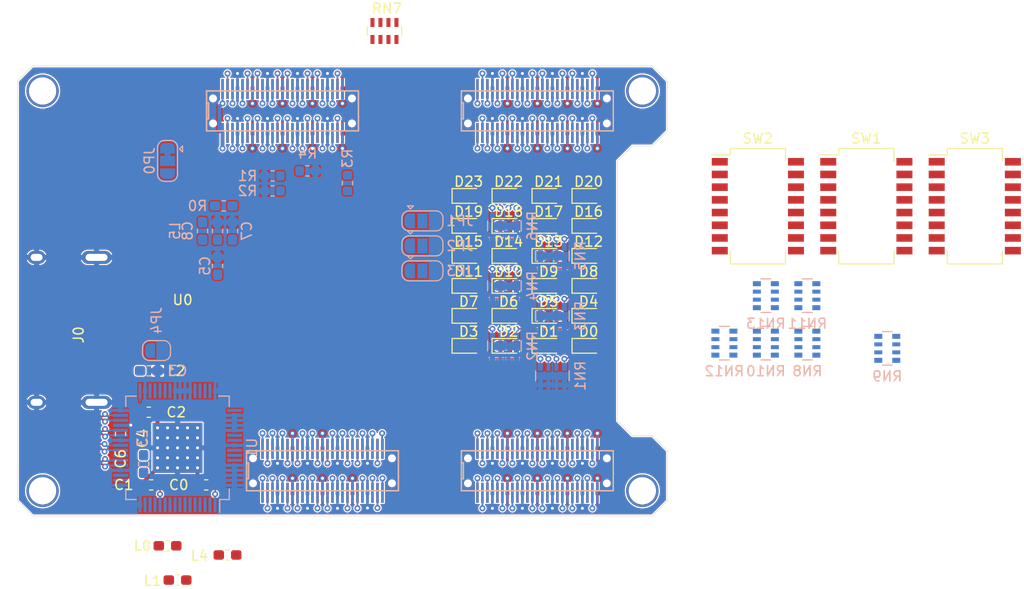
<source format=kicad_pcb>
(kicad_pcb (version 20171130) (host pcbnew "(5.1.5)-3")
  (layers (0 F.Cu signal) (31 B.Cu signal) (34 B.Paste user hide) (35 F.Paste user hide) (36 B.SilkS user) (37 F.SilkS user) (38 B.Mask user hide) (39 F.Mask user hide) (44 Edge.Cuts user))
  (net 0 "")
  (net 1 GNDREF)
  (net 2 /HDMI/CK-)
  (net 3 /HDMI/CK+)
  (net 4 /HDMI/D0-)
  (net 5 /HDMI/D0+)
  (net 6 /HDMI/D1-)
  (net 7 /HDMI/D1+)
  (net 8 /HDMI/D2-)
  (net 9 /HDMI/D2+)
  (net 10 +3V3)
  (net 11 +5V)
  (net 12 /HDMI/DK1)
  (net 13 /HDMI/DK2)
  (net 14 /HDMI/DK3)
  (net 15 /HDMI/ISEL)
  (net 16 "Net-(R3-Pad1)")
  (net 17 "Net-(R4-Pad1)")
  (net 18 /B3)
  (net 19 /B2)
  (net 20 /B1)
  (net 21 /B0)
  (net 22 /CLK)
  (net 23 /DE)
  (net 24 /VS)
  (net 25 /HS)
  (net 26 /G3)
  (net 27 /G2)
  (net 28 /G1)
  (net 29 /G0)
  (net 30 /R3)
  (net 31 /R2)
  (net 32 /R1)
  (net 33 /R0)
  (net 34 "Net-(C0-Pad1)")
  (net 35 "Net-(C4-Pad1)")
  (net 36 "Net-(C7-Pad1)")
  (net 37 /LED0)
  (net 38 "Net-(D0-Pad1)")
  (net 39 /LED1)
  (net 40 "Net-(D1-Pad1)")
  (net 41 /LED2)
  (net 42 "Net-(D2-Pad1)")
  (net 43 /LED3)
  (net 44 "Net-(D3-Pad1)")
  (net 45 /LED4)
  (net 46 "Net-(D4-Pad1)")
  (net 47 /LED5)
  (net 48 "Net-(D5-Pad1)")
  (net 49 /LED6)
  (net 50 "Net-(D6-Pad1)")
  (net 51 /LED7)
  (net 52 "Net-(D7-Pad1)")
  (net 53 /LED8)
  (net 54 "Net-(D8-Pad1)")
  (net 55 /LED9)
  (net 56 "Net-(D9-Pad1)")
  (net 57 /LED10)
  (net 58 "Net-(D10-Pad1)")
  (net 59 /LED11)
  (net 60 "Net-(D11-Pad1)")
  (net 61 /LED12)
  (net 62 "Net-(D12-Pad1)")
  (net 63 /LED13)
  (net 64 "Net-(D13-Pad1)")
  (net 65 /LED14)
  (net 66 "Net-(D14-Pad1)")
  (net 67 /LED15)
  (net 68 "Net-(D15-Pad1)")
  (net 69 /LED16)
  (net 70 "Net-(D16-Pad1)")
  (net 71 /LED17)
  (net 72 "Net-(D17-Pad1)")
  (net 73 /LED18)
  (net 74 "Net-(D18-Pad1)")
  (net 75 /LED19)
  (net 76 "Net-(D19-Pad1)")
  (net 77 /LED20)
  (net 78 "Net-(D20-Pad1)")
  (net 79 /LED21)
  (net 80 "Net-(D21-Pad1)")
  (net 81 /LED22)
  (net 82 "Net-(D22-Pad1)")
  (net 83 /LED23)
  (net 84 "Net-(D23-Pad1)")
  (net 85 "Net-(J0-Pad16)")
  (net 86 "Net-(J0-Pad18)")
  (net 87 "Net-(J0-Pad15)")
  (net 88 "Net-(J0-Pad13)")
  (net 89 "Net-(J0-Pad14)")
  (net 90 "Net-(J0-Pad19)")
  (net 91 "Net-(JP4-Pad2)")
  (net 92 "Net-(R0-Pad2)")
  (net 93 "Net-(R2-Pad1)")
  (net 94 "Net-(RN7-Pad6)")
  (net 95 "Net-(RN7-Pad8)")
  (net 96 "Net-(RN8-Pad5)")
  (net 97 "Net-(RN8-Pad6)")
  (net 98 "Net-(RN8-Pad8)")
  (net 99 "Net-(RN8-Pad7)")
  (net 100 "Net-(RN9-Pad5)")
  (net 101 "Net-(RN9-Pad6)")
  (net 102 "Net-(RN9-Pad8)")
  (net 103 "Net-(RN9-Pad7)")
  (net 104 "Net-(RN10-Pad5)")
  (net 105 "Net-(RN10-Pad6)")
  (net 106 "Net-(RN10-Pad8)")
  (net 107 "Net-(RN10-Pad7)")
  (net 108 "Net-(RN11-Pad5)")
  (net 109 "Net-(RN11-Pad6)")
  (net 110 "Net-(RN11-Pad8)")
  (net 111 "Net-(RN11-Pad7)")
  (net 112 "Net-(RN12-Pad5)")
  (net 113 "Net-(RN12-Pad6)")
  (net 114 "Net-(RN12-Pad8)")
  (net 115 "Net-(RN12-Pad7)")
  (net 116 "Net-(RN13-Pad5)")
  (net 117 "Net-(RN13-Pad6)")
  (net 118 "Net-(RN13-Pad8)")
  (net 119 "Net-(RN13-Pad7)")
  (net 120 /DIP0)
  (net 121 /DIP1)
  (net 122 /DIP2)
  (net 123 /DIP3)
  (net 124 /DIP4)
  (net 125 /DIP5)
  (net 126 /DIP6)
  (net 127 /DIP7)
  (net 128 /DIP8)
  (net 129 /DIP9)
  (net 130 /DIP10)
  (net 131 /DIP11)
  (net 132 /DIP12)
  (net 133 /DIP13)
  (net 134 /DIP14)
  (net 135 /DIP15)
  (net 136 /DIP16)
  (net 137 /DIP17)
  (net 138 /DIP18)
  (net 139 /DIP19)
  (net 140 /DIP20)
  (net 141 /DIP21)
  (net 142 /DIP22)
  (net 143 /DIP23)
  (net 144 "Net-(U0-PadDB_1)")
  (net 145 "Net-(U0-PadDB_3)")
  (net 146 "Net-(U0-PadDB_14)")
  (net 147 "Net-(U0-PadDB_5)")
  (net 148 "Net-(U0-PadDB_2)")
  (net 149 "Net-(U0-PadDB_8)")
  (net 150 "Net-(U0-PadDB_9)")
  (net 151 "Net-(U0-PadDB_11)")
  (net 152 "Net-(U0-PadDB_6)")
  (net 153 "Net-(U0-PadDB_46)")
  (net 154 "Net-(U0-PadDB_43)")
  (net 155 "Net-(U0-PadDB_48)")
  (net 156 "Net-(U0-PadDB_12)")
  (net 157 "Net-(U0-PadDB_45)")
  (net 158 "Net-(U0-PadDB_49)")
  (net 159 "Net-(U0-PadDB_50)")
  (net 160 "Net-(U0-PadDB_40)")
  (net 161 "Net-(U0-PadDB_42)")
  (net 162 /C3)
  (net 163 /AN3)
  (net 164 /DP)
  (net 165 /C2)
  (net 166 /AN1)
  (net 167 "Net-(U0-PadDB_30)")
  (net 168 /C5)
  (net 169 /C4)
  (net 170 "Net-(U0-PadDB_37)")
  (net 171 "Net-(U0-PadDB_33)")
  (net 172 "Net-(U0-PadDB_36)")
  (net 173 /C1)
  (net 174 /AN0)
  (net 175 /C6)
  (net 176 "Net-(U0-PadDB_34)")
  (net 177 "Net-(U0-PadDB_31)")
  (net 178 /C0)
  (net 179 /AN2)
  (net 180 /BTN3)
  (net 181 /BTN2)
  (net 182 "Net-(U0-PadBB_50)")
  (net 183 /BTN0)
  (net 184 /BTN1)
  (net 185 "Net-(U0-PadBB_1)")
  (net 186 "Net-(U0-PadDB_28)")
  (net 187 "Net-(U0-PadDB_39)")
  (net 188 "Net-(U0-PadDB_27)")
  (net 189 "Net-(U0-PadCB_25)")
  (net 190 "Net-(U0-PadCB_15)")
  (net 191 "Net-(U0-PadCB_14)")
  (net 192 "Net-(U0-PadDB_23)")
  (net 193 "Net-(U0-PadDB_17)")
  (net 194 "Net-(U0-PadDB_18)")
  (net 195 "Net-(U0-PadDB_15)")
  (net 196 "Net-(U0-PadCB_17)")
  (net 197 "Net-(U0-PadDB_21)")
  (net 198 "Net-(U0-PadDB_20)")
  (net 199 "Net-(U0-PadDB_24)")
  (net 200 "Net-(U0-PadCB_5)")
  (net 201 "Net-(U0-PadCB_6)")
  (net 202 /BTN4)
  (net 203 "Net-(U0-PadCB_26)")
  (net 204 "Net-(U0-PadCB_2)")
  (net 205 /BTN6)
  (net 206 "Net-(U0-PadCB_18)")
  (net 207 "Net-(U0-PadCB_8)")
  (net 208 "Net-(U0-PadCB_1)")
  (net 209 "Net-(U0-PadCB_3)")
  (net 210 "Net-(U0-PadCB_9)")
  (net 211 "Net-(U0-PadCB_45)")
  (net 212 /BTN5)
  (net 213 "Net-(U0-PadCB_50)")
  (net 214 "Net-(U0-PadCB_32)")
  (net 215 "Net-(U0-PadCB_12)")
  (net 216 "Net-(U0-PadCB_11)")
  (net 217 "Net-(U1-Pad49)")
  (net 218 "Net-(U1-Pad11)")
  (net 219 "Net-(C1-Pad1)")
  (net 220 "Net-(C2-Pad1)")
  (net 221 "Net-(C5-Pad1)")
  (module Inductor_SMD:L_0603_1608Metric_Pad1.05x0.95mm_HandSolder (layer F.Cu) (at 33 60.92)
    (fp_text reference L4 (at -2.8 0.08) (layer F.SilkS))
    (fp_text value 600)
    (pad 2 smd roundrect (at 0.875 0) (size 1.05 0.95) (layers F.Cu F.Paste F.Mask) (net 221 "Net-(C5-Pad1)"))
    (pad 1 smd roundrect (at -0.875 0) (size 1.05 0.95) (layers F.Cu F.Paste F.Mask) (net 10 +3V3))
  )
  (module Inductor_SMD:L_0603_1608Metric_Pad1.05x0.95mm_HandSolder (layer F.Cu) (at 28 63.43)
    (fp_text reference L1 (at -2.5 0.07) (layer F.SilkS))
    (fp_text value 600)
    (pad 2 smd roundrect (at 0.875 0) (size 1.05 0.95) (layers F.Cu F.Paste F.Mask) (net 219 "Net-(C1-Pad1)"))
    (pad 1 smd roundrect (at -0.875 0) (size 1.05 0.95) (layers F.Cu F.Paste F.Mask) (net 10 +3V3))
  )
  (module Inductor_SMD:L_0603_1608Metric_Pad1.05x0.95mm_HandSolder (layer F.Cu) (at 27 60)
    (fp_text reference L0 (at -2.5 0) (layer F.SilkS))
    (fp_text value 600)
    (pad 2 smd roundrect (at 0.875 0) (size 1.05 0.95) (layers F.Cu F.Paste F.Mask) (net 34 "Net-(C0-Pad1)"))
    (pad 1 smd roundrect (at -0.875 0) (size 1.05 0.95) (layers F.Cu F.Paste F.Mask) (net 10 +3V3))
  )
  (module LED_SMD:LED_0603_1608Metric_Pad1.05x0.95mm_HandSolder (layer F.Cu) (at 57.125 25)
    (fp_text reference D23 (at 0 -1.43) (layer F.SilkS))
    (fp_text value LED)
    (pad 1 smd roundrect (at -0.875 0) (size 1.05 0.95) (layers F.Cu F.Paste F.Mask) (net 84 "Net-(D23-Pad1)"))
    (pad 2 smd roundrect (at 0.875 0) (size 1.05 0.95) (layers F.Cu F.Paste F.Mask) (net 83 /LED23))
  )
  (module LED_SMD:LED_0603_1608Metric_Pad1.05x0.95mm_HandSolder (layer F.Cu) (at 61.125 25)
    (fp_text reference D22 (at 0 -1.43) (layer F.SilkS))
    (fp_text value LED)
    (pad 1 smd roundrect (at -0.875 0) (size 1.05 0.95) (layers F.Cu F.Paste F.Mask) (net 82 "Net-(D22-Pad1)"))
    (pad 2 smd roundrect (at 0.875 0) (size 1.05 0.95) (layers F.Cu F.Paste F.Mask) (net 81 /LED22))
  )
  (module LED_SMD:LED_0603_1608Metric_Pad1.05x0.95mm_HandSolder (layer F.Cu) (at 65.125 25)
    (fp_text reference D21 (at 0 -1.43) (layer F.SilkS))
    (fp_text value LED)
    (pad 1 smd roundrect (at -0.875 0) (size 1.05 0.95) (layers F.Cu F.Paste F.Mask) (net 80 "Net-(D21-Pad1)"))
    (pad 2 smd roundrect (at 0.875 0) (size 1.05 0.95) (layers F.Cu F.Paste F.Mask) (net 79 /LED21))
  )
  (module LED_SMD:LED_0603_1608Metric_Pad1.05x0.95mm_HandSolder (layer F.Cu) (at 69.125 25)
    (fp_text reference D20 (at 0 -1.43) (layer F.SilkS))
    (fp_text value LED)
    (pad 1 smd roundrect (at -0.875 0) (size 1.05 0.95) (layers F.Cu F.Paste F.Mask) (net 78 "Net-(D20-Pad1)"))
    (pad 2 smd roundrect (at 0.875 0) (size 1.05 0.95) (layers F.Cu F.Paste F.Mask) (net 77 /LED20))
  )
  (module LED_SMD:LED_0603_1608Metric_Pad1.05x0.95mm_HandSolder (layer F.Cu) (at 57.125 28)
    (fp_text reference D19 (at 0 -1.43) (layer F.SilkS))
    (fp_text value LED)
    (pad 1 smd roundrect (at -0.875 0) (size 1.05 0.95) (layers F.Cu F.Paste F.Mask) (net 76 "Net-(D19-Pad1)"))
    (pad 2 smd roundrect (at 0.875 0) (size 1.05 0.95) (layers F.Cu F.Paste F.Mask) (net 75 /LED19))
  )
  (module LED_SMD:LED_0603_1608Metric_Pad1.05x0.95mm_HandSolder (layer F.Cu) (at 61.125 28)
    (fp_text reference D18 (at 0 -1.43) (layer F.SilkS))
    (fp_text value LED)
    (pad 1 smd roundrect (at -0.875 0) (size 1.05 0.95) (layers F.Cu F.Paste F.Mask) (net 74 "Net-(D18-Pad1)"))
    (pad 2 smd roundrect (at 0.875 0) (size 1.05 0.95) (layers F.Cu F.Paste F.Mask) (net 73 /LED18))
  )
  (module LED_SMD:LED_0603_1608Metric_Pad1.05x0.95mm_HandSolder (layer F.Cu) (at 65.125 28)
    (fp_text reference D17 (at 0 -1.43) (layer F.SilkS))
    (fp_text value LED)
    (pad 1 smd roundrect (at -0.875 0) (size 1.05 0.95) (layers F.Cu F.Paste F.Mask) (net 72 "Net-(D17-Pad1)"))
    (pad 2 smd roundrect (at 0.875 0) (size 1.05 0.95) (layers F.Cu F.Paste F.Mask) (net 71 /LED17))
  )
  (module LED_SMD:LED_0603_1608Metric_Pad1.05x0.95mm_HandSolder (layer F.Cu) (at 69.125 28)
    (fp_text reference D16 (at 0 -1.43) (layer F.SilkS))
    (fp_text value LED)
    (pad 1 smd roundrect (at -0.875 0) (size 1.05 0.95) (layers F.Cu F.Paste F.Mask) (net 70 "Net-(D16-Pad1)"))
    (pad 2 smd roundrect (at 0.875 0) (size 1.05 0.95) (layers F.Cu F.Paste F.Mask) (net 69 /LED16))
  )
  (module LED_SMD:LED_0603_1608Metric_Pad1.05x0.95mm_HandSolder (layer F.Cu) (at 57.125 31)
    (fp_text reference D15 (at 0 -1.43) (layer F.SilkS))
    (fp_text value LED)
    (pad 1 smd roundrect (at -0.875 0) (size 1.05 0.95) (layers F.Cu F.Paste F.Mask) (net 68 "Net-(D15-Pad1)"))
    (pad 2 smd roundrect (at 0.875 0) (size 1.05 0.95) (layers F.Cu F.Paste F.Mask) (net 67 /LED15))
  )
  (module LED_SMD:LED_0603_1608Metric_Pad1.05x0.95mm_HandSolder (layer F.Cu) (at 61.125 31)
    (fp_text reference D14 (at 0 -1.43) (layer F.SilkS))
    (fp_text value LED)
    (pad 1 smd roundrect (at -0.875 0) (size 1.05 0.95) (layers F.Cu F.Paste F.Mask) (net 66 "Net-(D14-Pad1)"))
    (pad 2 smd roundrect (at 0.875 0) (size 1.05 0.95) (layers F.Cu F.Paste F.Mask) (net 65 /LED14))
  )
  (module LED_SMD:LED_0603_1608Metric_Pad1.05x0.95mm_HandSolder (layer F.Cu) (at 65.125 31)
    (fp_text reference D13 (at 0 -1.43) (layer F.SilkS))
    (fp_text value LED)
    (pad 1 smd roundrect (at -0.875 0) (size 1.05 0.95) (layers F.Cu F.Paste F.Mask) (net 64 "Net-(D13-Pad1)"))
    (pad 2 smd roundrect (at 0.875 0) (size 1.05 0.95) (layers F.Cu F.Paste F.Mask) (net 63 /LED13))
  )
  (module LED_SMD:LED_0603_1608Metric_Pad1.05x0.95mm_HandSolder (layer F.Cu) (at 69.125 31)
    (fp_text reference D12 (at 0 -1.43) (layer F.SilkS))
    (fp_text value LED)
    (pad 1 smd roundrect (at -0.875 0) (size 1.05 0.95) (layers F.Cu F.Paste F.Mask) (net 62 "Net-(D12-Pad1)"))
    (pad 2 smd roundrect (at 0.875 0) (size 1.05 0.95) (layers F.Cu F.Paste F.Mask) (net 61 /LED12))
  )
  (module LED_SMD:LED_0603_1608Metric_Pad1.05x0.95mm_HandSolder (layer F.Cu) (at 57.125 34)
    (fp_text reference D11 (at 0 -1.43) (layer F.SilkS))
    (fp_text value LED)
    (pad 1 smd roundrect (at -0.875 0) (size 1.05 0.95) (layers F.Cu F.Paste F.Mask) (net 60 "Net-(D11-Pad1)"))
    (pad 2 smd roundrect (at 0.875 0) (size 1.05 0.95) (layers F.Cu F.Paste F.Mask) (net 59 /LED11))
  )
  (module LED_SMD:LED_0603_1608Metric_Pad1.05x0.95mm_HandSolder (layer F.Cu) (at 61.125 34)
    (fp_text reference D10 (at 0 -1.43) (layer F.SilkS))
    (fp_text value LED)
    (pad 1 smd roundrect (at -0.875 0) (size 1.05 0.95) (layers F.Cu F.Paste F.Mask) (net 58 "Net-(D10-Pad1)"))
    (pad 2 smd roundrect (at 0.875 0) (size 1.05 0.95) (layers F.Cu F.Paste F.Mask) (net 57 /LED10))
  )
  (module LED_SMD:LED_0603_1608Metric_Pad1.05x0.95mm_HandSolder (layer F.Cu) (at 65.125 34)
    (fp_text reference D9 (at 0 -1.43) (layer F.SilkS))
    (fp_text value LED)
    (pad 1 smd roundrect (at -0.875 0) (size 1.05 0.95) (layers F.Cu F.Paste F.Mask) (net 56 "Net-(D9-Pad1)"))
    (pad 2 smd roundrect (at 0.875 0) (size 1.05 0.95) (layers F.Cu F.Paste F.Mask) (net 55 /LED9))
  )
  (module LED_SMD:LED_0603_1608Metric_Pad1.05x0.95mm_HandSolder (layer F.Cu) (at 69.125 34)
    (fp_text reference D8 (at 0 -1.43) (layer F.SilkS))
    (fp_text value LED)
    (pad 1 smd roundrect (at -0.875 0) (size 1.05 0.95) (layers F.Cu F.Paste F.Mask) (net 54 "Net-(D8-Pad1)"))
    (pad 2 smd roundrect (at 0.875 0) (size 1.05 0.95) (layers F.Cu F.Paste F.Mask) (net 53 /LED8))
  )
  (module LED_SMD:LED_0603_1608Metric_Pad1.05x0.95mm_HandSolder (layer F.Cu) (at 57.125 37)
    (fp_text reference D7 (at 0 -1.43) (layer F.SilkS))
    (fp_text value LED)
    (pad 1 smd roundrect (at -0.875 0) (size 1.05 0.95) (layers F.Cu F.Paste F.Mask) (net 52 "Net-(D7-Pad1)"))
    (pad 2 smd roundrect (at 0.875 0) (size 1.05 0.95) (layers F.Cu F.Paste F.Mask) (net 51 /LED7))
  )
  (module LED_SMD:LED_0603_1608Metric_Pad1.05x0.95mm_HandSolder (layer F.Cu) (at 61.125 37)
    (fp_text reference D6 (at 0 -1.43) (layer F.SilkS))
    (fp_text value LED)
    (pad 1 smd roundrect (at -0.875 0) (size 1.05 0.95) (layers F.Cu F.Paste F.Mask) (net 50 "Net-(D6-Pad1)"))
    (pad 2 smd roundrect (at 0.875 0) (size 1.05 0.95) (layers F.Cu F.Paste F.Mask) (net 49 /LED6))
  )
  (module LED_SMD:LED_0603_1608Metric_Pad1.05x0.95mm_HandSolder (layer F.Cu) (at 65.125 37)
    (fp_text reference D5 (at 0 -1.43) (layer F.SilkS))
    (fp_text value LED)
    (pad 1 smd roundrect (at -0.875 0) (size 1.05 0.95) (layers F.Cu F.Paste F.Mask) (net 48 "Net-(D5-Pad1)"))
    (pad 2 smd roundrect (at 0.875 0) (size 1.05 0.95) (layers F.Cu F.Paste F.Mask) (net 47 /LED5))
  )
  (module LED_SMD:LED_0603_1608Metric_Pad1.05x0.95mm_HandSolder (layer F.Cu) (at 69.125 37)
    (fp_text reference D4 (at 0 -1.43) (layer F.SilkS))
    (fp_text value LED)
    (pad 1 smd roundrect (at -0.875 0) (size 1.05 0.95) (layers F.Cu F.Paste F.Mask) (net 46 "Net-(D4-Pad1)"))
    (pad 2 smd roundrect (at 0.875 0) (size 1.05 0.95) (layers F.Cu F.Paste F.Mask) (net 45 /LED4))
  )
  (module LED_SMD:LED_0603_1608Metric_Pad1.05x0.95mm_HandSolder (layer F.Cu) (at 57.125 40)
    (fp_text reference D3 (at 0 -1.43) (layer F.SilkS))
    (fp_text value LED)
    (pad 1 smd roundrect (at -0.875 0) (size 1.05 0.95) (layers F.Cu F.Paste F.Mask) (net 44 "Net-(D3-Pad1)"))
    (pad 2 smd roundrect (at 0.875 0) (size 1.05 0.95) (layers F.Cu F.Paste F.Mask) (net 43 /LED3))
  )
  (module LED_SMD:LED_0603_1608Metric_Pad1.05x0.95mm_HandSolder (layer F.Cu) (at 61.125 40)
    (fp_text reference D2 (at 0 -1.43) (layer F.SilkS))
    (fp_text value LED)
    (pad 1 smd roundrect (at -0.875 0) (size 1.05 0.95) (layers F.Cu F.Paste F.Mask) (net 42 "Net-(D2-Pad1)"))
    (pad 2 smd roundrect (at 0.875 0) (size 1.05 0.95) (layers F.Cu F.Paste F.Mask) (net 41 /LED2))
  )
  (module LED_SMD:LED_0603_1608Metric_Pad1.05x0.95mm_HandSolder (layer F.Cu) (at 65.125 40)
    (fp_text reference D1 (at 0 -1.43) (layer F.SilkS))
    (fp_text value LED)
    (pad 1 smd roundrect (at -0.875 0) (size 1.05 0.95) (layers F.Cu F.Paste F.Mask) (net 40 "Net-(D1-Pad1)"))
    (pad 2 smd roundrect (at 0.875 0) (size 1.05 0.95) (layers F.Cu F.Paste F.Mask) (net 39 /LED1))
  )
  (module LED_SMD:LED_0603_1608Metric_Pad1.05x0.95mm_HandSolder (layer F.Cu) (at 69.125 40)
    (fp_text reference D0 (at 0 -1.43) (layer F.SilkS))
    (fp_text value LED)
    (pad 1 smd roundrect (at -0.875 0) (size 1.05 0.95) (layers F.Cu F.Paste F.Mask) (net 38 "Net-(D0-Pad1)"))
    (pad 2 smd roundrect (at 0.875 0) (size 1.05 0.95) (layers F.Cu F.Paste F.Mask) (net 37 /LED0))
  )
  (module Custom_Parts:Alchitry_Top_Bottom (layer F.Cu) (at 12 57)
    (fp_text reference U0 (at 16.51 -21.59) (layer F.SilkS))
    (fp_text value boardmezzanine_new)
    (fp_circle (center 62.5 -2.5) (end 64 -2.5) (layer B.Cu) (width 0.254))
    (fp_circle (center 2.5 -42.5) (end 4 -42.5) (layer B.Cu) (width 0.254))
    (fp_circle (center 62.5 -42.5) (end 64 -42.5) (layer B.Cu) (width 0.254))
    (fp_circle (center 2.5 -2.5) (end 4 -2.5) (layer B.Cu) (width 0.254))
    (fp_circle (center 62.5 -2.5) (end 64 -2.5) (layer F.Cu) (width 0.254))
    (fp_circle (center 62.5 -42.5) (end 64 -42.5) (layer F.Cu) (width 0.254))
    (fp_circle (center 2.5 -42.5) (end 4 -42.5) (layer F.Cu) (width 0.254))
    (fp_circle (center 2.5 -2.5) (end 4 -2.5) (layer F.Cu) (width 0.254))
    (pad CT_40 smd rect (at 29.5 -6.7) (size 0.25 2) (layers F.Cu F.Paste F.Mask) (net 24 /VS))
    (pad CT_38 smd rect (at 30.5 -6.7) (size 0.25 2) (layers F.Cu F.Paste F.Mask) (net 10 +3V3))
    (pad CT_19 smd rect (at 33.5 -2.3) (size 0.25 2) (layers F.Cu F.Paste F.Mask) (net 10 +3V3))
    (pad CT_7 smd rect (at 27.5 -2.3) (size 0.25 2) (layers F.Cu F.Paste F.Mask) (net 10 +3V3))
    (pad CT_20 smd rect (at 34 -2.3) (size 0.25 2) (layers F.Cu F.Paste F.Mask) (net 21 /B0))
    (pad CT_23 smd rect (at 35.5 -2.3) (size 0.25 2) (layers F.Cu F.Paste F.Mask) (net 19 /B2))
    (pad CT_12 smd rect (at 30 -2.3) (size 0.25 2) (layers F.Cu F.Paste F.Mask) (net 215 "Net-(U0-PadCB_12)"))
    (pad CT_39 smd rect (at 30 -6.7) (size 0.25 2) (layers F.Cu F.Paste F.Mask) (net 25 /HS))
    (pad CT_21 smd rect (at 34.5 -2.3) (size 0.25 2) (layers F.Cu F.Paste F.Mask) (net 20 /B1))
    (pad CT_5 smd rect (at 26.5 -2.3) (size 0.25 2) (layers F.Cu F.Paste F.Mask) (net 200 "Net-(U0-PadCB_5)"))
    (pad CT_18 smd rect (at 33 -2.3) (size 0.25 2) (layers F.Cu F.Paste F.Mask) (net 206 "Net-(U0-PadCB_18)"))
    (pad CT_22 smd rect (at 35 -2.3) (size 0.25 2) (layers F.Cu F.Paste F.Mask) (net 1 GNDREF))
    (pad CT_3 smd rect (at 25.5 -2.3) (size 0.25 2) (layers F.Cu F.Paste F.Mask) (net 209 "Net-(U0-PadCB_3)"))
    (pad CT_24 smd rect (at 36 -2.3) (size 0.25 2) (layers F.Cu F.Paste F.Mask) (net 18 /B3))
    (pad CT_25 smd rect (at 36.5 -2.3) (size 0.25 2) (layers F.Cu F.Paste F.Mask) (net 189 "Net-(U0-PadCB_25)"))
    (pad CT_10 smd rect (at 29 -2.3) (size 0.25 2) (layers F.Cu F.Paste F.Mask) (net 1 GNDREF))
    (pad CT_9 smd rect (at 28.5 -2.3) (size 0.25 2) (layers F.Cu F.Paste F.Mask) (net 210 "Net-(U0-PadCB_9)"))
    (pad CT_41 smd rect (at 29 -6.7) (size 0.25 2) (layers F.Cu F.Paste F.Mask) (net 1 GNDREF))
    (pad CT_8 smd rect (at 28 -2.3) (size 0.25 2) (layers F.Cu F.Paste F.Mask) (net 207 "Net-(U0-PadCB_8)"))
    (pad CT_2 smd rect (at 25 -2.3) (size 0.25 2) (layers F.Cu F.Paste F.Mask) (net 204 "Net-(U0-PadCB_2)"))
    (pad CT_4 smd rect (at 26 -2.3) (size 0.25 2) (layers F.Cu F.Paste F.Mask) (net 1 GNDREF))
    (pad CT_11 smd rect (at 29.5 -2.3) (size 0.25 2) (layers F.Cu F.Paste F.Mask) (net 216 "Net-(U0-PadCB_11)"))
    (pad CT_6 smd rect (at 27 -2.3) (size 0.25 2) (layers F.Cu F.Paste F.Mask) (net 201 "Net-(U0-PadCB_6)"))
    (pad CT_1 smd rect (at 24.5 -2.3) (size 0.25 2) (layers F.Cu F.Paste F.Mask) (net 208 "Net-(U0-PadCB_1)"))
    (pad BT_2 smd rect (at 46.5 -38.3) (size 0.25 2) (layers F.Cu F.Paste F.Mask) (net 63 /LED13))
    (pad BT_36 smd rect (at 53 -42.7) (size 0.25 2) (layers F.Cu F.Paste F.Mask) (net 124 /DIP4))
    (pad BT_50 smd rect (at 46 -42.7) (size 0.25 2) (layers F.Cu F.Paste F.Mask) (net 182 "Net-(U0-PadBB_50)"))
    (pad BT_23 smd rect (at 57 -38.3) (size 0.25 2) (layers F.Cu F.Paste F.Mask) (net 181 /BTN2))
    (pad CT_45 smd rect (at 27 -6.7) (size 0.25 2) (layers F.Cu F.Paste F.Mask) (net 211 "Net-(U0-PadCB_45)"))
    (pad CT_50 smd rect (at 24.5 -6.7) (size 0.25 2) (layers F.Cu F.Paste F.Mask) (net 213 "Net-(U0-PadCB_50)"))
    (pad None np_thru_hole circle (at 37.45 -5.75) (size 0.55 0.55) (drill 0.55) (layers *.Cu *.Mask))
    (pad BT_40 smd rect (at 51 -42.7) (size 0.25 2) (layers F.Cu F.Paste F.Mask) (net 127 /DIP7))
    (pad BT_37 smd rect (at 52.5 -42.7) (size 0.25 2) (layers F.Cu F.Paste F.Mask) (net 125 /DIP5))
    (pad CT_43 smd rect (at 28 -6.7) (size 0.25 2) (layers F.Cu F.Paste F.Mask) (net 22 /CLK))
    (pad BT_12 smd rect (at 51.5 -38.3) (size 0.25 2) (layers F.Cu F.Paste F.Mask) (net 49 /LED6))
    (pad CT_34 smd rect (at 32.5 -6.7) (size 0.25 2) (layers F.Cu F.Paste F.Mask) (net 31 /R2))
    (pad CT_30 smd rect (at 34.5 -6.7) (size 0.25 2) (layers F.Cu F.Paste F.Mask) (net 28 /G1))
    (pad BT_20 smd rect (at 55.5 -38.3) (size 0.25 2) (layers F.Cu F.Paste F.Mask) (net 39 /LED1))
    (pad BT_6 smd rect (at 48.5 -38.3) (size 0.25 2) (layers F.Cu F.Paste F.Mask) (net 57 /LED10))
    (pad CT_44 smd rect (at 27.5 -6.7) (size 0.25 2) (layers F.Cu F.Paste F.Mask) (net 10 +3V3))
    (pad BT_14 smd rect (at 52.5 -38.3) (size 0.25 2) (layers F.Cu F.Paste F.Mask) (net 47 /LED5))
    (pad CT_32 smd rect (at 33.5 -6.7) (size 0.25 2) (layers F.Cu F.Paste F.Mask) (net 214 "Net-(U0-PadCB_32)"))
    (pad None np_thru_hole circle (at 23.55 -5.75) (size 0.55 0.55) (drill 0.55) (layers *.Cu *.Mask))
    (pad BT_7 smd rect (at 49 -38.3) (size 0.25 2) (layers F.Cu F.Paste F.Mask) (net 10 +3V3))
    (pad BT_15 smd rect (at 53 -38.3) (size 0.25 2) (layers F.Cu F.Paste F.Mask) (net 45 /LED4))
    (pad BT_16 smd rect (at 53.5 -38.3) (size 0.25 2) (layers F.Cu F.Paste F.Mask) (net 1 GNDREF))
    (pad BT_11 smd rect (at 51 -38.3) (size 0.25 2) (layers F.Cu F.Paste F.Mask) (net 51 /LED7))
    (pad BT_42 smd rect (at 50 -42.7) (size 0.25 2) (layers F.Cu F.Paste F.Mask) (net 128 /DIP8))
    (pad BT_47 smd rect (at 47.5 -42.7) (size 0.25 2) (layers F.Cu F.Paste F.Mask) (net 1 GNDREF))
    (pad CT_28 smd rect (at 35.5 -6.7) (size 0.25 2) (layers F.Cu F.Paste F.Mask) (net 27 /G2))
    (pad CT_27 smd rect (at 36 -6.7) (size 0.25 2) (layers F.Cu F.Paste F.Mask) (net 26 /G3))
    (pad BT_13 smd rect (at 52 -38.3) (size 0.25 2) (layers F.Cu F.Paste F.Mask) (net 10 +3V3))
    (pad BT_17 smd rect (at 54 -38.3) (size 0.25 2) (layers F.Cu F.Paste F.Mask) (net 43 /LED3))
    (pad BT_18 smd rect (at 54.5 -38.3) (size 0.25 2) (layers F.Cu F.Paste F.Mask) (net 41 /LED2))
    (pad BT_44 smd rect (at 49 -42.7) (size 0.25 2) (layers F.Cu F.Paste F.Mask) (net 10 +3V3))
    (pad BT_35 smd rect (at 53.5 -42.7) (size 0.25 2) (layers F.Cu F.Paste F.Mask) (net 1 GNDREF))
    (pad BT_49 smd rect (at 46.5 -42.7) (size 0.25 2) (layers F.Cu F.Paste F.Mask) (net 133 /DIP13))
    (pad BT_19 smd rect (at 55 -38.3) (size 0.25 2) (layers F.Cu F.Paste F.Mask) (net 10 +3V3))
    (pad BT_21 smd rect (at 56 -38.3) (size 0.25 2) (layers F.Cu F.Paste F.Mask) (net 37 /LED0))
    (pad CT_46 smd rect (at 26.5 -6.7) (size 0.25 2) (layers F.Cu F.Paste F.Mask) (net 205 /BTN6))
    (pad CT_31 smd rect (at 34 -6.7) (size 0.25 2) (layers F.Cu F.Paste F.Mask) (net 29 /G0))
    (pad CT_29 smd rect (at 35 -6.7) (size 0.25 2) (layers F.Cu F.Paste F.Mask) (net 1 GNDREF))
    (pad CT_33 smd rect (at 33 -6.7) (size 0.25 2) (layers F.Cu F.Paste F.Mask) (net 30 /R3))
    (pad BT_48 smd rect (at 47 -42.7) (size 0.25 2) (layers F.Cu F.Paste F.Mask) (net 132 /DIP12))
    (pad BT_5 smd rect (at 48 -38.3) (size 0.25 2) (layers F.Cu F.Paste F.Mask) (net 59 /LED11))
    (pad CT_48 smd rect (at 25.5 -6.7) (size 0.25 2) (layers F.Cu F.Paste F.Mask) (net 212 /BTN5))
    (pad BT_1 smd rect (at 46 -38.3) (size 0.25 2) (layers F.Cu F.Paste F.Mask) (net 185 "Net-(U0-PadBB_1)"))
    (pad CT_42 smd rect (at 28.5 -6.7) (size 0.25 2) (layers F.Cu F.Paste F.Mask) (net 23 /DE))
    (pad BT_25 smd rect (at 58 -38.3) (size 0.25 2) (layers F.Cu F.Paste F.Mask) (net 10 +3V3))
    (pad CT_47 smd rect (at 26 -6.7) (size 0.25 2) (layers F.Cu F.Paste F.Mask) (net 1 GNDREF))
    (pad BT_4 smd rect (at 47.5 -38.3) (size 0.25 2) (layers F.Cu F.Paste F.Mask) (net 1 GNDREF))
    (pad CT_49 smd rect (at 25 -6.7) (size 0.25 2) (layers F.Cu F.Paste F.Mask) (net 202 /BTN4))
    (pad BT_46 smd rect (at 48 -42.7) (size 0.25 2) (layers F.Cu F.Paste F.Mask) (net 131 /DIP11))
    (pad BT_41 smd rect (at 50.5 -42.7) (size 0.25 2) (layers F.Cu F.Paste F.Mask) (net 1 GNDREF))
    (pad CT_37 smd rect (at 31 -6.7) (size 0.25 2) (layers F.Cu F.Paste F.Mask) (net 33 /R0))
    (pad CT_26 smd rect (at 36.5 -6.7) (size 0.25 2) (layers F.Cu F.Paste F.Mask) (net 203 "Net-(U0-PadCB_26)"))
    (pad BT_22 smd rect (at 56.5 -38.3) (size 0.25 2) (layers F.Cu F.Paste F.Mask) (net 1 GNDREF))
    (pad BT_8 smd rect (at 49.5 -38.3) (size 0.25 2) (layers F.Cu F.Paste F.Mask) (net 55 /LED9))
    (pad CT_36 smd rect (at 31.5 -6.7) (size 0.25 2) (layers F.Cu F.Paste F.Mask) (net 32 /R1))
    (pad CT_35 smd rect (at 32 -6.7) (size 0.25 2) (layers F.Cu F.Paste F.Mask) (net 1 GNDREF))
    (pad BT_39 smd rect (at 51.5 -42.7) (size 0.25 2) (layers F.Cu F.Paste F.Mask) (net 126 /DIP6))
    (pad BT_38 smd rect (at 52 -42.7) (size 0.25 2) (layers F.Cu F.Paste F.Mask) (net 10 +3V3))
    (pad BT_24 smd rect (at 57.5 -38.3) (size 0.25 2) (layers F.Cu F.Paste F.Mask) (net 180 /BTN3))
    (pad BT_45 smd rect (at 48.5 -42.7) (size 0.25 2) (layers F.Cu F.Paste F.Mask) (net 130 /DIP10))
    (pad BT_9 smd rect (at 50 -38.3) (size 0.25 2) (layers F.Cu F.Paste F.Mask) (net 53 /LED8))
    (pad BT_43 smd rect (at 49.5 -42.7) (size 0.25 2) (layers F.Cu F.Paste F.Mask) (net 129 /DIP9))
    (pad BT_3 smd rect (at 47 -38.3) (size 0.25 2) (layers F.Cu F.Paste F.Mask) (net 61 /LED12))
    (pad BT_10 smd rect (at 50.5 -38.3) (size 0.25 2) (layers F.Cu F.Paste F.Mask) (net 1 GNDREF))
    (pad AT_33 smd rect (at 29 -42.7) (size 0.25 2) (layers F.Cu F.Paste F.Mask) (net 138 /DIP18))
    (pad AT_5 smd rect (at 22.5 -38.3) (size 0.25 2) (layers F.Cu F.Paste F.Mask) (net 178 /C0))
    (pad AT_34 smd rect (at 28.5 -42.7) (size 0.25 2) (layers F.Cu F.Paste F.Mask) (net 139 /DIP19))
    (pad AT_19 smd rect (at 29.5 -38.3) (size 0.25 2) (layers F.Cu F.Paste F.Mask) (net 10 +3V3))
    (pad AT_8 smd rect (at 24 -38.3) (size 0.25 2) (layers F.Cu F.Paste F.Mask) (net 179 /AN2))
    (pad AT_7 smd rect (at 23.5 -38.3) (size 0.25 2) (layers F.Cu F.Paste F.Mask) (net 10 +3V3))
    (pad AT_22 smd rect (at 31 -38.3) (size 0.25 2) (layers F.Cu F.Paste F.Mask) (net 1 GNDREF))
    (pad AT_12 smd rect (at 26 -38.3) (size 0.25 2) (layers F.Cu F.Paste F.Mask) (net 81 /LED22))
    (pad BT_34 smd rect (at 54 -42.7) (size 0.25 2) (layers F.Cu F.Paste F.Mask) (net 123 /DIP3))
    (pad AT_6 smd rect (at 23 -38.3) (size 0.25 2) (layers F.Cu F.Paste F.Mask) (net 173 /C1))
    (pad AT_35 smd rect (at 28 -42.7) (size 0.25 2) (layers F.Cu F.Paste F.Mask) (net 1 GNDREF))
    (pad AT_4 smd rect (at 22 -38.3) (size 0.25 2) (layers F.Cu F.Paste F.Mask) (net 1 GNDREF))
    (pad AT_21 smd rect (at 30.5 -38.3) (size 0.25 2) (layers F.Cu F.Paste F.Mask) (net 69 /LED16))
    (pad AT_9 smd rect (at 24.5 -38.3) (size 0.25 2) (layers F.Cu F.Paste F.Mask) (net 163 /AN3))
    (pad AT_37 smd rect (at 27 -42.7) (size 0.25 2) (layers F.Cu F.Paste F.Mask) (net 141 /DIP21))
    (pad BT_33 smd rect (at 54.5 -42.7) (size 0.25 2) (layers F.Cu F.Paste F.Mask) (net 122 /DIP2))
    (pad AT_49 smd rect (at 21 -42.7) (size 0.25 2) (layers F.Cu F.Paste F.Mask) (net 164 /DP))
    (pad BT_32 smd rect (at 55 -42.7) (size 0.25 2) (layers F.Cu F.Paste F.Mask) (net 10 +3V3))
    (pad AT_16 smd rect (at 28 -38.3) (size 0.25 2) (layers F.Cu F.Paste F.Mask) (net 1 GNDREF))
    (pad AT_3 smd rect (at 21.5 -38.3) (size 0.25 2) (layers F.Cu F.Paste F.Mask) (net 168 /C5))
    (pad AT_48 smd rect (at 21.5 -42.7) (size 0.25 2) (layers F.Cu F.Paste F.Mask) (net 165 /C2))
    (pad AT_32 smd rect (at 29.5 -42.7) (size 0.25 2) (layers F.Cu F.Paste F.Mask) (net 10 +3V3))
    (pad AT_30 smd rect (at 30.5 -42.7) (size 0.25 2) (layers F.Cu F.Paste F.Mask) (net 136 /DIP16))
    (pad AT_26 smd rect (at 32.5 -42.7) (size 0.25 2) (layers F.Cu F.Paste F.Mask) (net 10 +3V3))
    (pad BT_31 smd rect (at 55.5 -42.7) (size 0.25 2) (layers F.Cu F.Paste F.Mask) (net 121 /DIP1))
    (pad BT_30 smd rect (at 56 -42.7) (size 0.25 2) (layers F.Cu F.Paste F.Mask) (net 120 /DIP0))
    (pad AT_24 smd rect (at 32 -38.3) (size 0.25 2) (layers F.Cu F.Paste F.Mask) (net 65 /LED14))
    (pad BT_29 smd rect (at 56.5 -42.7) (size 0.25 2) (layers F.Cu F.Paste F.Mask) (net 1 GNDREF))
    (pad AT_13 smd rect (at 26.5 -38.3) (size 0.25 2) (layers F.Cu F.Paste F.Mask) (net 10 +3V3))
    (pad AT_44 smd rect (at 23.5 -42.7) (size 0.25 2) (layers F.Cu F.Paste F.Mask) (net 10 +3V3))
    (pad AT_36 smd rect (at 27.5 -42.7) (size 0.25 2) (layers F.Cu F.Paste F.Mask) (net 140 /DIP20))
    (pad AT_40 smd rect (at 25.5 -42.7) (size 0.25 2) (layers F.Cu F.Paste F.Mask) (net 143 /DIP23))
    (pad BT_27 smd rect (at 57.5 -42.7) (size 0.25 2) (layers F.Cu F.Paste F.Mask) (net 184 /BTN1))
    (pad None np_thru_hole circle (at 58.95 -41.75) (size 0.55 0.55) (drill 0.55) (layers *.Cu *.Mask))
    (pad None np_thru_hole circle (at 19.55 -41.75) (size 0.55 0.55) (drill 0.55) (layers *.Cu *.Mask))
    (pad AT_47 smd rect (at 22 -42.7) (size 0.25 2) (layers F.Cu F.Paste F.Mask) (net 1 GNDREF))
    (pad BT_28 smd rect (at 57 -42.7) (size 0.25 2) (layers F.Cu F.Paste F.Mask) (net 183 /BTN0))
    (pad BT_26 smd rect (at 58 -42.7) (size 0.25 2) (layers F.Cu F.Paste F.Mask) (net 10 +3V3))
    (pad None np_thru_hole circle (at 45.05 -41.75) (size 0.55 0.55) (drill 0.55) (layers *.Cu *.Mask))
    (pad AT_17 smd rect (at 28.5 -38.3) (size 0.25 2) (layers F.Cu F.Paste F.Mask) (net 75 /LED19))
    (pad AT_31 smd rect (at 30 -42.7) (size 0.25 2) (layers F.Cu F.Paste F.Mask) (net 137 /DIP17))
    (pad AT_11 smd rect (at 25.5 -38.3) (size 0.25 2) (layers F.Cu F.Paste F.Mask) (net 83 /LED23))
    (pad AT_23 smd rect (at 31.5 -38.3) (size 0.25 2) (layers F.Cu F.Paste F.Mask) (net 67 /LED15))
    (pad AT_2 smd rect (at 21 -38.3) (size 0.25 2) (layers F.Cu F.Paste F.Mask) (net 175 /C6))
    (pad AT_41 smd rect (at 25 -42.7) (size 0.25 2) (layers F.Cu F.Paste F.Mask) (net 1 GNDREF))
    (pad AT_18 smd rect (at 29 -38.3) (size 0.25 2) (layers F.Cu F.Paste F.Mask) (net 73 /LED18))
    (pad AT_14 smd rect (at 27 -38.3) (size 0.25 2) (layers F.Cu F.Paste F.Mask) (net 79 /LED21))
    (pad AT_15 smd rect (at 27.5 -38.3) (size 0.25 2) (layers F.Cu F.Paste F.Mask) (net 77 /LED20))
    (pad AT_20 smd rect (at 30 -38.3) (size 0.25 2) (layers F.Cu F.Paste F.Mask) (net 71 /LED17))
    (pad None np_thru_hole circle (at 33.45 -41.75) (size 0.55 0.55) (drill 0.55) (layers *.Cu *.Mask))
    (pad AT_39 smd rect (at 26 -42.7) (size 0.25 2) (layers F.Cu F.Paste F.Mask) (net 142 /DIP22))
    (pad AT_1 smd rect (at 20.5 -38.3) (size 0.25 2) (layers F.Cu F.Paste F.Mask) (net 11 +5V))
    (pad AT_45 smd rect (at 23 -42.7) (size 0.25 2) (layers F.Cu F.Paste F.Mask) (net 169 /C4))
    (pad AT_25 smd rect (at 32.5 -38.3) (size 0.25 2) (layers F.Cu F.Paste F.Mask) (net 10 +3V3))
    (pad AT_38 smd rect (at 26.5 -42.7) (size 0.25 2) (layers F.Cu F.Paste F.Mask) (net 10 +3V3))
    (pad AT_42 smd rect (at 24.5 -42.7) (size 0.25 2) (layers F.Cu F.Paste F.Mask) (net 166 /AN1))
    (pad AT_46 smd rect (at 22.5 -42.7) (size 0.25 2) (layers F.Cu F.Paste F.Mask) (net 162 /C3))
    (pad AT_50 smd rect (at 20.5 -42.7) (size 0.25 2) (layers F.Cu F.Paste F.Mask) (net 11 +5V))
    (pad AT_29 smd rect (at 31 -42.7) (size 0.25 2) (layers F.Cu F.Paste F.Mask) (net 1 GNDREF))
    (pad AT_27 smd rect (at 32 -42.7) (size 0.25 2) (layers F.Cu F.Paste F.Mask) (net 134 /DIP14))
    (pad AT_43 smd rect (at 24 -42.7) (size 0.25 2) (layers F.Cu F.Paste F.Mask) (net 174 /AN0))
    (pad AT_28 smd rect (at 31.5 -42.7) (size 0.25 2) (layers F.Cu F.Paste F.Mask) (net 135 /DIP15))
    (pad AT_10 smd rect (at 25 -38.3) (size 0.25 2) (layers F.Cu F.Paste F.Mask) (net 1 GNDREF))
    (pad CB_10 smd rect (at 29 -2.3) (size 0.25 2) (layers B.Cu B.Paste B.Mask) (net 1 GNDREF))
    (pad CB_11 smd rect (at 29.5 -2.3) (size 0.25 2) (layers B.Cu B.Paste B.Mask) (net 216 "Net-(U0-PadCB_11)"))
    (pad CB_15 smd rect (at 31.5 -2.3) (size 0.25 2) (layers B.Cu B.Paste B.Mask) (net 190 "Net-(U0-PadCB_15)"))
    (pad DB_24 smd rect (at 57.5 -2.3) (size 0.25 2) (layers B.Cu B.Paste B.Mask) (net 199 "Net-(U0-PadDB_24)"))
    (pad CB_16 smd rect (at 32 -2.3) (size 0.25 2) (layers B.Cu B.Paste B.Mask) (net 1 GNDREF))
    (pad CB_14 smd rect (at 31 -2.3) (size 0.25 2) (layers B.Cu B.Paste B.Mask) (net 191 "Net-(U0-PadCB_14)"))
    (pad DB_16 smd rect (at 53.5 -2.3) (size 0.25 2) (layers B.Cu B.Paste B.Mask) (net 1 GNDREF))
    (pad None np_thru_hole circle (at 45.05 -3.25) (size 0.55 0.55) (drill 0.55) (layers *.Cu *.Mask))
    (pad DB_17 smd rect (at 54 -2.3) (size 0.25 2) (layers B.Cu B.Paste B.Mask) (net 193 "Net-(U0-PadDB_17)"))
    (pad CB_12 smd rect (at 30 -2.3) (size 0.25 2) (layers B.Cu B.Paste B.Mask) (net 215 "Net-(U0-PadCB_12)"))
    (pad CB_38 smd rect (at 30.5 -6.7) (size 0.25 2) (layers B.Cu B.Paste B.Mask) (net 10 +3V3))
    (pad DB_25 smd rect (at 58 -2.3) (size 0.25 2) (layers B.Cu B.Paste B.Mask) (net 10 +3V3))
    (pad CB_32 smd rect (at 33.5 -6.7) (size 0.25 2) (layers B.Cu B.Paste B.Mask) (net 214 "Net-(U0-PadCB_32)"))
    (pad CB_50 smd rect (at 24.5 -6.7) (size 0.25 2) (layers B.Cu B.Paste B.Mask) (net 213 "Net-(U0-PadCB_50)"))
    (pad CB_42 smd rect (at 28.5 -6.7) (size 0.25 2) (layers B.Cu B.Paste B.Mask) (net 23 /DE))
    (pad CB_48 smd rect (at 25.5 -6.7) (size 0.25 2) (layers B.Cu B.Paste B.Mask) (net 212 /BTN5))
    (pad CB_40 smd rect (at 29.5 -6.7) (size 0.25 2) (layers B.Cu B.Paste B.Mask) (net 24 /VS))
    (pad CB_29 smd rect (at 35 -6.7) (size 0.25 2) (layers B.Cu B.Paste B.Mask) (net 1 GNDREF))
    (pad CB_45 smd rect (at 27 -6.7) (size 0.25 2) (layers B.Cu B.Paste B.Mask) (net 211 "Net-(U0-PadCB_45)"))
    (pad CB_47 smd rect (at 26 -6.7) (size 0.25 2) (layers B.Cu B.Paste B.Mask) (net 1 GNDREF))
    (pad CB_9 smd rect (at 28.5 -2.3) (size 0.25 2) (layers B.Cu B.Paste B.Mask) (net 210 "Net-(U0-PadCB_9)"))
    (pad CB_7 smd rect (at 27.5 -2.3) (size 0.25 2) (layers B.Cu B.Paste B.Mask) (net 10 +3V3))
    (pad CB_3 smd rect (at 25.5 -2.3) (size 0.25 2) (layers B.Cu B.Paste B.Mask) (net 209 "Net-(U0-PadCB_3)"))
    (pad DB_18 smd rect (at 54.5 -2.3) (size 0.25 2) (layers B.Cu B.Paste B.Mask) (net 194 "Net-(U0-PadDB_18)"))
    (pad DB_19 smd rect (at 55 -2.3) (size 0.25 2) (layers B.Cu B.Paste B.Mask) (net 10 +3V3))
    (pad DB_20 smd rect (at 55.5 -2.3) (size 0.25 2) (layers B.Cu B.Paste B.Mask) (net 198 "Net-(U0-PadDB_20)"))
    (pad DB_21 smd rect (at 56 -2.3) (size 0.25 2) (layers B.Cu B.Paste B.Mask) (net 197 "Net-(U0-PadDB_21)"))
    (pad DB_22 smd rect (at 56.5 -2.3) (size 0.25 2) (layers B.Cu B.Paste B.Mask) (net 1 GNDREF))
    (pad CB_44 smd rect (at 27.5 -6.7) (size 0.25 2) (layers B.Cu B.Paste B.Mask) (net 10 +3V3))
    (pad CB_13 smd rect (at 30.5 -2.3) (size 0.25 2) (layers B.Cu B.Paste B.Mask) (net 10 +3V3))
    (pad DB_23 smd rect (at 57 -2.3) (size 0.25 2) (layers B.Cu B.Paste B.Mask) (net 192 "Net-(U0-PadDB_23)"))
    (pad None np_thru_hole circle (at 58.95 -3.25) (size 0.55 0.55) (drill 0.55) (layers *.Cu *.Mask))
    (pad CB_37 smd rect (at 31 -6.7) (size 0.25 2) (layers B.Cu B.Paste B.Mask) (net 33 /R0))
    (pad CB_1 smd rect (at 24.5 -2.3) (size 0.25 2) (layers B.Cu B.Paste B.Mask) (net 208 "Net-(U0-PadCB_1)"))
    (pad CB_35 smd rect (at 32 -6.7) (size 0.25 2) (layers B.Cu B.Paste B.Mask) (net 1 GNDREF))
    (pad CB_27 smd rect (at 36 -6.7) (size 0.25 2) (layers B.Cu B.Paste B.Mask) (net 26 /G3))
    (pad CB_34 smd rect (at 32.5 -6.7) (size 0.25 2) (layers B.Cu B.Paste B.Mask) (net 31 /R2))
    (pad CB_8 smd rect (at 28 -2.3) (size 0.25 2) (layers B.Cu B.Paste B.Mask) (net 207 "Net-(U0-PadCB_8)"))
    (pad CB_18 smd rect (at 33 -2.3) (size 0.25 2) (layers B.Cu B.Paste B.Mask) (net 206 "Net-(U0-PadCB_18)"))
    (pad CB_33 smd rect (at 33 -6.7) (size 0.25 2) (layers B.Cu B.Paste B.Mask) (net 30 /R3))
    (pad CB_31 smd rect (at 34 -6.7) (size 0.25 2) (layers B.Cu B.Paste B.Mask) (net 29 /G0))
    (pad CB_30 smd rect (at 34.5 -6.7) (size 0.25 2) (layers B.Cu B.Paste B.Mask) (net 28 /G1))
    (pad CB_17 smd rect (at 32.5 -2.3) (size 0.25 2) (layers B.Cu B.Paste B.Mask) (net 196 "Net-(U0-PadCB_17)"))
    (pad CB_20 smd rect (at 34 -2.3) (size 0.25 2) (layers B.Cu B.Paste B.Mask) (net 21 /B0))
    (pad CB_39 smd rect (at 30 -6.7) (size 0.25 2) (layers B.Cu B.Paste B.Mask) (net 25 /HS))
    (pad CB_41 smd rect (at 29 -6.7) (size 0.25 2) (layers B.Cu B.Paste B.Mask) (net 1 GNDREF))
    (pad CB_46 smd rect (at 26.5 -6.7) (size 0.25 2) (layers B.Cu B.Paste B.Mask) (net 205 /BTN6))
    (pad CB_2 smd rect (at 25 -2.3) (size 0.25 2) (layers B.Cu B.Paste B.Mask) (net 204 "Net-(U0-PadCB_2)"))
    (pad CB_28 smd rect (at 35.5 -6.7) (size 0.25 2) (layers B.Cu B.Paste B.Mask) (net 27 /G2))
    (pad CB_26 smd rect (at 36.5 -6.7) (size 0.25 2) (layers B.Cu B.Paste B.Mask) (net 203 "Net-(U0-PadCB_26)"))
    (pad CB_19 smd rect (at 33.5 -2.3) (size 0.25 2) (layers B.Cu B.Paste B.Mask) (net 10 +3V3))
    (pad CB_43 smd rect (at 28 -6.7) (size 0.25 2) (layers B.Cu B.Paste B.Mask) (net 22 /CLK))
    (pad CB_49 smd rect (at 25 -6.7) (size 0.25 2) (layers B.Cu B.Paste B.Mask) (net 202 /BTN4))
    (pad CB_6 smd rect (at 27 -2.3) (size 0.25 2) (layers B.Cu B.Paste B.Mask) (net 201 "Net-(U0-PadCB_6)"))
    (pad CB_4 smd rect (at 26 -2.3) (size 0.25 2) (layers B.Cu B.Paste B.Mask) (net 1 GNDREF))
    (pad DB_15 smd rect (at 53 -2.3) (size 0.25 2) (layers B.Cu B.Paste B.Mask) (net 195 "Net-(U0-PadDB_15)"))
    (pad CB_5 smd rect (at 26.5 -2.3) (size 0.25 2) (layers B.Cu B.Paste B.Mask) (net 200 "Net-(U0-PadCB_5)"))
    (pad CB_36 smd rect (at 31.5 -6.7) (size 0.25 2) (layers B.Cu B.Paste B.Mask) (net 32 /R1))
    (pad DT_24 smd rect (at 57.5 -2.3) (size 0.25 2) (layers F.Cu F.Paste F.Mask) (net 199 "Net-(U0-PadDB_24)"))
    (pad DT_6 smd rect (at 48.5 -2.3) (size 0.25 2) (layers F.Cu F.Paste F.Mask) (net 152 "Net-(U0-PadDB_6)"))
    (pad DT_20 smd rect (at 55.5 -2.3) (size 0.25 2) (layers F.Cu F.Paste F.Mask) (net 198 "Net-(U0-PadDB_20)"))
    (pad DT_31 smd rect (at 55.5 -6.7) (size 0.25 2) (layers F.Cu F.Paste F.Mask) (net 177 "Net-(U0-PadDB_31)"))
    (pad DT_21 smd rect (at 56 -2.3) (size 0.25 2) (layers F.Cu F.Paste F.Mask) (net 197 "Net-(U0-PadDB_21)"))
    (pad DT_11 smd rect (at 51 -2.3) (size 0.25 2) (layers F.Cu F.Paste F.Mask) (net 151 "Net-(U0-PadDB_11)"))
    (pad DT_14 smd rect (at 52.5 -2.3) (size 0.25 2) (layers F.Cu F.Paste F.Mask) (net 146 "Net-(U0-PadDB_14)"))
    (pad DT_2 smd rect (at 46.5 -2.3) (size 0.25 2) (layers F.Cu F.Paste F.Mask) (net 148 "Net-(U0-PadDB_2)"))
    (pad DT_39 smd rect (at 51.5 -6.7) (size 0.25 2) (layers F.Cu F.Paste F.Mask) (net 187 "Net-(U0-PadDB_39)"))
    (pad DT_36 smd rect (at 53 -6.7) (size 0.25 2) (layers F.Cu F.Paste F.Mask) (net 172 "Net-(U0-PadDB_36)"))
    (pad DT_44 smd rect (at 49 -6.7) (size 0.25 2) (layers F.Cu F.Paste F.Mask) (net 10 +3V3))
    (pad CT_17 smd rect (at 32.5 -2.3) (size 0.25 2) (layers F.Cu F.Paste F.Mask) (net 196 "Net-(U0-PadCB_17)"))
    (pad None np_thru_hole circle (at 58.95 -5.75) (size 0.55 0.55) (drill 0.55) (layers *.Cu *.Mask))
    (pad DT_15 smd rect (at 53 -2.3) (size 0.25 2) (layers F.Cu F.Paste F.Mask) (net 195 "Net-(U0-PadDB_15)"))
    (pad DT_50 smd rect (at 46 -6.7) (size 0.25 2) (layers F.Cu F.Paste F.Mask) (net 159 "Net-(U0-PadDB_50)"))
    (pad DT_18 smd rect (at 54.5 -2.3) (size 0.25 2) (layers F.Cu F.Paste F.Mask) (net 194 "Net-(U0-PadDB_18)"))
    (pad DT_16 smd rect (at 53.5 -2.3) (size 0.25 2) (layers F.Cu F.Paste F.Mask) (net 1 GNDREF))
    (pad DT_48 smd rect (at 47 -6.7) (size 0.25 2) (layers F.Cu F.Paste F.Mask) (net 155 "Net-(U0-PadDB_48)"))
    (pad DT_17 smd rect (at 54 -2.3) (size 0.25 2) (layers F.Cu F.Paste F.Mask) (net 193 "Net-(U0-PadDB_17)"))
    (pad DT_22 smd rect (at 56.5 -2.3) (size 0.25 2) (layers F.Cu F.Paste F.Mask) (net 1 GNDREF))
    (pad DT_23 smd rect (at 57 -2.3) (size 0.25 2) (layers F.Cu F.Paste F.Mask) (net 192 "Net-(U0-PadDB_23)"))
    (pad DT_30 smd rect (at 56 -6.7) (size 0.25 2) (layers F.Cu F.Paste F.Mask) (net 167 "Net-(U0-PadDB_30)"))
    (pad DT_10 smd rect (at 50.5 -2.3) (size 0.25 2) (layers F.Cu F.Paste F.Mask) (net 1 GNDREF))
    (pad DT_25 smd rect (at 58 -2.3) (size 0.25 2) (layers F.Cu F.Paste F.Mask) (net 10 +3V3))
    (pad DT_12 smd rect (at 51.5 -2.3) (size 0.25 2) (layers F.Cu F.Paste F.Mask) (net 156 "Net-(U0-PadDB_12)"))
    (pad DT_42 smd rect (at 50 -6.7) (size 0.25 2) (layers F.Cu F.Paste F.Mask) (net 161 "Net-(U0-PadDB_42)"))
    (pad DT_7 smd rect (at 49 -2.3) (size 0.25 2) (layers F.Cu F.Paste F.Mask) (net 10 +3V3))
    (pad DT_28 smd rect (at 57 -6.7) (size 0.25 2) (layers F.Cu F.Paste F.Mask) (net 186 "Net-(U0-PadDB_28)"))
    (pad DT_27 smd rect (at 57.5 -6.7) (size 0.25 2) (layers F.Cu F.Paste F.Mask) (net 188 "Net-(U0-PadDB_27)"))
    (pad DT_26 smd rect (at 58 -6.7) (size 0.25 2) (layers F.Cu F.Paste F.Mask) (net 10 +3V3))
    (pad DT_37 smd rect (at 52.5 -6.7) (size 0.25 2) (layers F.Cu F.Paste F.Mask) (net 170 "Net-(U0-PadDB_37)"))
    (pad CT_14 smd rect (at 31 -2.3) (size 0.25 2) (layers F.Cu F.Paste F.Mask) (net 191 "Net-(U0-PadCB_14)"))
    (pad DT_34 smd rect (at 54 -6.7) (size 0.25 2) (layers F.Cu F.Paste F.Mask) (net 176 "Net-(U0-PadDB_34)"))
    (pad DT_1 smd rect (at 46 -2.3) (size 0.25 2) (layers F.Cu F.Paste F.Mask) (net 144 "Net-(U0-PadDB_1)"))
    (pad DT_29 smd rect (at 56.5 -6.7) (size 0.25 2) (layers F.Cu F.Paste F.Mask) (net 1 GNDREF))
    (pad DT_8 smd rect (at 49.5 -2.3) (size 0.25 2) (layers F.Cu F.Paste F.Mask) (net 149 "Net-(U0-PadDB_8)"))
    (pad DT_35 smd rect (at 53.5 -6.7) (size 0.25 2) (layers F.Cu F.Paste F.Mask) (net 1 GNDREF))
    (pad DT_38 smd rect (at 52 -6.7) (size 0.25 2) (layers F.Cu F.Paste F.Mask) (net 10 +3V3))
    (pad DT_47 smd rect (at 47.5 -6.7) (size 0.25 2) (layers F.Cu F.Paste F.Mask) (net 1 GNDREF))
    (pad DT_33 smd rect (at 54.5 -6.7) (size 0.25 2) (layers F.Cu F.Paste F.Mask) (net 171 "Net-(U0-PadDB_33)"))
    (pad DT_41 smd rect (at 50.5 -6.7) (size 0.25 2) (layers F.Cu F.Paste F.Mask) (net 1 GNDREF))
    (pad DT_32 smd rect (at 55 -6.7) (size 0.25 2) (layers F.Cu F.Paste F.Mask) (net 10 +3V3))
    (pad CT_15 smd rect (at 31.5 -2.3) (size 0.25 2) (layers F.Cu F.Paste F.Mask) (net 190 "Net-(U0-PadCB_15)"))
    (pad DT_40 smd rect (at 51 -6.7) (size 0.25 2) (layers F.Cu F.Paste F.Mask) (net 160 "Net-(U0-PadDB_40)"))
    (pad CB_21 smd rect (at 34.5 -2.3) (size 0.25 2) (layers B.Cu B.Paste B.Mask) (net 20 /B1))
    (pad CB_22 smd rect (at 35 -2.3) (size 0.25 2) (layers B.Cu B.Paste B.Mask) (net 1 GNDREF))
    (pad CB_23 smd rect (at 35.5 -2.3) (size 0.25 2) (layers B.Cu B.Paste B.Mask) (net 19 /B2))
    (pad CB_24 smd rect (at 36 -2.3) (size 0.25 2) (layers B.Cu B.Paste B.Mask) (net 18 /B3))
    (pad DT_45 smd rect (at 48.5 -6.7) (size 0.25 2) (layers F.Cu F.Paste F.Mask) (net 157 "Net-(U0-PadDB_45)"))
    (pad DT_9 smd rect (at 50 -2.3) (size 0.25 2) (layers F.Cu F.Paste F.Mask) (net 150 "Net-(U0-PadDB_9)"))
    (pad None np_thru_hole circle (at 45.05 -5.75) (size 0.55 0.55) (drill 0.55) (layers *.Cu *.Mask))
    (pad DT_5 smd rect (at 48 -2.3) (size 0.25 2) (layers F.Cu F.Paste F.Mask) (net 147 "Net-(U0-PadDB_5)"))
    (pad DT_3 smd rect (at 47 -2.3) (size 0.25 2) (layers F.Cu F.Paste F.Mask) (net 145 "Net-(U0-PadDB_3)"))
    (pad DT_46 smd rect (at 48 -6.7) (size 0.25 2) (layers F.Cu F.Paste F.Mask) (net 153 "Net-(U0-PadDB_46)"))
    (pad DT_49 smd rect (at 46.5 -6.7) (size 0.25 2) (layers F.Cu F.Paste F.Mask) (net 158 "Net-(U0-PadDB_49)"))
    (pad CT_13 smd rect (at 30.5 -2.3) (size 0.25 2) (layers F.Cu F.Paste F.Mask) (net 10 +3V3))
    (pad CT_16 smd rect (at 32 -2.3) (size 0.25 2) (layers F.Cu F.Paste F.Mask) (net 1 GNDREF))
    (pad CB_25 smd rect (at 36.5 -2.3) (size 0.25 2) (layers B.Cu B.Paste B.Mask) (net 189 "Net-(U0-PadCB_25)"))
    (pad DT_43 smd rect (at 49.5 -6.7) (size 0.25 2) (layers F.Cu F.Paste F.Mask) (net 154 "Net-(U0-PadDB_43)"))
    (pad None np_thru_hole circle (at 37.45 -3.25) (size 0.55 0.55) (drill 0.55) (layers *.Cu *.Mask))
    (pad None np_thru_hole circle (at 23.55 -3.25) (size 0.55 0.55) (drill 0.55) (layers *.Cu *.Mask))
    (pad DT_4 smd rect (at 47.5 -2.3) (size 0.25 2) (layers F.Cu F.Paste F.Mask) (net 1 GNDREF))
    (pad DT_13 smd rect (at 52 -2.3) (size 0.25 2) (layers F.Cu F.Paste F.Mask) (net 10 +3V3))
    (pad DT_19 smd rect (at 55 -2.3) (size 0.25 2) (layers F.Cu F.Paste F.Mask) (net 10 +3V3))
    (pad DB_27 smd rect (at 57.5 -6.7) (size 0.25 2) (layers B.Cu B.Paste B.Mask) (net 188 "Net-(U0-PadDB_27)"))
    (pad DB_39 smd rect (at 51.5 -6.7) (size 0.25 2) (layers B.Cu B.Paste B.Mask) (net 187 "Net-(U0-PadDB_39)"))
    (pad DB_28 smd rect (at 57 -6.7) (size 0.25 2) (layers B.Cu B.Paste B.Mask) (net 186 "Net-(U0-PadDB_28)"))
    (pad DB_26 smd rect (at 58 -6.7) (size 0.25 2) (layers B.Cu B.Paste B.Mask) (net 10 +3V3))
    (pad DB_29 smd rect (at 56.5 -6.7) (size 0.25 2) (layers B.Cu B.Paste B.Mask) (net 1 GNDREF))
    (pad BB_43 smd rect (at 49.5 -42.7) (size 0.25 2) (layers B.Cu B.Paste B.Mask) (net 129 /DIP9))
    (pad BB_13 smd rect (at 52 -38.3) (size 0.25 2) (layers B.Cu B.Paste B.Mask) (net 10 +3V3))
    (pad BB_35 smd rect (at 53.5 -42.7) (size 0.25 2) (layers B.Cu B.Paste B.Mask) (net 1 GNDREF))
    (pad BB_39 smd rect (at 51.5 -42.7) (size 0.25 2) (layers B.Cu B.Paste B.Mask) (net 126 /DIP6))
    (pad BB_40 smd rect (at 51 -42.7) (size 0.25 2) (layers B.Cu B.Paste B.Mask) (net 127 /DIP7))
    (pad BB_46 smd rect (at 48 -42.7) (size 0.25 2) (layers B.Cu B.Paste B.Mask) (net 131 /DIP11))
    (pad BB_32 smd rect (at 55 -42.7) (size 0.25 2) (layers B.Cu B.Paste B.Mask) (net 10 +3V3))
    (pad BB_9 smd rect (at 50 -38.3) (size 0.25 2) (layers B.Cu B.Paste B.Mask) (net 53 /LED8))
    (pad BB_21 smd rect (at 56 -38.3) (size 0.25 2) (layers B.Cu B.Paste B.Mask) (net 37 /LED0))
    (pad BB_1 smd rect (at 46 -38.3) (size 0.25 2) (layers B.Cu B.Paste B.Mask) (net 185 "Net-(U0-PadBB_1)"))
    (pad BB_6 smd rect (at 48.5 -38.3) (size 0.25 2) (layers B.Cu B.Paste B.Mask) (net 57 /LED10))
    (pad BB_30 smd rect (at 56 -42.7) (size 0.25 2) (layers B.Cu B.Paste B.Mask) (net 120 /DIP0))
    (pad BB_19 smd rect (at 55 -38.3) (size 0.25 2) (layers B.Cu B.Paste B.Mask) (net 10 +3V3))
    (pad BB_27 smd rect (at 57.5 -42.7) (size 0.25 2) (layers B.Cu B.Paste B.Mask) (net 184 /BTN1))
    (pad BB_34 smd rect (at 54 -42.7) (size 0.25 2) (layers B.Cu B.Paste B.Mask) (net 123 /DIP3))
    (pad BB_17 smd rect (at 54 -38.3) (size 0.25 2) (layers B.Cu B.Paste B.Mask) (net 43 /LED3))
    (pad None np_thru_hole circle (at 2.5 -2.5) (size 2.2 2.2) (drill 2.2) (layers *.Cu *.Mask))
    (pad BB_38 smd rect (at 52 -42.7) (size 0.25 2) (layers B.Cu B.Paste B.Mask) (net 10 +3V3))
    (pad BB_33 smd rect (at 54.5 -42.7) (size 0.25 2) (layers B.Cu B.Paste B.Mask) (net 122 /DIP2))
    (pad BB_47 smd rect (at 47.5 -42.7) (size 0.25 2) (layers B.Cu B.Paste B.Mask) (net 1 GNDREF))
    (pad BB_36 smd rect (at 53 -42.7) (size 0.25 2) (layers B.Cu B.Paste B.Mask) (net 124 /DIP4))
    (pad BB_28 smd rect (at 57 -42.7) (size 0.25 2) (layers B.Cu B.Paste B.Mask) (net 183 /BTN0))
    (pad BB_3 smd rect (at 47 -38.3) (size 0.25 2) (layers B.Cu B.Paste B.Mask) (net 61 /LED12))
    (pad BB_50 smd rect (at 46 -42.7) (size 0.25 2) (layers B.Cu B.Paste B.Mask) (net 182 "Net-(U0-PadBB_50)"))
    (pad BB_41 smd rect (at 50.5 -42.7) (size 0.25 2) (layers B.Cu B.Paste B.Mask) (net 1 GNDREF))
    (pad BB_31 smd rect (at 55.5 -42.7) (size 0.25 2) (layers B.Cu B.Paste B.Mask) (net 121 /DIP1))
    (pad BB_29 smd rect (at 56.5 -42.7) (size 0.25 2) (layers B.Cu B.Paste B.Mask) (net 1 GNDREF))
    (pad BB_45 smd rect (at 48.5 -42.7) (size 0.25 2) (layers B.Cu B.Paste B.Mask) (net 130 /DIP10))
    (pad BB_20 smd rect (at 55.5 -38.3) (size 0.25 2) (layers B.Cu B.Paste B.Mask) (net 39 /LED1))
    (pad BB_23 smd rect (at 57 -38.3) (size 0.25 2) (layers B.Cu B.Paste B.Mask) (net 181 /BTN2))
    (pad BB_42 smd rect (at 50 -42.7) (size 0.25 2) (layers B.Cu B.Paste B.Mask) (net 128 /DIP8))
    (pad BB_8 smd rect (at 49.5 -38.3) (size 0.25 2) (layers B.Cu B.Paste B.Mask) (net 55 /LED9))
    (pad BB_44 smd rect (at 49 -42.7) (size 0.25 2) (layers B.Cu B.Paste B.Mask) (net 10 +3V3))
    (pad BB_22 smd rect (at 56.5 -38.3) (size 0.25 2) (layers B.Cu B.Paste B.Mask) (net 1 GNDREF))
    (pad BB_7 smd rect (at 49 -38.3) (size 0.25 2) (layers B.Cu B.Paste B.Mask) (net 10 +3V3))
    (pad BB_16 smd rect (at 53.5 -38.3) (size 0.25 2) (layers B.Cu B.Paste B.Mask) (net 1 GNDREF))
    (pad BB_24 smd rect (at 57.5 -38.3) (size 0.25 2) (layers B.Cu B.Paste B.Mask) (net 180 /BTN3))
    (pad BB_49 smd rect (at 46.5 -42.7) (size 0.25 2) (layers B.Cu B.Paste B.Mask) (net 133 /DIP13))
    (pad BB_4 smd rect (at 47.5 -38.3) (size 0.25 2) (layers B.Cu B.Paste B.Mask) (net 1 GNDREF))
    (pad BB_5 smd rect (at 48 -38.3) (size 0.25 2) (layers B.Cu B.Paste B.Mask) (net 59 /LED11))
    (pad None np_thru_hole circle (at 62.5 -2.5) (size 2.2 2.2) (drill 2.2) (layers *.Cu *.Mask))
    (pad None np_thru_hole circle (at 62.5 -42.5) (size 2.2 2.2) (drill 2.2) (layers *.Cu *.Mask))
    (pad BB_14 smd rect (at 52.5 -38.3) (size 0.25 2) (layers B.Cu B.Paste B.Mask) (net 47 /LED5))
    (pad BB_48 smd rect (at 47 -42.7) (size 0.25 2) (layers B.Cu B.Paste B.Mask) (net 132 /DIP12))
    (pad None np_thru_hole circle (at 2.5 -42.5) (size 2.2 2.2) (drill 2.2) (layers *.Cu *.Mask))
    (pad BB_12 smd rect (at 51.5 -38.3) (size 0.25 2) (layers B.Cu B.Paste B.Mask) (net 49 /LED6))
    (pad BB_10 smd rect (at 50.5 -38.3) (size 0.25 2) (layers B.Cu B.Paste B.Mask) (net 1 GNDREF))
    (pad BB_18 smd rect (at 54.5 -38.3) (size 0.25 2) (layers B.Cu B.Paste B.Mask) (net 41 /LED2))
    (pad BB_15 smd rect (at 53 -38.3) (size 0.25 2) (layers B.Cu B.Paste B.Mask) (net 45 /LED4))
    (pad BB_2 smd rect (at 46.5 -38.3) (size 0.25 2) (layers B.Cu B.Paste B.Mask) (net 63 /LED13))
    (pad BB_11 smd rect (at 51 -38.3) (size 0.25 2) (layers B.Cu B.Paste B.Mask) (net 51 /LED7))
    (pad BB_37 smd rect (at 52.5 -42.7) (size 0.25 2) (layers B.Cu B.Paste B.Mask) (net 125 /DIP5))
    (pad BB_26 smd rect (at 58 -42.7) (size 0.25 2) (layers B.Cu B.Paste B.Mask) (net 10 +3V3))
    (pad AB_8 smd rect (at 24 -38.3) (size 0.25 2) (layers B.Cu B.Paste B.Mask) (net 179 /AN2))
    (pad AB_5 smd rect (at 22.5 -38.3) (size 0.25 2) (layers B.Cu B.Paste B.Mask) (net 178 /C0))
    (pad AB_7 smd rect (at 23.5 -38.3) (size 0.25 2) (layers B.Cu B.Paste B.Mask) (net 10 +3V3))
    (pad AB_14 smd rect (at 27 -38.3) (size 0.25 2) (layers B.Cu B.Paste B.Mask) (net 79 /LED21))
    (pad DB_31 smd rect (at 55.5 -6.7) (size 0.25 2) (layers B.Cu B.Paste B.Mask) (net 177 "Net-(U0-PadDB_31)"))
    (pad AB_13 smd rect (at 26.5 -38.3) (size 0.25 2) (layers B.Cu B.Paste B.Mask) (net 10 +3V3))
    (pad DB_34 smd rect (at 54 -6.7) (size 0.25 2) (layers B.Cu B.Paste B.Mask) (net 176 "Net-(U0-PadDB_34)"))
    (pad AB_34 smd rect (at 28.5 -42.7) (size 0.25 2) (layers B.Cu B.Paste B.Mask) (net 139 /DIP19))
    (pad AB_19 smd rect (at 29.5 -38.3) (size 0.25 2) (layers B.Cu B.Paste B.Mask) (net 10 +3V3))
    (pad AB_28 smd rect (at 31.5 -42.7) (size 0.25 2) (layers B.Cu B.Paste B.Mask) (net 135 /DIP15))
    (pad AB_2 smd rect (at 21 -38.3) (size 0.25 2) (layers B.Cu B.Paste B.Mask) (net 175 /C6))
    (pad AB_23 smd rect (at 31.5 -38.3) (size 0.25 2) (layers B.Cu B.Paste B.Mask) (net 67 /LED15))
    (pad None np_thru_hole circle (at 19.55 -39.25) (size 0.55 0.55) (drill 0.55) (layers *.Cu *.Mask))
    (pad AB_50 smd rect (at 20.5 -42.7) (size 0.25 2) (layers B.Cu B.Paste B.Mask) (net 11 +5V))
    (pad BB_25 smd rect (at 58 -38.3) (size 0.25 2) (layers B.Cu B.Paste B.Mask) (net 10 +3V3))
    (pad None np_thru_hole circle (at 45.05 -39.25) (size 0.55 0.55) (drill 0.55) (layers *.Cu *.Mask))
    (pad AB_38 smd rect (at 26.5 -42.7) (size 0.25 2) (layers B.Cu B.Paste B.Mask) (net 10 +3V3))
    (pad AB_43 smd rect (at 24 -42.7) (size 0.25 2) (layers B.Cu B.Paste B.Mask) (net 174 /AN0))
    (pad AB_41 smd rect (at 25 -42.7) (size 0.25 2) (layers B.Cu B.Paste B.Mask) (net 1 GNDREF))
    (pad AB_44 smd rect (at 23.5 -42.7) (size 0.25 2) (layers B.Cu B.Paste B.Mask) (net 10 +3V3))
    (pad AB_6 smd rect (at 23 -38.3) (size 0.25 2) (layers B.Cu B.Paste B.Mask) (net 173 /C1))
    (pad AB_37 smd rect (at 27 -42.7) (size 0.25 2) (layers B.Cu B.Paste B.Mask) (net 141 /DIP21))
    (pad DB_32 smd rect (at 55 -6.7) (size 0.25 2) (layers B.Cu B.Paste B.Mask) (net 10 +3V3))
    (pad AB_36 smd rect (at 27.5 -42.7) (size 0.25 2) (layers B.Cu B.Paste B.Mask) (net 140 /DIP20))
    (pad AB_35 smd rect (at 28 -42.7) (size 0.25 2) (layers B.Cu B.Paste B.Mask) (net 1 GNDREF))
    (pad AB_25 smd rect (at 32.5 -38.3) (size 0.25 2) (layers B.Cu B.Paste B.Mask) (net 10 +3V3))
    (pad DB_36 smd rect (at 53 -6.7) (size 0.25 2) (layers B.Cu B.Paste B.Mask) (net 172 "Net-(U0-PadDB_36)"))
    (pad AB_12 smd rect (at 26 -38.3) (size 0.25 2) (layers B.Cu B.Paste B.Mask) (net 81 /LED22))
    (pad DB_33 smd rect (at 54.5 -6.7) (size 0.25 2) (layers B.Cu B.Paste B.Mask) (net 171 "Net-(U0-PadDB_33)"))
    (pad DB_37 smd rect (at 52.5 -6.7) (size 0.25 2) (layers B.Cu B.Paste B.Mask) (net 170 "Net-(U0-PadDB_37)"))
    (pad AB_33 smd rect (at 29 -42.7) (size 0.25 2) (layers B.Cu B.Paste B.Mask) (net 138 /DIP18))
    (pad AB_31 smd rect (at 30 -42.7) (size 0.25 2) (layers B.Cu B.Paste B.Mask) (net 137 /DIP17))
    (pad AB_30 smd rect (at 30.5 -42.7) (size 0.25 2) (layers B.Cu B.Paste B.Mask) (net 136 /DIP16))
    (pad AB_27 smd rect (at 32 -42.7) (size 0.25 2) (layers B.Cu B.Paste B.Mask) (net 134 /DIP14))
    (pad AB_10 smd rect (at 25 -38.3) (size 0.25 2) (layers B.Cu B.Paste B.Mask) (net 1 GNDREF))
    (pad AB_1 smd rect (at 20.5 -38.3) (size 0.25 2) (layers B.Cu B.Paste B.Mask) (net 11 +5V))
    (pad None np_thru_hole circle (at 33.45 -39.25) (size 0.55 0.55) (drill 0.55) (layers *.Cu *.Mask))
    (pad DB_38 smd rect (at 52 -6.7) (size 0.25 2) (layers B.Cu B.Paste B.Mask) (net 10 +3V3))
    (pad AB_15 smd rect (at 27.5 -38.3) (size 0.25 2) (layers B.Cu B.Paste B.Mask) (net 77 /LED20))
    (pad AB_45 smd rect (at 23 -42.7) (size 0.25 2) (layers B.Cu B.Paste B.Mask) (net 169 /C4))
    (pad AB_24 smd rect (at 32 -38.3) (size 0.25 2) (layers B.Cu B.Paste B.Mask) (net 65 /LED14))
    (pad AB_17 smd rect (at 28.5 -38.3) (size 0.25 2) (layers B.Cu B.Paste B.Mask) (net 75 /LED19))
    (pad AB_3 smd rect (at 21.5 -38.3) (size 0.25 2) (layers B.Cu B.Paste B.Mask) (net 168 /C5))
    (pad AB_32 smd rect (at 29.5 -42.7) (size 0.25 2) (layers B.Cu B.Paste B.Mask) (net 10 +3V3))
    (pad AB_29 smd rect (at 31 -42.7) (size 0.25 2) (layers B.Cu B.Paste B.Mask) (net 1 GNDREF))
    (pad AB_39 smd rect (at 26 -42.7) (size 0.25 2) (layers B.Cu B.Paste B.Mask) (net 142 /DIP22))
    (pad AB_4 smd rect (at 22 -38.3) (size 0.25 2) (layers B.Cu B.Paste B.Mask) (net 1 GNDREF))
    (pad DB_30 smd rect (at 56 -6.7) (size 0.25 2) (layers B.Cu B.Paste B.Mask) (net 167 "Net-(U0-PadDB_30)"))
    (pad AB_42 smd rect (at 24.5 -42.7) (size 0.25 2) (layers B.Cu B.Paste B.Mask) (net 166 /AN1))
    (pad AB_16 smd rect (at 28 -38.3) (size 0.25 2) (layers B.Cu B.Paste B.Mask) (net 1 GNDREF))
    (pad AB_20 smd rect (at 30 -38.3) (size 0.25 2) (layers B.Cu B.Paste B.Mask) (net 71 /LED17))
    (pad DB_35 smd rect (at 53.5 -6.7) (size 0.25 2) (layers B.Cu B.Paste B.Mask) (net 1 GNDREF))
    (pad AB_48 smd rect (at 21.5 -42.7) (size 0.25 2) (layers B.Cu B.Paste B.Mask) (net 165 /C2))
    (pad AB_49 smd rect (at 21 -42.7) (size 0.25 2) (layers B.Cu B.Paste B.Mask) (net 164 /DP))
    (pad AB_9 smd rect (at 24.5 -38.3) (size 0.25 2) (layers B.Cu B.Paste B.Mask) (net 163 /AN3))
    (pad AB_26 smd rect (at 32.5 -42.7) (size 0.25 2) (layers B.Cu B.Paste B.Mask) (net 10 +3V3))
    (pad AB_40 smd rect (at 25.5 -42.7) (size 0.25 2) (layers B.Cu B.Paste B.Mask) (net 143 /DIP23))
    (pad AB_11 smd rect (at 25.5 -38.3) (size 0.25 2) (layers B.Cu B.Paste B.Mask) (net 83 /LED23))
    (pad AB_46 smd rect (at 22.5 -42.7) (size 0.25 2) (layers B.Cu B.Paste B.Mask) (net 162 /C3))
    (pad AB_47 smd rect (at 22 -42.7) (size 0.25 2) (layers B.Cu B.Paste B.Mask) (net 1 GNDREF))
    (pad AB_21 smd rect (at 30.5 -38.3) (size 0.25 2) (layers B.Cu B.Paste B.Mask) (net 69 /LED16))
    (pad AB_22 smd rect (at 31 -38.3) (size 0.25 2) (layers B.Cu B.Paste B.Mask) (net 1 GNDREF))
    (pad AB_18 smd rect (at 29 -38.3) (size 0.25 2) (layers B.Cu B.Paste B.Mask) (net 73 /LED18))
    (pad None np_thru_hole circle (at 58.95 -39.25) (size 0.55 0.55) (drill 0.55) (layers *.Cu *.Mask))
    (pad DB_42 smd rect (at 50 -6.7) (size 0.25 2) (layers B.Cu B.Paste B.Mask) (net 161 "Net-(U0-PadDB_42)"))
    (pad DB_40 smd rect (at 51 -6.7) (size 0.25 2) (layers B.Cu B.Paste B.Mask) (net 160 "Net-(U0-PadDB_40)"))
    (pad DB_41 smd rect (at 50.5 -6.7) (size 0.25 2) (layers B.Cu B.Paste B.Mask) (net 1 GNDREF))
    (pad DB_44 smd rect (at 49 -6.7) (size 0.25 2) (layers B.Cu B.Paste B.Mask) (net 10 +3V3))
    (pad DB_50 smd rect (at 46 -6.7) (size 0.25 2) (layers B.Cu B.Paste B.Mask) (net 159 "Net-(U0-PadDB_50)"))
    (pad DB_49 smd rect (at 46.5 -6.7) (size 0.25 2) (layers B.Cu B.Paste B.Mask) (net 158 "Net-(U0-PadDB_49)"))
    (pad DB_45 smd rect (at 48.5 -6.7) (size 0.25 2) (layers B.Cu B.Paste B.Mask) (net 157 "Net-(U0-PadDB_45)"))
    (pad DB_13 smd rect (at 52 -2.3) (size 0.25 2) (layers B.Cu B.Paste B.Mask) (net 10 +3V3))
    (pad DB_12 smd rect (at 51.5 -2.3) (size 0.25 2) (layers B.Cu B.Paste B.Mask) (net 156 "Net-(U0-PadDB_12)"))
    (pad DB_48 smd rect (at 47 -6.7) (size 0.25 2) (layers B.Cu B.Paste B.Mask) (net 155 "Net-(U0-PadDB_48)"))
    (pad DB_43 smd rect (at 49.5 -6.7) (size 0.25 2) (layers B.Cu B.Paste B.Mask) (net 154 "Net-(U0-PadDB_43)"))
    (pad DB_46 smd rect (at 48 -6.7) (size 0.25 2) (layers B.Cu B.Paste B.Mask) (net 153 "Net-(U0-PadDB_46)"))
    (pad DB_47 smd rect (at 47.5 -6.7) (size 0.25 2) (layers B.Cu B.Paste B.Mask) (net 1 GNDREF))
    (pad DB_10 smd rect (at 50.5 -2.3) (size 0.25 2) (layers B.Cu B.Paste B.Mask) (net 1 GNDREF))
    (pad DB_6 smd rect (at 48.5 -2.3) (size 0.25 2) (layers B.Cu B.Paste B.Mask) (net 152 "Net-(U0-PadDB_6)"))
    (pad DB_11 smd rect (at 51 -2.3) (size 0.25 2) (layers B.Cu B.Paste B.Mask) (net 151 "Net-(U0-PadDB_11)"))
    (pad DB_9 smd rect (at 50 -2.3) (size 0.25 2) (layers B.Cu B.Paste B.Mask) (net 150 "Net-(U0-PadDB_9)"))
    (pad DB_8 smd rect (at 49.5 -2.3) (size 0.25 2) (layers B.Cu B.Paste B.Mask) (net 149 "Net-(U0-PadDB_8)"))
    (pad DB_4 smd rect (at 47.5 -2.3) (size 0.25 2) (layers B.Cu B.Paste B.Mask) (net 1 GNDREF))
    (pad DB_7 smd rect (at 49 -2.3) (size 0.25 2) (layers B.Cu B.Paste B.Mask) (net 10 +3V3))
    (pad DB_2 smd rect (at 46.5 -2.3) (size 0.25 2) (layers B.Cu B.Paste B.Mask) (net 148 "Net-(U0-PadDB_2)"))
    (pad DB_5 smd rect (at 48 -2.3) (size 0.25 2) (layers B.Cu B.Paste B.Mask) (net 147 "Net-(U0-PadDB_5)"))
    (pad DB_14 smd rect (at 52.5 -2.3) (size 0.25 2) (layers B.Cu B.Paste B.Mask) (net 146 "Net-(U0-PadDB_14)"))
    (pad DB_3 smd rect (at 47 -2.3) (size 0.25 2) (layers B.Cu B.Paste B.Mask) (net 145 "Net-(U0-PadDB_3)"))
    (pad DB_1 smd rect (at 46 -2.3) (size 0.25 2) (layers B.Cu B.Paste B.Mask) (net 144 "Net-(U0-PadDB_1)"))
  )
  (module Button_Switch_SMD:SW_DIP_SPSTx08_Slide_Copal_CHS-08B_W7.62mm_P1.27mm (layer F.Cu) (at 107.755 26.03)
    (fp_text reference SW3 (at 0 -6.775) (layer F.SilkS))
    (fp_text value SW_DIP_x08)
    (pad 1 smd rect (at -3.81 -4.445) (size 1.6 0.76) (layers F.Cu F.Paste F.Mask) (net 143 /DIP23))
    (pad 9 smd rect (at 3.81 4.445) (size 1.6 0.76) (layers F.Cu F.Paste F.Mask) (net 114 "Net-(RN12-Pad8)"))
    (pad 2 smd rect (at -3.81 -3.175) (size 1.6 0.76) (layers F.Cu F.Paste F.Mask) (net 142 /DIP22))
    (pad 10 smd rect (at 3.81 3.175) (size 1.6 0.76) (layers F.Cu F.Paste F.Mask) (net 115 "Net-(RN12-Pad7)"))
    (pad 3 smd rect (at -3.81 -1.905) (size 1.6 0.76) (layers F.Cu F.Paste F.Mask) (net 141 /DIP21))
    (pad 11 smd rect (at 3.81 1.905) (size 1.6 0.76) (layers F.Cu F.Paste F.Mask) (net 113 "Net-(RN12-Pad6)"))
    (pad 4 smd rect (at -3.81 -0.635) (size 1.6 0.76) (layers F.Cu F.Paste F.Mask) (net 140 /DIP20))
    (pad 12 smd rect (at 3.81 0.635) (size 1.6 0.76) (layers F.Cu F.Paste F.Mask) (net 112 "Net-(RN12-Pad5)"))
    (pad 5 smd rect (at -3.81 0.635) (size 1.6 0.76) (layers F.Cu F.Paste F.Mask) (net 139 /DIP19))
    (pad 13 smd rect (at 3.81 -0.635) (size 1.6 0.76) (layers F.Cu F.Paste F.Mask) (net 118 "Net-(RN13-Pad8)"))
    (pad 6 smd rect (at -3.81 1.905) (size 1.6 0.76) (layers F.Cu F.Paste F.Mask) (net 138 /DIP18))
    (pad 14 smd rect (at 3.81 -1.905) (size 1.6 0.76) (layers F.Cu F.Paste F.Mask) (net 119 "Net-(RN13-Pad7)"))
    (pad 7 smd rect (at -3.81 3.175) (size 1.6 0.76) (layers F.Cu F.Paste F.Mask) (net 137 /DIP17))
    (pad 15 smd rect (at 3.81 -3.175) (size 1.6 0.76) (layers F.Cu F.Paste F.Mask) (net 117 "Net-(RN13-Pad6)"))
    (pad 8 smd rect (at -3.81 4.445) (size 1.6 0.76) (layers F.Cu F.Paste F.Mask) (net 136 /DIP16))
    (pad 16 smd rect (at 3.81 -4.445) (size 1.6 0.76) (layers F.Cu F.Paste F.Mask) (net 116 "Net-(RN13-Pad5)"))
  )
  (module Button_Switch_SMD:SW_DIP_SPSTx08_Slide_Copal_CHS-08B_W7.62mm_P1.27mm (layer F.Cu) (at 86.055 26.03)
    (fp_text reference SW2 (at 0 -6.775) (layer F.SilkS))
    (fp_text value SW_DIP_x08)
    (pad 1 smd rect (at -3.81 -4.445) (size 1.6 0.76) (layers F.Cu F.Paste F.Mask) (net 135 /DIP15))
    (pad 9 smd rect (at 3.81 4.445) (size 1.6 0.76) (layers F.Cu F.Paste F.Mask) (net 106 "Net-(RN10-Pad8)"))
    (pad 2 smd rect (at -3.81 -3.175) (size 1.6 0.76) (layers F.Cu F.Paste F.Mask) (net 134 /DIP14))
    (pad 10 smd rect (at 3.81 3.175) (size 1.6 0.76) (layers F.Cu F.Paste F.Mask) (net 107 "Net-(RN10-Pad7)"))
    (pad 3 smd rect (at -3.81 -1.905) (size 1.6 0.76) (layers F.Cu F.Paste F.Mask) (net 133 /DIP13))
    (pad 11 smd rect (at 3.81 1.905) (size 1.6 0.76) (layers F.Cu F.Paste F.Mask) (net 105 "Net-(RN10-Pad6)"))
    (pad 4 smd rect (at -3.81 -0.635) (size 1.6 0.76) (layers F.Cu F.Paste F.Mask) (net 132 /DIP12))
    (pad 12 smd rect (at 3.81 0.635) (size 1.6 0.76) (layers F.Cu F.Paste F.Mask) (net 104 "Net-(RN10-Pad5)"))
    (pad 5 smd rect (at -3.81 0.635) (size 1.6 0.76) (layers F.Cu F.Paste F.Mask) (net 131 /DIP11))
    (pad 13 smd rect (at 3.81 -0.635) (size 1.6 0.76) (layers F.Cu F.Paste F.Mask) (net 110 "Net-(RN11-Pad8)"))
    (pad 6 smd rect (at -3.81 1.905) (size 1.6 0.76) (layers F.Cu F.Paste F.Mask) (net 130 /DIP10))
    (pad 14 smd rect (at 3.81 -1.905) (size 1.6 0.76) (layers F.Cu F.Paste F.Mask) (net 111 "Net-(RN11-Pad7)"))
    (pad 7 smd rect (at -3.81 3.175) (size 1.6 0.76) (layers F.Cu F.Paste F.Mask) (net 129 /DIP9))
    (pad 15 smd rect (at 3.81 -3.175) (size 1.6 0.76) (layers F.Cu F.Paste F.Mask) (net 109 "Net-(RN11-Pad6)"))
    (pad 8 smd rect (at -3.81 4.445) (size 1.6 0.76) (layers F.Cu F.Paste F.Mask) (net 128 /DIP8))
    (pad 16 smd rect (at 3.81 -4.445) (size 1.6 0.76) (layers F.Cu F.Paste F.Mask) (net 108 "Net-(RN11-Pad5)"))
  )
  (module Button_Switch_SMD:SW_DIP_SPSTx08_Slide_Copal_CHS-08B_W7.62mm_P1.27mm (layer F.Cu) (at 96.905 26.03)
    (fp_text reference SW1 (at 0 -6.775) (layer F.SilkS))
    (fp_text value SW_DIP_x08)
    (pad 1 smd rect (at -3.81 -4.445) (size 1.6 0.76) (layers F.Cu F.Paste F.Mask) (net 127 /DIP7))
    (pad 9 smd rect (at 3.81 4.445) (size 1.6 0.76) (layers F.Cu F.Paste F.Mask) (net 98 "Net-(RN8-Pad8)"))
    (pad 2 smd rect (at -3.81 -3.175) (size 1.6 0.76) (layers F.Cu F.Paste F.Mask) (net 126 /DIP6))
    (pad 10 smd rect (at 3.81 3.175) (size 1.6 0.76) (layers F.Cu F.Paste F.Mask) (net 99 "Net-(RN8-Pad7)"))
    (pad 3 smd rect (at -3.81 -1.905) (size 1.6 0.76) (layers F.Cu F.Paste F.Mask) (net 125 /DIP5))
    (pad 11 smd rect (at 3.81 1.905) (size 1.6 0.76) (layers F.Cu F.Paste F.Mask) (net 97 "Net-(RN8-Pad6)"))
    (pad 4 smd rect (at -3.81 -0.635) (size 1.6 0.76) (layers F.Cu F.Paste F.Mask) (net 124 /DIP4))
    (pad 12 smd rect (at 3.81 0.635) (size 1.6 0.76) (layers F.Cu F.Paste F.Mask) (net 96 "Net-(RN8-Pad5)"))
    (pad 5 smd rect (at -3.81 0.635) (size 1.6 0.76) (layers F.Cu F.Paste F.Mask) (net 123 /DIP3))
    (pad 13 smd rect (at 3.81 -0.635) (size 1.6 0.76) (layers F.Cu F.Paste F.Mask) (net 102 "Net-(RN9-Pad8)"))
    (pad 6 smd rect (at -3.81 1.905) (size 1.6 0.76) (layers F.Cu F.Paste F.Mask) (net 122 /DIP2))
    (pad 14 smd rect (at 3.81 -1.905) (size 1.6 0.76) (layers F.Cu F.Paste F.Mask) (net 103 "Net-(RN9-Pad7)"))
    (pad 7 smd rect (at -3.81 3.175) (size 1.6 0.76) (layers F.Cu F.Paste F.Mask) (net 121 /DIP1))
    (pad 15 smd rect (at 3.81 -3.175) (size 1.6 0.76) (layers F.Cu F.Paste F.Mask) (net 101 "Net-(RN9-Pad6)"))
    (pad 8 smd rect (at -3.81 4.445) (size 1.6 0.76) (layers F.Cu F.Paste F.Mask) (net 120 /DIP0))
    (pad 16 smd rect (at 3.81 -4.445) (size 1.6 0.76) (layers F.Cu F.Paste F.Mask) (net 100 "Net-(RN9-Pad5)"))
  )
  (module Resistor_SMD:R_Array_Convex_4x0603 (layer B.Cu) (at 86.855 34.98)
    (fp_text reference RN13 (at 0 2.8) (layer B.SilkS) (effects (justify mirror)))
    (fp_text value R_Pack04)
    (pad 1 smd rect (at -0.9 1.2) (size 0.8 0.5) (layers B.Cu B.Paste B.Mask) (net 1 GNDREF))
    (pad 3 smd rect (at -0.9 -0.4) (size 0.8 0.4) (layers B.Cu B.Paste B.Mask) (net 1 GNDREF))
    (pad 2 smd rect (at -0.9 0.4) (size 0.8 0.4) (layers B.Cu B.Paste B.Mask) (net 1 GNDREF))
    (pad 4 smd rect (at -0.9 -1.2) (size 0.8 0.5) (layers B.Cu B.Paste B.Mask) (net 1 GNDREF))
    (pad 7 smd rect (at 0.9 0.4) (size 0.8 0.4) (layers B.Cu B.Paste B.Mask) (net 119 "Net-(RN13-Pad7)"))
    (pad 8 smd rect (at 0.9 1.2) (size 0.8 0.5) (layers B.Cu B.Paste B.Mask) (net 118 "Net-(RN13-Pad8)"))
    (pad 6 smd rect (at 0.9 -0.4) (size 0.8 0.4) (layers B.Cu B.Paste B.Mask) (net 117 "Net-(RN13-Pad6)"))
    (pad 5 smd rect (at 0.9 -1.2) (size 0.8 0.5) (layers B.Cu B.Paste B.Mask) (net 116 "Net-(RN13-Pad5)"))
  )
  (module Resistor_SMD:R_Array_Convex_4x0603 (layer B.Cu) (at 82.705 39.73)
    (fp_text reference RN12 (at 0 2.8) (layer B.SilkS) (effects (justify mirror)))
    (fp_text value R_Pack04)
    (pad 1 smd rect (at -0.9 1.2) (size 0.8 0.5) (layers B.Cu B.Paste B.Mask) (net 1 GNDREF))
    (pad 3 smd rect (at -0.9 -0.4) (size 0.8 0.4) (layers B.Cu B.Paste B.Mask) (net 1 GNDREF))
    (pad 2 smd rect (at -0.9 0.4) (size 0.8 0.4) (layers B.Cu B.Paste B.Mask) (net 1 GNDREF))
    (pad 4 smd rect (at -0.9 -1.2) (size 0.8 0.5) (layers B.Cu B.Paste B.Mask) (net 1 GNDREF))
    (pad 7 smd rect (at 0.9 0.4) (size 0.8 0.4) (layers B.Cu B.Paste B.Mask) (net 115 "Net-(RN12-Pad7)"))
    (pad 8 smd rect (at 0.9 1.2) (size 0.8 0.5) (layers B.Cu B.Paste B.Mask) (net 114 "Net-(RN12-Pad8)"))
    (pad 6 smd rect (at 0.9 -0.4) (size 0.8 0.4) (layers B.Cu B.Paste B.Mask) (net 113 "Net-(RN12-Pad6)"))
    (pad 5 smd rect (at 0.9 -1.2) (size 0.8 0.5) (layers B.Cu B.Paste B.Mask) (net 112 "Net-(RN12-Pad5)"))
  )
  (module Resistor_SMD:R_Array_Convex_4x0603 (layer B.Cu) (at 91.005 34.98)
    (fp_text reference RN11 (at 0 2.8) (layer B.SilkS) (effects (justify mirror)))
    (fp_text value R_Pack04)
    (pad 1 smd rect (at -0.9 1.2) (size 0.8 0.5) (layers B.Cu B.Paste B.Mask) (net 1 GNDREF))
    (pad 3 smd rect (at -0.9 -0.4) (size 0.8 0.4) (layers B.Cu B.Paste B.Mask) (net 1 GNDREF))
    (pad 2 smd rect (at -0.9 0.4) (size 0.8 0.4) (layers B.Cu B.Paste B.Mask) (net 1 GNDREF))
    (pad 4 smd rect (at -0.9 -1.2) (size 0.8 0.5) (layers B.Cu B.Paste B.Mask) (net 1 GNDREF))
    (pad 7 smd rect (at 0.9 0.4) (size 0.8 0.4) (layers B.Cu B.Paste B.Mask) (net 111 "Net-(RN11-Pad7)"))
    (pad 8 smd rect (at 0.9 1.2) (size 0.8 0.5) (layers B.Cu B.Paste B.Mask) (net 110 "Net-(RN11-Pad8)"))
    (pad 6 smd rect (at 0.9 -0.4) (size 0.8 0.4) (layers B.Cu B.Paste B.Mask) (net 109 "Net-(RN11-Pad6)"))
    (pad 5 smd rect (at 0.9 -1.2) (size 0.8 0.5) (layers B.Cu B.Paste B.Mask) (net 108 "Net-(RN11-Pad5)"))
  )
  (module Resistor_SMD:R_Array_Convex_4x0603 (layer B.Cu) (at 86.855 39.73)
    (fp_text reference RN10 (at 0 2.8) (layer B.SilkS) (effects (justify mirror)))
    (fp_text value R_Pack04)
    (pad 1 smd rect (at -0.9 1.2) (size 0.8 0.5) (layers B.Cu B.Paste B.Mask) (net 1 GNDREF))
    (pad 3 smd rect (at -0.9 -0.4) (size 0.8 0.4) (layers B.Cu B.Paste B.Mask) (net 1 GNDREF))
    (pad 2 smd rect (at -0.9 0.4) (size 0.8 0.4) (layers B.Cu B.Paste B.Mask) (net 1 GNDREF))
    (pad 4 smd rect (at -0.9 -1.2) (size 0.8 0.5) (layers B.Cu B.Paste B.Mask) (net 1 GNDREF))
    (pad 7 smd rect (at 0.9 0.4) (size 0.8 0.4) (layers B.Cu B.Paste B.Mask) (net 107 "Net-(RN10-Pad7)"))
    (pad 8 smd rect (at 0.9 1.2) (size 0.8 0.5) (layers B.Cu B.Paste B.Mask) (net 106 "Net-(RN10-Pad8)"))
    (pad 6 smd rect (at 0.9 -0.4) (size 0.8 0.4) (layers B.Cu B.Paste B.Mask) (net 105 "Net-(RN10-Pad6)"))
    (pad 5 smd rect (at 0.9 -1.2) (size 0.8 0.5) (layers B.Cu B.Paste B.Mask) (net 104 "Net-(RN10-Pad5)"))
  )
  (module Resistor_SMD:R_Array_Convex_4x0603 (layer B.Cu) (at 99 40.25)
    (fp_text reference RN9 (at 0 2.8) (layer B.SilkS) (effects (justify mirror)))
    (fp_text value R_Pack04)
    (pad 1 smd rect (at -0.9 1.2) (size 0.8 0.5) (layers B.Cu B.Paste B.Mask) (net 1 GNDREF))
    (pad 3 smd rect (at -0.9 -0.4) (size 0.8 0.4) (layers B.Cu B.Paste B.Mask) (net 1 GNDREF))
    (pad 2 smd rect (at -0.9 0.4) (size 0.8 0.4) (layers B.Cu B.Paste B.Mask) (net 1 GNDREF))
    (pad 4 smd rect (at -0.9 -1.2) (size 0.8 0.5) (layers B.Cu B.Paste B.Mask) (net 1 GNDREF))
    (pad 7 smd rect (at 0.9 0.4) (size 0.8 0.4) (layers B.Cu B.Paste B.Mask) (net 103 "Net-(RN9-Pad7)"))
    (pad 8 smd rect (at 0.9 1.2) (size 0.8 0.5) (layers B.Cu B.Paste B.Mask) (net 102 "Net-(RN9-Pad8)"))
    (pad 6 smd rect (at 0.9 -0.4) (size 0.8 0.4) (layers B.Cu B.Paste B.Mask) (net 101 "Net-(RN9-Pad6)"))
    (pad 5 smd rect (at 0.9 -1.2) (size 0.8 0.5) (layers B.Cu B.Paste B.Mask) (net 100 "Net-(RN9-Pad5)"))
  )
  (module Resistor_SMD:R_Array_Convex_4x0603 (layer B.Cu) (at 91.005 39.73)
    (fp_text reference RN8 (at 0 2.8) (layer B.SilkS) (effects (justify mirror)))
    (fp_text value R_Pack04)
    (pad 1 smd rect (at -0.9 1.2) (size 0.8 0.5) (layers B.Cu B.Paste B.Mask) (net 1 GNDREF))
    (pad 3 smd rect (at -0.9 -0.4) (size 0.8 0.4) (layers B.Cu B.Paste B.Mask) (net 1 GNDREF))
    (pad 2 smd rect (at -0.9 0.4) (size 0.8 0.4) (layers B.Cu B.Paste B.Mask) (net 1 GNDREF))
    (pad 4 smd rect (at -0.9 -1.2) (size 0.8 0.5) (layers B.Cu B.Paste B.Mask) (net 1 GNDREF))
    (pad 7 smd rect (at 0.9 0.4) (size 0.8 0.4) (layers B.Cu B.Paste B.Mask) (net 99 "Net-(RN8-Pad7)"))
    (pad 8 smd rect (at 0.9 1.2) (size 0.8 0.5) (layers B.Cu B.Paste B.Mask) (net 98 "Net-(RN8-Pad8)"))
    (pad 6 smd rect (at 0.9 -0.4) (size 0.8 0.4) (layers B.Cu B.Paste B.Mask) (net 97 "Net-(RN8-Pad6)"))
    (pad 5 smd rect (at 0.9 -1.2) (size 0.8 0.5) (layers B.Cu B.Paste B.Mask) (net 96 "Net-(RN8-Pad5)"))
  )
  (module Resistor_SMD:R_Array_Convex_4x0603 (layer B.Cu) (at 60.7 28 90)
    (fp_text reference RN6 (at 0 2.8 90) (layer B.SilkS) (effects (justify mirror)))
    (fp_text value R_Pack04)
    (pad 1 smd rect (at -0.9 1.2 90) (size 0.8 0.5) (layers B.Cu B.Paste B.Mask) (net 1 GNDREF))
    (pad 3 smd rect (at -0.9 -0.4 90) (size 0.8 0.4) (layers B.Cu B.Paste B.Mask) (net 1 GNDREF))
    (pad 2 smd rect (at -0.9 0.4 90) (size 0.8 0.4) (layers B.Cu B.Paste B.Mask) (net 1 GNDREF))
    (pad 4 smd rect (at -0.9 -1.2 90) (size 0.8 0.5) (layers B.Cu B.Paste B.Mask) (net 1 GNDREF))
    (pad 7 smd rect (at 0.9 0.4 90) (size 0.8 0.4) (layers B.Cu B.Paste B.Mask) (net 80 "Net-(D21-Pad1)"))
    (pad 8 smd rect (at 0.9 1.2 90) (size 0.8 0.5) (layers B.Cu B.Paste B.Mask) (net 78 "Net-(D20-Pad1)"))
    (pad 6 smd rect (at 0.9 -0.4 90) (size 0.8 0.4) (layers B.Cu B.Paste B.Mask) (net 82 "Net-(D22-Pad1)"))
    (pad 5 smd rect (at 0.9 -1.2 90) (size 0.8 0.5) (layers B.Cu B.Paste B.Mask) (net 84 "Net-(D23-Pad1)"))
  )
  (module Resistor_SMD:R_Array_Convex_4x0603 (layer B.Cu) (at 65.5 31 90)
    (fp_text reference RN5 (at 0 2.8 90) (layer B.SilkS) (effects (justify mirror)))
    (fp_text value R_Pack04)
    (pad 1 smd rect (at -0.9 1.2 90) (size 0.8 0.5) (layers B.Cu B.Paste B.Mask) (net 1 GNDREF))
    (pad 3 smd rect (at -0.9 -0.4 90) (size 0.8 0.4) (layers B.Cu B.Paste B.Mask) (net 1 GNDREF))
    (pad 2 smd rect (at -0.9 0.4 90) (size 0.8 0.4) (layers B.Cu B.Paste B.Mask) (net 1 GNDREF))
    (pad 4 smd rect (at -0.9 -1.2 90) (size 0.8 0.5) (layers B.Cu B.Paste B.Mask) (net 1 GNDREF))
    (pad 7 smd rect (at 0.9 0.4 90) (size 0.8 0.4) (layers B.Cu B.Paste B.Mask) (net 72 "Net-(D17-Pad1)"))
    (pad 8 smd rect (at 0.9 1.2 90) (size 0.8 0.5) (layers B.Cu B.Paste B.Mask) (net 70 "Net-(D16-Pad1)"))
    (pad 6 smd rect (at 0.9 -0.4 90) (size 0.8 0.4) (layers B.Cu B.Paste B.Mask) (net 74 "Net-(D18-Pad1)"))
    (pad 5 smd rect (at 0.9 -1.2 90) (size 0.8 0.5) (layers B.Cu B.Paste B.Mask) (net 76 "Net-(D19-Pad1)"))
  )
  (module Resistor_SMD:R_Array_Convex_4x0603 (layer B.Cu) (at 60.7 34 90)
    (fp_text reference RN4 (at 0 2.8 90) (layer B.SilkS) (effects (justify mirror)))
    (fp_text value R_Pack04)
    (pad 1 smd rect (at -0.9 1.2 90) (size 0.8 0.5) (layers B.Cu B.Paste B.Mask) (net 1 GNDREF))
    (pad 3 smd rect (at -0.9 -0.4 90) (size 0.8 0.4) (layers B.Cu B.Paste B.Mask) (net 1 GNDREF))
    (pad 2 smd rect (at -0.9 0.4 90) (size 0.8 0.4) (layers B.Cu B.Paste B.Mask) (net 1 GNDREF))
    (pad 4 smd rect (at -0.9 -1.2 90) (size 0.8 0.5) (layers B.Cu B.Paste B.Mask) (net 1 GNDREF))
    (pad 7 smd rect (at 0.9 0.4 90) (size 0.8 0.4) (layers B.Cu B.Paste B.Mask) (net 64 "Net-(D13-Pad1)"))
    (pad 8 smd rect (at 0.9 1.2 90) (size 0.8 0.5) (layers B.Cu B.Paste B.Mask) (net 62 "Net-(D12-Pad1)"))
    (pad 6 smd rect (at 0.9 -0.4 90) (size 0.8 0.4) (layers B.Cu B.Paste B.Mask) (net 66 "Net-(D14-Pad1)"))
    (pad 5 smd rect (at 0.9 -1.2 90) (size 0.8 0.5) (layers B.Cu B.Paste B.Mask) (net 68 "Net-(D15-Pad1)"))
  )
  (module Resistor_SMD:R_Array_Convex_4x0603 (layer B.Cu) (at 65.5 37 90)
    (fp_text reference RN3 (at 0 2.8 90) (layer B.SilkS) (effects (justify mirror)))
    (fp_text value R_Pack04)
    (pad 1 smd rect (at -0.9 1.2 90) (size 0.8 0.5) (layers B.Cu B.Paste B.Mask) (net 1 GNDREF))
    (pad 3 smd rect (at -0.9 -0.4 90) (size 0.8 0.4) (layers B.Cu B.Paste B.Mask) (net 1 GNDREF))
    (pad 2 smd rect (at -0.9 0.4 90) (size 0.8 0.4) (layers B.Cu B.Paste B.Mask) (net 1 GNDREF))
    (pad 4 smd rect (at -0.9 -1.2 90) (size 0.8 0.5) (layers B.Cu B.Paste B.Mask) (net 1 GNDREF))
    (pad 7 smd rect (at 0.9 0.4 90) (size 0.8 0.4) (layers B.Cu B.Paste B.Mask) (net 56 "Net-(D9-Pad1)"))
    (pad 8 smd rect (at 0.9 1.2 90) (size 0.8 0.5) (layers B.Cu B.Paste B.Mask) (net 54 "Net-(D8-Pad1)"))
    (pad 6 smd rect (at 0.9 -0.4 90) (size 0.8 0.4) (layers B.Cu B.Paste B.Mask) (net 58 "Net-(D10-Pad1)"))
    (pad 5 smd rect (at 0.9 -1.2 90) (size 0.8 0.5) (layers B.Cu B.Paste B.Mask) (net 60 "Net-(D11-Pad1)"))
  )
  (module Resistor_SMD:R_Array_Convex_4x0603 (layer B.Cu) (at 60.7 40 90)
    (fp_text reference RN2 (at 0 2.8 90) (layer B.SilkS) (effects (justify mirror)))
    (fp_text value R_Pack04)
    (pad 1 smd rect (at -0.9 1.2 90) (size 0.8 0.5) (layers B.Cu B.Paste B.Mask) (net 1 GNDREF))
    (pad 3 smd rect (at -0.9 -0.4 90) (size 0.8 0.4) (layers B.Cu B.Paste B.Mask) (net 1 GNDREF))
    (pad 2 smd rect (at -0.9 0.4 90) (size 0.8 0.4) (layers B.Cu B.Paste B.Mask) (net 1 GNDREF))
    (pad 4 smd rect (at -0.9 -1.2 90) (size 0.8 0.5) (layers B.Cu B.Paste B.Mask) (net 1 GNDREF))
    (pad 7 smd rect (at 0.9 0.4 90) (size 0.8 0.4) (layers B.Cu B.Paste B.Mask) (net 48 "Net-(D5-Pad1)"))
    (pad 8 smd rect (at 0.9 1.2 90) (size 0.8 0.5) (layers B.Cu B.Paste B.Mask) (net 46 "Net-(D4-Pad1)"))
    (pad 6 smd rect (at 0.9 -0.4 90) (size 0.8 0.4) (layers B.Cu B.Paste B.Mask) (net 50 "Net-(D6-Pad1)"))
    (pad 5 smd rect (at 0.9 -1.2 90) (size 0.8 0.5) (layers B.Cu B.Paste B.Mask) (net 52 "Net-(D7-Pad1)"))
  )
  (module Resistor_SMD:R_Array_Convex_4x0603 (layer B.Cu) (at 65.5 43 90)
    (fp_text reference RN1 (at 0 2.8 90) (layer B.SilkS) (effects (justify mirror)))
    (fp_text value R_Pack04)
    (pad 1 smd rect (at -0.9 1.2 90) (size 0.8 0.5) (layers B.Cu B.Paste B.Mask) (net 1 GNDREF))
    (pad 3 smd rect (at -0.9 -0.4 90) (size 0.8 0.4) (layers B.Cu B.Paste B.Mask) (net 1 GNDREF))
    (pad 2 smd rect (at -0.9 0.4 90) (size 0.8 0.4) (layers B.Cu B.Paste B.Mask) (net 1 GNDREF))
    (pad 4 smd rect (at -0.9 -1.2 90) (size 0.8 0.5) (layers B.Cu B.Paste B.Mask) (net 1 GNDREF))
    (pad 7 smd rect (at 0.9 0.4 90) (size 0.8 0.4) (layers B.Cu B.Paste B.Mask) (net 40 "Net-(D1-Pad1)"))
    (pad 8 smd rect (at 0.9 1.2 90) (size 0.8 0.5) (layers B.Cu B.Paste B.Mask) (net 38 "Net-(D0-Pad1)"))
    (pad 6 smd rect (at 0.9 -0.4 90) (size 0.8 0.4) (layers B.Cu B.Paste B.Mask) (net 42 "Net-(D2-Pad1)"))
    (pad 5 smd rect (at 0.9 -1.2 90) (size 0.8 0.5) (layers B.Cu B.Paste B.Mask) (net 44 "Net-(D3-Pad1)"))
  )
  (module Custom_Parts:HDMI (layer F.Cu) (at 20.5 42.9 270)
    (fp_text reference J0 (at -4 2.4 90) (layer F.SilkS))
    (fp_text value HDMI_A_1.4)
    (pad 4 smd rect (at -1.5 0 270) (size 0.3 3) (layers F.Cu F.Paste F.Mask) (net 7 /HDMI/D1+))
    (pad 2 smd rect (at -0.5 0 270) (size 0.3 3) (layers F.Cu F.Paste F.Mask) (net 1 GNDREF))
    (pad 1 smd rect (at 0 0 270) (size 0.3 3) (layers F.Cu F.Paste F.Mask) (net 9 /HDMI/D2+))
    (pad 3 smd rect (at -1 0 270) (size 0.3 3) (layers F.Cu F.Paste F.Mask) (net 8 /HDMI/D2-))
    (pad 6 smd rect (at -2.5 0 270) (size 0.3 3) (layers F.Cu F.Paste F.Mask) (net 6 /HDMI/D1-))
    (pad 5 smd rect (at -2 0 270) (size 0.3 3) (layers F.Cu F.Paste F.Mask) (net 1 GNDREF))
    (pad 19 smd rect (at -9 0 270) (size 0.3 3) (layers F.Cu F.Paste F.Mask) (net 90 "Net-(J0-Pad19)"))
    (pad SH thru_hole oval (at 2.75 0.6 270) (size 1.3 3) (drill oval 0.7 2.2) (layers *.Cu *.Mask) (net 1 GNDREF))
    (pad 7 smd rect (at -3 0 270) (size 0.3 3) (layers F.Cu F.Paste F.Mask) (net 5 /HDMI/D0+))
    (pad 8 smd rect (at -3.5 0 270) (size 0.3 3) (layers F.Cu F.Paste F.Mask) (net 1 GNDREF))
    (pad 14 smd rect (at -6.5 0 270) (size 0.3 3) (layers F.Cu F.Paste F.Mask) (net 89 "Net-(J0-Pad14)"))
    (pad 9 smd rect (at -4 0 270) (size 0.3 3) (layers F.Cu F.Paste F.Mask) (net 4 /HDMI/D0-))
    (pad 10 smd rect (at -4.5 0 270) (size 0.3 3) (layers F.Cu F.Paste F.Mask) (net 3 /HDMI/CK+))
    (pad 11 smd rect (at -5 0 270) (size 0.3 3) (layers F.Cu F.Paste F.Mask) (net 1 GNDREF))
    (pad 13 smd rect (at -6 0 270) (size 0.3 3) (layers F.Cu F.Paste F.Mask) (net 88 "Net-(J0-Pad13)"))
    (pad 15 smd rect (at -7 0 270) (size 0.3 3) (layers F.Cu F.Paste F.Mask) (net 87 "Net-(J0-Pad15)"))
    (pad 17 smd rect (at -8 0 270) (size 0.3 3) (layers F.Cu F.Paste F.Mask) (net 1 GNDREF))
    (pad SH thru_hole oval (at -11.75 0.6 270) (size 1.3 3) (drill oval 0.7 2.2) (layers *.Cu *.Mask) (net 1 GNDREF))
    (pad SH thru_hole oval (at -11.75 6.6 270) (size 1.3 1.8) (drill oval 0.7 1.2) (layers *.Cu *.Mask) (net 1 GNDREF))
    (pad 18 smd rect (at -8.5 0 270) (size 0.3 3) (layers F.Cu F.Paste F.Mask) (net 86 "Net-(J0-Pad18)"))
    (pad SH thru_hole oval (at 2.75 6.6 270) (size 1.3 1.8) (drill oval 0.7 1.2) (layers *.Cu *.Mask) (net 1 GNDREF))
    (pad 16 smd rect (at -7.5 0 270) (size 0.3 3) (layers F.Cu F.Paste F.Mask) (net 85 "Net-(J0-Pad16)"))
    (pad 12 smd rect (at -5.5 0 270) (size 0.3 3) (layers F.Cu F.Paste F.Mask) (net 2 /HDMI/CK-))
  )
  (module Package_QFP:HTQFP-64-1EP_10x10mm_P0.5mm_EP8x8mm_Mask4.4x4.4mm_ThermalVias (layer B.Cu) (at 28 50.2 90)
    (fp_text reference U1 (at 0 7.45 90) (layer B.SilkS) (effects (justify mirror)))
    (fp_text value TFP410)
    (pad 65 thru_hole circle (at 1 -2 90) (size 0.5 0.5) (drill 0.3) (layers *.Cu *.Mask) (net 1 GNDREF))
    (pad 65 thru_hole circle (at 0 -2 90) (size 0.5 0.5) (drill 0.3) (layers *.Cu *.Mask) (net 1 GNDREF))
    (pad 65 thru_hole circle (at -2 -2 90) (size 0.5 0.5) (drill 0.3) (layers *.Cu *.Mask) (net 1 GNDREF))
    (pad 65 thru_hole circle (at -1 -2 90) (size 0.5 0.5) (drill 0.3) (layers *.Cu *.Mask) (net 1 GNDREF))
    (pad 65 thru_hole circle (at 2 -2 90) (size 0.5 0.5) (drill 0.3) (layers *.Cu *.Mask) (net 1 GNDREF))
    (pad 65 thru_hole circle (at 1 -1 90) (size 0.5 0.5) (drill 0.3) (layers *.Cu *.Mask) (net 1 GNDREF))
    (pad 65 thru_hole circle (at 0 -1 90) (size 0.5 0.5) (drill 0.3) (layers *.Cu *.Mask) (net 1 GNDREF))
    (pad 65 thru_hole circle (at -2 -1 90) (size 0.5 0.5) (drill 0.3) (layers *.Cu *.Mask) (net 1 GNDREF))
    (pad 65 thru_hole circle (at -1 -1 90) (size 0.5 0.5) (drill 0.3) (layers *.Cu *.Mask) (net 1 GNDREF))
    (pad 65 thru_hole circle (at 2 -1 90) (size 0.5 0.5) (drill 0.3) (layers *.Cu *.Mask) (net 1 GNDREF))
    (pad 65 thru_hole circle (at 1 0 90) (size 0.5 0.5) (drill 0.3) (layers *.Cu *.Mask) (net 1 GNDREF))
    (pad 65 thru_hole circle (at 0 0 90) (size 0.5 0.5) (drill 0.3) (layers *.Cu *.Mask) (net 1 GNDREF))
    (pad 65 thru_hole circle (at -2 0 90) (size 0.5 0.5) (drill 0.3) (layers *.Cu *.Mask) (net 1 GNDREF))
    (pad 65 thru_hole circle (at -1 0 90) (size 0.5 0.5) (drill 0.3) (layers *.Cu *.Mask) (net 1 GNDREF))
    (pad 65 thru_hole circle (at 2 0 90) (size 0.5 0.5) (drill 0.3) (layers *.Cu *.Mask) (net 1 GNDREF))
    (pad 65 thru_hole circle (at 1 1 90) (size 0.5 0.5) (drill 0.3) (layers *.Cu *.Mask) (net 1 GNDREF))
    (pad 65 thru_hole circle (at 0 1 90) (size 0.5 0.5) (drill 0.3) (layers *.Cu *.Mask) (net 1 GNDREF))
    (pad 65 thru_hole circle (at -2 1 90) (size 0.5 0.5) (drill 0.3) (layers *.Cu *.Mask) (net 1 GNDREF))
    (pad 65 thru_hole circle (at -1 1 90) (size 0.5 0.5) (drill 0.3) (layers *.Cu *.Mask) (net 1 GNDREF))
    (pad 65 thru_hole circle (at 2 1 90) (size 0.5 0.5) (drill 0.3) (layers *.Cu *.Mask) (net 1 GNDREF))
    (pad 65 thru_hole circle (at 2 2 90) (size 0.5 0.5) (drill 0.3) (layers *.Cu *.Mask) (net 1 GNDREF))
    (pad 65 thru_hole circle (at 1 2 90) (size 0.5 0.5) (drill 0.3) (layers *.Cu *.Mask) (net 1 GNDREF))
    (pad 65 thru_hole circle (at 0 2 90) (size 0.5 0.5) (drill 0.3) (layers *.Cu *.Mask) (net 1 GNDREF))
    (pad 65 thru_hole circle (at -1 2 90) (size 0.5 0.5) (drill 0.3) (layers *.Cu *.Mask) (net 1 GNDREF))
    (pad 65 thru_hole circle (at -2 2 90) (size 0.5 0.5) (drill 0.3) (layers *.Cu *.Mask) (net 1 GNDREF))
    (pad 65 smd rect (at 0 0 90) (size 5 5) (layers F.Cu) (net 1 GNDREF))
    (pad 65 smd rect (at 0 0 90) (size 5 5) (layers B.Cu B.Paste B.Mask) (net 1 GNDREF))
    (pad 1 smd rect (at -5.7 3.75 90) (size 1.5 0.3) (layers B.Cu B.Paste B.Mask) (net 34 "Net-(C0-Pad1)"))
    (pad 2 smd rect (at -5.7 3.25 90) (size 1.5 0.3) (layers B.Cu B.Paste B.Mask) (net 23 /DE))
    (pad 3 smd rect (at -5.7 2.75 90) (size 1.5 0.3) (layers B.Cu B.Paste B.Mask) (net 16 "Net-(R3-Pad1)"))
    (pad 4 smd rect (at -5.7 2.25 90) (size 1.5 0.3) (layers B.Cu B.Paste B.Mask) (net 25 /HS))
    (pad 5 smd rect (at -5.7 1.75 90) (size 1.5 0.3) (layers B.Cu B.Paste B.Mask) (net 24 /VS))
    (pad 6 smd rect (at -5.7 1.25 90) (size 1.5 0.3) (layers B.Cu B.Paste B.Mask) (net 14 /HDMI/DK3))
    (pad 7 smd rect (at -5.7 0.75 90) (size 1.5 0.3) (layers B.Cu B.Paste B.Mask) (net 13 /HDMI/DK2))
    (pad 8 smd rect (at -5.7 0.25 90) (size 1.5 0.3) (layers B.Cu B.Paste B.Mask) (net 12 /HDMI/DK1))
    (pad 9 smd rect (at -5.7 -0.25 90) (size 1.5 0.3) (layers B.Cu B.Paste B.Mask) (net 95 "Net-(RN7-Pad8)"))
    (pad 10 smd rect (at -5.7 -0.75 90) (size 1.5 0.3) (layers B.Cu B.Paste B.Mask) (net 94 "Net-(RN7-Pad6)"))
    (pad 11 smd rect (at -5.7 -1.25 90) (size 1.5 0.3) (layers B.Cu B.Paste B.Mask) (net 218 "Net-(U1-Pad11)"))
    (pad 12 smd rect (at -5.7 -1.75 90) (size 1.5 0.3) (layers B.Cu B.Paste B.Mask) (net 219 "Net-(C1-Pad1)"))
    (pad 13 smd rect (at -5.7 -2.25 90) (size 1.5 0.3) (layers B.Cu B.Paste B.Mask) (net 15 /HDMI/ISEL))
    (pad 14 smd rect (at -5.7 -2.75 90) (size 1.5 0.3) (layers B.Cu B.Paste B.Mask) (net 93 "Net-(R2-Pad1)"))
    (pad 15 smd rect (at -5.7 -3.25 90) (size 1.5 0.3) (layers B.Cu B.Paste B.Mask) (net 17 "Net-(R4-Pad1)"))
    (pad 16 smd rect (at -5.7 -3.75 90) (size 1.5 0.3) (layers B.Cu B.Paste B.Mask) (net 1 GNDREF))
    (pad 17 smd rect (at -3.75 -5.7) (size 1.5 0.3) (layers B.Cu B.Paste B.Mask) (net 1 GNDREF))
    (pad 18 smd rect (at -3.25 -5.7) (size 1.5 0.3) (layers B.Cu B.Paste B.Mask) (net 36 "Net-(C7-Pad1)"))
    (pad 19 smd rect (at -2.75 -5.7) (size 1.5 0.3) (layers B.Cu B.Paste B.Mask) (net 92 "Net-(R0-Pad2)"))
    (pad 20 smd rect (at -2.25 -5.7) (size 1.5 0.3) (layers B.Cu B.Paste B.Mask) (net 1 GNDREF))
    (pad 21 smd rect (at -1.75 -5.7) (size 1.5 0.3) (layers B.Cu B.Paste B.Mask) (net 2 /HDMI/CK-))
    (pad 22 smd rect (at -1.25 -5.7) (size 1.5 0.3) (layers B.Cu B.Paste B.Mask) (net 3 /HDMI/CK+))
    (pad 23 smd rect (at -0.75 -5.7) (size 1.5 0.3) (layers B.Cu B.Paste B.Mask) (net 35 "Net-(C4-Pad1)"))
    (pad 24 smd rect (at -0.25 -5.7) (size 1.5 0.3) (layers B.Cu B.Paste B.Mask) (net 4 /HDMI/D0-))
    (pad 25 smd rect (at 0.25 -5.7) (size 1.5 0.3) (layers B.Cu B.Paste B.Mask) (net 5 /HDMI/D0+))
    (pad 26 smd rect (at 0.75 -5.7) (size 1.5 0.3) (layers B.Cu B.Paste B.Mask) (net 1 GNDREF))
    (pad 27 smd rect (at 1.25 -5.7) (size 1.5 0.3) (layers B.Cu B.Paste B.Mask) (net 6 /HDMI/D1-))
    (pad 28 smd rect (at 1.75 -5.7) (size 1.5 0.3) (layers B.Cu B.Paste B.Mask) (net 7 /HDMI/D1+))
    (pad 29 smd rect (at 2.25 -5.7) (size 1.5 0.3) (layers B.Cu B.Paste B.Mask) (net 221 "Net-(C5-Pad1)"))
    (pad 30 smd rect (at 2.75 -5.7) (size 1.5 0.3) (layers B.Cu B.Paste B.Mask) (net 8 /HDMI/D2-))
    (pad 31 smd rect (at 3.25 -5.7) (size 1.5 0.3) (layers B.Cu B.Paste B.Mask) (net 9 /HDMI/D2+))
    (pad 32 smd rect (at 3.75 -5.7) (size 1.5 0.3) (layers B.Cu B.Paste B.Mask) (net 1 GNDREF))
    (pad 33 smd rect (at 5.7 -3.75 90) (size 1.5 0.3) (layers B.Cu B.Paste B.Mask) (net 220 "Net-(C2-Pad1)"))
    (pad 34 smd rect (at 5.7 -3.25 90) (size 1.5 0.3) (layers B.Cu B.Paste B.Mask) (net 1 GNDREF))
    (pad 35 smd rect (at 5.7 -2.75 90) (size 1.5 0.3) (layers B.Cu B.Paste B.Mask) (net 91 "Net-(JP4-Pad2)"))
    (pad 36 smd rect (at 5.7 -2.25 90) (size 1.5 0.3) (layers B.Cu B.Paste B.Mask) (net 30 /R3))
    (pad 37 smd rect (at 5.7 -1.75 90) (size 1.5 0.3) (layers B.Cu B.Paste B.Mask) (net 31 /R2))
    (pad 38 smd rect (at 5.7 -1.25 90) (size 1.5 0.3) (layers B.Cu B.Paste B.Mask) (net 32 /R1))
    (pad 39 smd rect (at 5.7 -0.75 90) (size 1.5 0.3) (layers B.Cu B.Paste B.Mask) (net 33 /R0))
    (pad 40 smd rect (at 5.7 -0.25 90) (size 1.5 0.3) (layers B.Cu B.Paste B.Mask) (net 1 GNDREF))
    (pad 41 smd rect (at 5.7 0.25 90) (size 1.5 0.3) (layers B.Cu B.Paste B.Mask) (net 1 GNDREF))
    (pad 42 smd rect (at 5.7 0.75 90) (size 1.5 0.3) (layers B.Cu B.Paste B.Mask) (net 1 GNDREF))
    (pad 43 smd rect (at 5.7 1.25 90) (size 1.5 0.3) (layers B.Cu B.Paste B.Mask) (net 1 GNDREF))
    (pad 44 smd rect (at 5.7 1.75 90) (size 1.5 0.3) (layers B.Cu B.Paste B.Mask) (net 26 /G3))
    (pad 45 smd rect (at 5.7 2.25 90) (size 1.5 0.3) (layers B.Cu B.Paste B.Mask) (net 27 /G2))
    (pad 46 smd rect (at 5.7 2.75 90) (size 1.5 0.3) (layers B.Cu B.Paste B.Mask) (net 28 /G1))
    (pad 47 smd rect (at 5.7 3.25 90) (size 1.5 0.3) (layers B.Cu B.Paste B.Mask) (net 29 /G0))
    (pad 48 smd rect (at 5.7 3.75 90) (size 1.5 0.3) (layers B.Cu B.Paste B.Mask) (net 1 GNDREF))
    (pad 49 smd rect (at 3.75 5.7) (size 1.5 0.3) (layers B.Cu B.Paste B.Mask) (net 217 "Net-(U1-Pad49)"))
    (pad 50 smd rect (at 3.25 5.7) (size 1.5 0.3) (layers B.Cu B.Paste B.Mask) (net 1 GNDREF))
    (pad 51 smd rect (at 2.75 5.7) (size 1.5 0.3) (layers B.Cu B.Paste B.Mask) (net 1 GNDREF))
    (pad 52 smd rect (at 2.25 5.7) (size 1.5 0.3) (layers B.Cu B.Paste B.Mask) (net 1 GNDREF))
    (pad 53 smd rect (at 1.75 5.7) (size 1.5 0.3) (layers B.Cu B.Paste B.Mask) (net 1 GNDREF))
    (pad 54 smd rect (at 1.25 5.7) (size 1.5 0.3) (layers B.Cu B.Paste B.Mask) (net 18 /B3))
    (pad 55 smd rect (at 0.75 5.7) (size 1.5 0.3) (layers B.Cu B.Paste B.Mask) (net 19 /B2))
    (pad 56 smd rect (at 0.25 5.7) (size 1.5 0.3) (layers B.Cu B.Paste B.Mask) (net 1 GNDREF))
    (pad 57 smd rect (at -0.25 5.7) (size 1.5 0.3) (layers B.Cu B.Paste B.Mask) (net 22 /CLK))
    (pad 58 smd rect (at -0.75 5.7) (size 1.5 0.3) (layers B.Cu B.Paste B.Mask) (net 20 /B1))
    (pad 59 smd rect (at -1.25 5.7) (size 1.5 0.3) (layers B.Cu B.Paste B.Mask) (net 21 /B0))
    (pad 60 smd rect (at -1.75 5.7) (size 1.5 0.3) (layers B.Cu B.Paste B.Mask) (net 1 GNDREF))
    (pad 61 smd rect (at -2.25 5.7) (size 1.5 0.3) (layers B.Cu B.Paste B.Mask) (net 1 GNDREF))
    (pad 62 smd rect (at -2.75 5.7) (size 1.5 0.3) (layers B.Cu B.Paste B.Mask) (net 1 GNDREF))
    (pad 63 smd rect (at -3.25 5.7) (size 1.5 0.3) (layers B.Cu B.Paste B.Mask) (net 1 GNDREF))
    (pad 64 smd rect (at -3.75 5.7) (size 1.5 0.3) (layers B.Cu B.Paste B.Mask) (net 1 GNDREF))
  )
  (module Resistor_SMD:R_Array_Concave_4x0603 (layer F.Cu) (at 48.7 8.5 270)
    (fp_text reference RN7 (at -2.25 -0.25) (layer F.SilkS))
    (fp_text value 10K)
    (pad 2 smd rect (at -0.85 -0.4 270) (size 0.9 0.4) (layers F.Cu F.Paste F.Mask) (net 10 +3V3))
    (pad 3 smd rect (at -0.85 0.4 270) (size 0.9 0.4) (layers F.Cu F.Paste F.Mask) (net 10 +3V3))
    (pad 1 smd rect (at -0.85 -1.2 270) (size 0.9 0.4) (layers F.Cu F.Paste F.Mask) (net 10 +3V3))
    (pad 4 smd rect (at -0.85 1.2 270) (size 0.9 0.4) (layers F.Cu F.Paste F.Mask) (net 10 +3V3))
    (pad 8 smd rect (at 0.85 -1.2 270) (size 0.9 0.4) (layers F.Cu F.Paste F.Mask) (net 95 "Net-(RN7-Pad8)"))
    (pad 7 smd rect (at 0.85 -0.4 270) (size 0.9 0.4) (layers F.Cu F.Paste F.Mask) (net 91 "Net-(JP4-Pad2)"))
    (pad 6 smd rect (at 0.85 0.4 270) (size 0.9 0.4) (layers F.Cu F.Paste F.Mask) (net 94 "Net-(RN7-Pad6)"))
    (pad 5 smd rect (at 0.85 1.2 270) (size 0.9 0.4) (layers F.Cu F.Paste F.Mask) (net 17 "Net-(R4-Pad1)"))
  )
  (module Resistor_SMD:R_0603_1608Metric (layer B.Cu) (at 41 22.5)
    (fp_text reference R4 (at 0 -1.75) (layer B.SilkS) (effects (justify mirror)))
    (fp_text value 91K)
    (pad 1 smd roundrect (at -0.7875 0) (size 0.875 0.95) (layers B.Cu B.Paste B.Mask) (net 17 "Net-(R4-Pad1)"))
    (pad 2 smd roundrect (at 0.7875 0) (size 0.875 0.95) (layers B.Cu B.Paste B.Mask) (net 1 GNDREF))
  )
  (module Resistor_SMD:R_0603_1608Metric (layer B.Cu) (at 45 23.7125 90)
    (fp_text reference R3 (at 2.4625 0 90) (layer B.SilkS) (effects (justify mirror)))
    (fp_text value 33K)
    (pad 1 smd roundrect (at -0.7875 0 90) (size 0.875 0.95) (layers B.Cu B.Paste B.Mask) (net 16 "Net-(R3-Pad1)"))
    (pad 2 smd roundrect (at 0.7875 0 90) (size 0.875 0.95) (layers B.Cu B.Paste B.Mask) (net 10 +3V3))
  )
  (module Resistor_SMD:R_0603_1608Metric (layer B.Cu) (at 37.5 24.5 180)
    (fp_text reference R2 (at 2.5 0) (layer B.SilkS) (effects (justify mirror)))
    (fp_text value 10K)
    (pad 1 smd roundrect (at -0.7875 0 180) (size 0.875 0.95) (layers B.Cu B.Paste B.Mask) (net 93 "Net-(R2-Pad1)"))
    (pad 2 smd roundrect (at 0.7875 0 180) (size 0.875 0.95) (layers B.Cu B.Paste B.Mask) (net 1 GNDREF))
  )
  (module Resistor_SMD:R_0603_1608Metric (layer B.Cu) (at 37.5 23 180)
    (fp_text reference R1 (at 2.5 0) (layer B.SilkS) (effects (justify mirror)))
    (fp_text value 10K)
    (pad 1 smd roundrect (at -0.7875 0 180) (size 0.875 0.95) (layers B.Cu B.Paste B.Mask) (net 15 /HDMI/ISEL))
    (pad 2 smd roundrect (at 0.7875 0 180) (size 0.875 0.95) (layers B.Cu B.Paste B.Mask) (net 1 GNDREF))
  )
  (module Resistor_SMD:R_0603_1608Metric_Pad1.05x0.95mm_HandSolder (layer B.Cu) (at 32.625 26)
    (fp_text reference R0 (at -2.625 0) (layer B.SilkS) (effects (justify mirror)))
    (fp_text value 510)
    (pad 1 smd roundrect (at -0.875 0) (size 1.05 0.95) (layers B.Cu B.Paste B.Mask) (net 10 +3V3))
    (pad 2 smd roundrect (at 0.875 0) (size 1.05 0.95) (layers B.Cu B.Paste B.Mask) (net 92 "Net-(R0-Pad2)"))
  )
  (module Inductor_SMD:L_0603_1608Metric_Pad1.05x0.95mm_HandSolder (layer B.Cu) (at 30.5 28.5 270)
    (fp_text reference L5 (at 0 2.75 90) (layer B.SilkS) (effects (justify mirror)))
    (fp_text value 600)
    (pad 1 smd roundrect (at -0.875 0 270) (size 1.05 0.95) (layers B.Cu B.Paste B.Mask) (net 10 +3V3))
    (pad 2 smd roundrect (at 0.875 0 270) (size 1.05 0.95) (layers B.Cu B.Paste B.Mask) (net 36 "Net-(C7-Pad1)"))
  )
  (module Inductor_SMD:L_0603_1608Metric_Pad1.05x0.95mm_HandSolder (layer B.Cu) (at 24.61 51.82 90)
    (fp_text reference L3 (at 2.57 -0.11 90) (layer B.SilkS) (effects (justify mirror)))
    (fp_text value 600)
    (pad 1 smd roundrect (at -0.875 0 90) (size 1.05 0.95) (layers B.Cu B.Paste B.Mask) (net 10 +3V3))
    (pad 2 smd roundrect (at 0.875 0 90) (size 1.05 0.95) (layers B.Cu B.Paste B.Mask) (net 35 "Net-(C4-Pad1)"))
  )
  (module Inductor_SMD:L_0603_1608Metric_Pad1.05x0.95mm_HandSolder (layer F.Cu) (at 25.13 42.5 180)
    (fp_text reference L2 (at -2.75 0) (layer F.SilkS))
    (fp_text value 600)
    (pad 1 smd roundrect (at -0.875 0 180) (size 1.05 0.95) (layers F.Cu F.Paste F.Mask) (net 10 +3V3))
    (pad 2 smd roundrect (at 0.875 0 180) (size 1.05 0.95) (layers F.Cu F.Paste F.Mask) (net 220 "Net-(C2-Pad1)"))
  )
  (module Jumper:SolderJumper-2_P1.3mm_Open_RoundedPad1.0x1.5mm (layer B.Cu) (at 25.9 40.47 180)
    (fp_text reference JP4 (at 0 3 270) (layer B.SilkS) (effects (justify mirror)))
    (fp_text value DKEN)
    (pad 1 smd custom (at -0.65 0 180) (size 1 0.5) (layers B.Cu B.Mask) (net 1 GNDREF) (options (clearance outline) (anchor rect)) (primitives (gr_circle (center 0 -0.25) (end 0.5 -0.25) (width 0)) (gr_circle (center 0 0.25) (end 0.5 0.25) (width 0)) (gr_poly (pts (xy 0 0.75) (xy 0.5 0.75) (xy 0.5 -0.75) (xy 0 -0.75)) (width 0))))
    (pad 2 smd custom (at 0.65 0 180) (size 1 0.5) (layers B.Cu B.Mask) (net 91 "Net-(JP4-Pad2)") (options (clearance outline) (anchor rect)) (primitives (gr_circle (center 0 -0.25) (end 0.5 -0.25) (width 0)) (gr_circle (center 0 0.25) (end 0.5 0.25) (width 0)) (gr_poly (pts (xy 0 0.75) (xy -0.5 0.75) (xy -0.5 -0.75) (xy 0 -0.75)) (width 0))))
  )
  (module Jumper:SolderJumper-3_P1.3mm_Open_RoundedPad1.0x1.5mm (layer B.Cu) (at 52.5 32.5)
    (fp_text reference JP3 (at 3.75 0) (layer B.SilkS) (effects (justify mirror)))
    (fp_text value DK3)
    (pad 1 smd custom (at -1.3 0) (size 1 0.5) (layers B.Cu B.Mask) (net 10 +3V3) (options (clearance outline) (anchor rect)) (primitives (gr_circle (center 0 -0.25) (end 0.5 -0.25) (width 0)) (gr_circle (center 0 0.25) (end 0.5 0.25) (width 0)) (gr_poly (pts (xy 0.55 0.75) (xy 0 0.75) (xy 0 -0.75) (xy 0.55 -0.75)) (width 0))))
    (pad 3 smd custom (at 1.3 0) (size 1 0.5) (layers B.Cu B.Mask) (net 1 GNDREF) (options (clearance outline) (anchor rect)) (primitives (gr_circle (center 0 -0.25) (end 0.5 -0.25) (width 0)) (gr_circle (center 0 0.25) (end 0.5 0.25) (width 0)) (gr_poly (pts (xy -0.55 0.75) (xy 0 0.75) (xy 0 -0.75) (xy -0.55 -0.75)) (width 0))))
    (pad 2 smd rect (at 0 0) (size 1 1.5) (layers B.Cu B.Mask) (net 14 /HDMI/DK3))
  )
  (module Jumper:SolderJumper-3_P1.3mm_Open_RoundedPad1.0x1.5mm (layer B.Cu) (at 52.5 30)
    (fp_text reference JP2 (at 3.75 0) (layer B.SilkS) (effects (justify mirror)))
    (fp_text value DK2)
    (pad 1 smd custom (at -1.3 0) (size 1 0.5) (layers B.Cu B.Mask) (net 10 +3V3) (options (clearance outline) (anchor rect)) (primitives (gr_circle (center 0 -0.25) (end 0.5 -0.25) (width 0)) (gr_circle (center 0 0.25) (end 0.5 0.25) (width 0)) (gr_poly (pts (xy 0.55 0.75) (xy 0 0.75) (xy 0 -0.75) (xy 0.55 -0.75)) (width 0))))
    (pad 3 smd custom (at 1.3 0) (size 1 0.5) (layers B.Cu B.Mask) (net 1 GNDREF) (options (clearance outline) (anchor rect)) (primitives (gr_circle (center 0 -0.25) (end 0.5 -0.25) (width 0)) (gr_circle (center 0 0.25) (end 0.5 0.25) (width 0)) (gr_poly (pts (xy -0.55 0.75) (xy 0 0.75) (xy 0 -0.75) (xy -0.55 -0.75)) (width 0))))
    (pad 2 smd rect (at 0 0) (size 1 1.5) (layers B.Cu B.Mask) (net 13 /HDMI/DK2))
  )
  (module Jumper:SolderJumper-3_P1.3mm_Open_RoundedPad1.0x1.5mm (layer B.Cu) (at 52.5 27.5)
    (fp_text reference JP1 (at 3.75 0) (layer B.SilkS) (effects (justify mirror)))
    (fp_text value DK1)
    (pad 1 smd custom (at -1.3 0) (size 1 0.5) (layers B.Cu B.Mask) (net 10 +3V3) (options (clearance outline) (anchor rect)) (primitives (gr_circle (center 0 -0.25) (end 0.5 -0.25) (width 0)) (gr_circle (center 0 0.25) (end 0.5 0.25) (width 0)) (gr_poly (pts (xy 0.55 0.75) (xy 0 0.75) (xy 0 -0.75) (xy 0.55 -0.75)) (width 0))))
    (pad 3 smd custom (at 1.3 0) (size 1 0.5) (layers B.Cu B.Mask) (net 1 GNDREF) (options (clearance outline) (anchor rect)) (primitives (gr_circle (center 0 -0.25) (end 0.5 -0.25) (width 0)) (gr_circle (center 0 0.25) (end 0.5 0.25) (width 0)) (gr_poly (pts (xy -0.55 0.75) (xy 0 0.75) (xy 0 -0.75) (xy -0.55 -0.75)) (width 0))))
    (pad 2 smd rect (at 0 0) (size 1 1.5) (layers B.Cu B.Mask) (net 12 /HDMI/DK1))
  )
  (module Jumper:SolderJumper-3_P1.3mm_Bridged12_RoundedPad1.0x1.5mm (layer B.Cu) (at 27 21.5 270)
    (fp_text reference JP0 (at 0 1.8 270) (layer B.SilkS) (effects (justify mirror)))
    (fp_text value V_Sel)
    (fp_poly (pts (xy -0.9 0.3) (xy -0.4 0.3) (xy -0.4 -0.3) (xy -0.9 -0.3)) (layer B.Cu) (width 0))
    (pad 3 smd custom (at 1.3 0 270) (size 1 0.5) (layers B.Cu B.Mask) (net 11 +5V) (options (clearance outline) (anchor rect)) (primitives (gr_circle (center 0 -0.25) (end 0.5 -0.25) (width 0)) (gr_circle (center 0 0.25) (end 0.5 0.25) (width 0)) (gr_poly (pts (xy -0.55 0.75) (xy 0 0.75) (xy 0 -0.75) (xy -0.55 -0.75)) (width 0))))
    (pad 2 smd rect (at 0 0 270) (size 1 1.5) (layers B.Cu B.Mask) (net 86 "Net-(J0-Pad18)"))
    (pad 1 smd custom (at -1.3 0 270) (size 1 0.5) (layers B.Cu B.Mask) (net 10 +3V3) (options (clearance outline) (anchor rect)) (primitives (gr_circle (center 0 -0.25) (end 0.5 -0.25) (width 0)) (gr_circle (center 0 0.25) (end 0.5 0.25) (width 0)) (gr_poly (pts (xy 0.55 0.75) (xy 0 0.75) (xy 0 -0.75) (xy 0.55 -0.75)) (width 0))))
  )
  (module Capacitor_SMD:C_0603_1608Metric_Pad1.05x0.95mm_HandSolder (layer B.Cu) (at 32 28.5 90)
    (fp_text reference C8 (at 0 -3 90) (layer B.SilkS) (effects (justify mirror)))
    (fp_text value 10µF)
    (pad 1 smd roundrect (at -0.875 0 90) (size 1.05 0.95) (layers B.Cu B.Paste B.Mask) (net 36 "Net-(C7-Pad1)"))
    (pad 2 smd roundrect (at 0.875 0 90) (size 1.05 0.95) (layers B.Cu B.Paste B.Mask) (net 1 GNDREF))
  )
  (module Capacitor_SMD:C_0603_1608Metric_Pad1.05x0.95mm_HandSolder (layer B.Cu) (at 33.5 28.5 90)
    (fp_text reference C7 (at 0 1.43 90) (layer B.SilkS) (effects (justify mirror)))
    (fp_text value 100nF)
    (pad 1 smd roundrect (at -0.875 0 90) (size 1.05 0.95) (layers B.Cu B.Paste B.Mask) (net 36 "Net-(C7-Pad1)"))
    (pad 2 smd roundrect (at 0.875 0 90) (size 1.05 0.95) (layers B.Cu B.Paste B.Mask) (net 1 GNDREF))
  )
  (module Capacitor_SMD:C_0603_1608Metric_Pad1.05x0.95mm_HandSolder (layer F.Cu) (at 22.3 48.8 270)
    (fp_text reference C6 (at 2.5 0 270) (layer F.SilkS))
    (fp_text value 10µF)
    (pad 1 smd roundrect (at -0.875 0 270) (size 1.05 0.95) (layers F.Cu F.Paste F.Mask) (net 221 "Net-(C5-Pad1)"))
    (pad 2 smd roundrect (at 0.875 0 270) (size 1.05 0.95) (layers F.Cu F.Paste F.Mask) (net 1 GNDREF))
  )
  (module Capacitor_SMD:C_0603_1608Metric_Pad1.05x0.95mm_HandSolder (layer B.Cu) (at 32 32 90)
    (fp_text reference C5 (at 0 -1.25 90) (layer B.SilkS) (effects (justify mirror)))
    (fp_text value 100nF)
    (pad 1 smd roundrect (at -0.875 0 90) (size 1.05 0.95) (layers B.Cu B.Paste B.Mask) (net 221 "Net-(C5-Pad1)"))
    (pad 2 smd roundrect (at 0.875 0 90) (size 1.05 0.95) (layers B.Cu B.Paste B.Mask) (net 1 GNDREF))
  )
  (module Capacitor_SMD:C_0603_1608Metric_Pad1.05x0.95mm_HandSolder (layer F.Cu) (at 24.61 51.82 270)
    (fp_text reference C4 (at -2.57 0.11 270) (layer F.SilkS))
    (fp_text value 100nF)
    (pad 1 smd roundrect (at -0.875 0 270) (size 1.05 0.95) (layers F.Cu F.Paste F.Mask) (net 35 "Net-(C4-Pad1)"))
    (pad 2 smd roundrect (at 0.875 0 270) (size 1.05 0.95) (layers F.Cu F.Paste F.Mask) (net 1 GNDREF))
  )
  (module Capacitor_SMD:C_0603_1608Metric_Pad1.05x0.95mm_HandSolder (layer B.Cu) (at 25.13 42.5)
    (fp_text reference C3 (at 2.87 0) (layer B.SilkS) (effects (justify mirror)))
    (fp_text value 10µF)
    (pad 1 smd roundrect (at -0.875 0) (size 1.05 0.95) (layers B.Cu B.Paste B.Mask) (net 220 "Net-(C2-Pad1)"))
    (pad 2 smd roundrect (at 0.875 0) (size 1.05 0.95) (layers B.Cu B.Paste B.Mask) (net 1 GNDREF))
  )
  (module Capacitor_SMD:C_0603_1608Metric_Pad1.05x0.95mm_HandSolder (layer F.Cu) (at 25.12 46.64)
    (fp_text reference C2 (at 2.75 0) (layer F.SilkS))
    (fp_text value 100nF)
    (pad 1 smd roundrect (at -0.875 0) (size 1.05 0.95) (layers F.Cu F.Paste F.Mask) (net 220 "Net-(C2-Pad1)"))
    (pad 2 smd roundrect (at 0.875 0) (size 1.05 0.95) (layers F.Cu F.Paste F.Mask) (net 1 GNDREF))
  )
  (module Capacitor_SMD:C_0603_1608Metric_Pad1.05x0.95mm_HandSolder (layer F.Cu) (at 25.37 53.91 180)
    (fp_text reference C1 (at 2.75 0) (layer F.SilkS))
    (fp_text value 100nF)
    (pad 1 smd roundrect (at -0.875 0 180) (size 1.05 0.95) (layers F.Cu F.Paste F.Mask) (net 219 "Net-(C1-Pad1)"))
    (pad 2 smd roundrect (at 0.875 0 180) (size 1.05 0.95) (layers F.Cu F.Paste F.Mask) (net 1 GNDREF))
  )
  (module Capacitor_SMD:C_0603_1608Metric_Pad1.05x0.95mm_HandSolder (layer F.Cu) (at 30.87 53.91 180)
    (fp_text reference C0 (at 2.75 0) (layer F.SilkS))
    (fp_text value 100nF)
    (pad 2 smd roundrect (at 0.875 0 180) (size 1.05 0.95) (layers F.Cu F.Paste F.Mask) (net 1 GNDREF))
    (pad 1 smd roundrect (at -0.875 0 180) (size 1.05 0.95) (layers F.Cu F.Paste F.Mask) (net 34 "Net-(C0-Pad1)"))
  )
  (gr_line (start 12 13.5) (end 12 55.5) (layer Edge.Cuts) (width 0.05))
  (gr_line (start 13.5 12) (end 12 13.5) (layer Edge.Cuts) (width 0.05))
  (gr_line (start 75.5 12) (end 13.5 12) (layer Edge.Cuts) (width 0.05))
  (gr_line (start 77 13.5) (end 75.5 12) (layer Edge.Cuts) (width 0.05))
  (gr_line (start 77 18.5) (end 77 13.5) (layer Edge.Cuts) (width 0.05))
  (gr_line (start 75.5 20) (end 77 18.5) (layer Edge.Cuts) (width 0.05))
  (gr_line (start 73.5 20) (end 75.5 20) (layer Edge.Cuts) (width 0.05))
  (gr_line (start 72 21.5) (end 73.5 20) (layer Edge.Cuts) (width 0.05))
  (gr_line (start 72 47.5) (end 72 21.5) (layer Edge.Cuts) (width 0.05))
  (gr_line (start 73.5 49) (end 72 47.5) (layer Edge.Cuts) (width 0.05))
  (gr_line (start 75.5 49) (end 73.5 49) (layer Edge.Cuts) (width 0.05))
  (gr_line (start 77 50.5) (end 75.5 49) (layer Edge.Cuts) (width 0.05))
  (gr_line (start 77 55.5) (end 77 50.5) (layer Edge.Cuts) (width 0.05))
  (gr_line (start 75.5 57) (end 77 55.5) (layer Edge.Cuts) (width 0.05))
  (gr_line (start 13.5 57) (end 75.5 57) (layer Edge.Cuts) (width 0.05))
  (gr_line (start 12 55.5) (end 13.5 57) (layer Edge.Cuts) (width 0.05))
  (segment (start 68.5 51.75) (end 68.5 50.25) (width 0.1524) (layer B.Cu) (net 1))
  (via (at 68.5 51.75) (size 0.6) (drill 0.3) (layers F.Cu B.Cu) (net 1))
  (segment (start 68.5 50.3) (end 68.5 51.75) (width 0.1524) (layer F.Cu) (net 1))
  (segment (start 65.5 51.75) (end 65.5 50.25) (width 0.1524) (layer B.Cu) (net 1))
  (via (at 65.5 51.75) (size 0.6) (drill 0.3) (layers F.Cu B.Cu) (net 1))
  (segment (start 65.5 50.3) (end 65.5 51.75) (width 0.1524) (layer F.Cu) (net 1))
  (segment (start 62.5 51.75) (end 62.5 50.25) (width 0.1524) (layer B.Cu) (net 1))
  (via (at 62.5 51.75) (size 0.6) (drill 0.3) (layers F.Cu B.Cu) (net 1))
  (segment (start 62.5 50.3) (end 62.5 51.75) (width 0.1524) (layer F.Cu) (net 1))
  (segment (start 59.5 51.75) (end 59.5 50.25) (width 0.1524) (layer B.Cu) (net 1))
  (via (at 59.5 51.75) (size 0.6) (drill 0.3) (layers F.Cu B.Cu) (net 1))
  (segment (start 59.5 50.3) (end 59.5 51.75) (width 0.1524) (layer F.Cu) (net 1))
  (segment (start 44 56.25) (end 44 54.75) (width 0.1524) (layer B.Cu) (net 1))
  (via (at 44 56.25) (size 0.6) (drill 0.3) (layers F.Cu B.Cu) (net 1))
  (segment (start 44 54.8) (end 44 56.25) (width 0.1524) (layer F.Cu) (net 1))
  (segment (start 41 56.25) (end 41 54.75) (width 0.1524) (layer B.Cu) (net 1))
  (via (at 41 56.25) (size 0.6) (drill 0.3) (layers F.Cu B.Cu) (net 1))
  (segment (start 41 54.8) (end 41 56.25) (width 0.1524) (layer F.Cu) (net 1))
  (segment (start 38 56.25) (end 38 54.75) (width 0.1524) (layer B.Cu) (net 1))
  (via (at 38 56.25) (size 0.6) (drill 0.3) (layers F.Cu B.Cu) (net 1))
  (segment (start 38 54.8) (end 38 56.25) (width 0.1524) (layer F.Cu) (net 1))
  (segment (start 47 51.75) (end 47 50.25) (width 0.1524) (layer B.Cu) (net 1))
  (via (at 47 51.75) (size 0.6) (drill 0.3) (layers F.Cu B.Cu) (net 1))
  (segment (start 47 50.3) (end 47 51.75) (width 0.1524) (layer F.Cu) (net 1))
  (segment (start 44 51.75) (end 44 50.25) (width 0.1524) (layer B.Cu) (net 1))
  (via (at 44 51.75) (size 0.6) (drill 0.3) (layers F.Cu B.Cu) (net 1))
  (segment (start 44 50.3) (end 44 51.75) (width 0.1524) (layer F.Cu) (net 1))
  (segment (start 41 51.75) (end 41 50.25) (width 0.1524) (layer B.Cu) (net 1))
  (via (at 41 51.75) (size 0.6) (drill 0.3) (layers F.Cu B.Cu) (net 1))
  (segment (start 41 50.3) (end 41 51.75) (width 0.1524) (layer F.Cu) (net 1))
  (segment (start 38 51.75) (end 38 50.25) (width 0.1524) (layer B.Cu) (net 1))
  (via (at 38 51.75) (size 0.6) (drill 0.3) (layers F.Cu B.Cu) (net 1))
  (segment (start 38 50.3) (end 38 51.75) (width 0.1524) (layer F.Cu) (net 1))
  (segment (start 59.5 17.25) (end 59.5 18.75) (width 0.1524) (layer B.Cu) (net 1))
  (via (at 59.5 17.25) (size 0.6) (drill 0.3) (layers F.Cu B.Cu) (net 1))
  (segment (start 59.5 18.7) (end 59.5 17.25) (width 0.1524) (layer F.Cu) (net 1))
  (segment (start 62.5 17.25) (end 62.5 18.75) (width 0.1524) (layer B.Cu) (net 1))
  (via (at 62.5 17.25) (size 0.6) (drill 0.3) (layers F.Cu B.Cu) (net 1))
  (segment (start 62.5 18.7) (end 62.5 17.25) (width 0.1524) (layer F.Cu) (net 1))
  (segment (start 65.5 17.25) (end 65.5 18.75) (width 0.1524) (layer B.Cu) (net 1))
  (via (at 65.5 17.25) (size 0.6) (drill 0.3) (layers F.Cu B.Cu) (net 1))
  (segment (start 65.5 18.7) (end 65.5 17.25) (width 0.1524) (layer F.Cu) (net 1))
  (segment (start 68.5 17.25) (end 68.5 18.75) (width 0.1524) (layer B.Cu) (net 1))
  (via (at 68.5 17.25) (size 0.6) (drill 0.3) (layers F.Cu B.Cu) (net 1))
  (segment (start 68.5 18.7) (end 68.5 17.25) (width 0.1524) (layer F.Cu) (net 1))
  (segment (start 68.5 12.75) (end 68.5 14.25) (width 0.1524) (layer B.Cu) (net 1))
  (via (at 68.5 12.75) (size 0.6) (drill 0.3) (layers F.Cu B.Cu) (net 1))
  (segment (start 68.5 14.2) (end 68.5 12.75) (width 0.1524) (layer F.Cu) (net 1))
  (segment (start 65.5 12.75) (end 65.5 14.25) (width 0.1524) (layer B.Cu) (net 1))
  (via (at 65.5 12.75) (size 0.6) (drill 0.3) (layers F.Cu B.Cu) (net 1))
  (segment (start 65.5 14.2) (end 65.5 12.75) (width 0.1524) (layer F.Cu) (net 1))
  (segment (start 62.5 12.75) (end 62.5 14.25) (width 0.1524) (layer B.Cu) (net 1))
  (via (at 62.5 12.75) (size 0.6) (drill 0.3) (layers F.Cu B.Cu) (net 1))
  (segment (start 62.5 14.2) (end 62.5 12.75) (width 0.1524) (layer F.Cu) (net 1))
  (segment (start 59.5 12.75) (end 59.5 14.25) (width 0.1524) (layer B.Cu) (net 1))
  (via (at 59.5 12.75) (size 0.6) (drill 0.3) (layers F.Cu B.Cu) (net 1))
  (segment (start 59.5 14.2) (end 59.5 12.75) (width 0.1524) (layer F.Cu) (net 1))
  (segment (start 34 12.75) (end 34 14.25) (width 0.1524) (layer B.Cu) (net 1))
  (via (at 34 12.75) (size 0.6) (drill 0.3) (layers F.Cu B.Cu) (net 1))
  (segment (start 34 14.2) (end 34 12.75) (width 0.1524) (layer F.Cu) (net 1))
  (segment (start 37 12.75) (end 37 14.25) (width 0.1524) (layer B.Cu) (net 1))
  (via (at 37 12.75) (size 0.6) (drill 0.3) (layers F.Cu B.Cu) (net 1))
  (segment (start 37 14.2) (end 37 12.75) (width 0.1524) (layer F.Cu) (net 1))
  (segment (start 40 12.75) (end 40 14.25) (width 0.1524) (layer B.Cu) (net 1))
  (via (at 40 12.75) (size 0.6) (drill 0.3) (layers F.Cu B.Cu) (net 1))
  (segment (start 40 14.2) (end 40 12.75) (width 0.1524) (layer F.Cu) (net 1))
  (segment (start 43 12.75) (end 43 14.25) (width 0.1524) (layer B.Cu) (net 1))
  (via (at 43 12.75) (size 0.6) (drill 0.3) (layers F.Cu B.Cu) (net 1))
  (segment (start 43 14.2) (end 43 12.75) (width 0.1524) (layer F.Cu) (net 1))
  (segment (start 43 17.25) (end 43 18.75) (width 0.1524) (layer B.Cu) (net 1))
  (via (at 43 17.25) (size 0.6) (drill 0.3) (layers F.Cu B.Cu) (net 1))
  (segment (start 43 18.7) (end 43 17.25) (width 0.1524) (layer F.Cu) (net 1))
  (segment (start 40 17.25) (end 40 18.75) (width 0.1524) (layer B.Cu) (net 1))
  (via (at 40 17.25) (size 0.6) (drill 0.3) (layers F.Cu B.Cu) (net 1))
  (segment (start 40 18.7) (end 40 17.25) (width 0.1524) (layer F.Cu) (net 1))
  (segment (start 37 17.25) (end 37 18.75) (width 0.1524) (layer B.Cu) (net 1))
  (via (at 37 17.25) (size 0.6) (drill 0.3) (layers F.Cu B.Cu) (net 1))
  (segment (start 37 18.7) (end 37 17.25) (width 0.1524) (layer F.Cu) (net 1))
  (via (at 59.5 56.25) (size 0.6) (drill 0.3) (layers F.Cu B.Cu) (net 1))
  (segment (start 59.5 54.7) (end 59.5 56.25) (width 0.1524) (layer B.Cu) (net 1))
  (segment (start 59.5 56.25) (end 59.5 54.75) (width 0.1524) (layer F.Cu) (net 1))
  (via (at 62.5 56.25) (size 0.6) (drill 0.3) (layers F.Cu B.Cu) (net 1))
  (segment (start 62.5 54.7) (end 62.5 56.25) (width 0.1524) (layer B.Cu) (net 1))
  (segment (start 62.5 56.25) (end 62.5 54.75) (width 0.1524) (layer F.Cu) (net 1))
  (via (at 65.5 56.25) (size 0.6) (drill 0.3) (layers F.Cu B.Cu) (net 1))
  (segment (start 65.5 54.7) (end 65.5 56.25) (width 0.1524) (layer B.Cu) (net 1))
  (segment (start 65.5 56.25) (end 65.5 54.75) (width 0.1524) (layer F.Cu) (net 1))
  (via (at 68.5 56.25) (size 0.6) (drill 0.3) (layers F.Cu B.Cu) (net 1))
  (segment (start 68.5 54.7) (end 68.5 56.25) (width 0.1524) (layer B.Cu) (net 1))
  (segment (start 68.5 56.25) (end 68.5 54.5) (width 0.1524) (layer F.Cu) (net 1))
  (via (at 34 17.25) (size 0.6) (drill 0.3) (layers F.Cu B.Cu) (net 1))
  (segment (start 34 18.7) (end 34 17.25) (width 0.1524) (layer F.Cu) (net 1))
  (segment (start 34 17.25) (end 34 18.75) (width 0.1524) (layer B.Cu) (net 1))
  (segment (start 47 54.8) (end 47 56.217768) (width 0.1524) (layer F.Cu) (net 1))
  (via (at 47 56.217768) (size 0.6) (drill 0.3) (layers F.Cu B.Cu) (net 1))
  (segment (start 47 54.75) (end 47 56.217768) (width 0.1524) (layer B.Cu) (net 1))
  (segment (start 29.995 53.91) (end 29.78 53.91) (width 0.381) (layer F.Cu) (net 1))
  (segment (start 29.995 52.195) (end 28 50.2) (width 0.381) (layer F.Cu) (net 1))
  (segment (start 29.995 53.91) (end 29.995 52.195) (width 0.381) (layer F.Cu) (net 1))
  (segment (start 28 50.22) (end 28 50.2) (width 0.381) (layer F.Cu) (net 1))
  (segment (start 24.495 53.91) (end 24.495 53.725) (width 0.381) (layer F.Cu) (net 1))
  (segment (start 24.495 53.725) (end 28 50.22) (width 0.381) (layer F.Cu) (net 1))
  (segment (start 25.995 48.195) (end 28 50.2) (width 0.381) (layer F.Cu) (net 1))
  (segment (start 25.995 46.64) (end 25.995 48.195) (width 0.381) (layer F.Cu) (net 1))
  (segment (start 20.974444 51.8524) (end 20.750644 52.0762) (width 0.1524) (layer B.Cu) (net 2))
  (segment (start 21.077399 51.8524) (end 20.974444 51.8524) (width 0.1524) (layer B.Cu) (net 2))
  (segment (start 21.174999 51.95) (end 21.077399 51.8524) (width 0.1524) (layer B.Cu) (net 2))
  (segment (start 22.3 51.95) (end 21.174999 51.95) (width 0.1524) (layer B.Cu) (net 2))
  (via (at 20.750644 52.0762) (size 0.6) (drill 0.3) (layers F.Cu B.Cu) (net 2))
  (segment (start 17.044196 39.909003) (end 18.796799 38.1564) (width 0.1524) (layer F.Cu) (net 2))
  (segment (start 20.750644 52.0762) (end 20.526844 51.8524) (width 0.1524) (layer F.Cu) (net 2))
  (segment (start 20.526844 51.8524) (end 18.636872 51.8524) (width 0.1524) (layer F.Cu) (net 2))
  (segment (start 18.636872 51.8524) (end 15.8158 49.031328) (width 0.1524) (layer F.Cu) (net 2))
  (segment (start 15.8158 49.031328) (end 15.8158 42.0842) (width 0.1524) (layer F.Cu) (net 2))
  (segment (start 15.8158 42.0842) (end 17.044196 40.855804) (width 0.1524) (layer F.Cu) (net 2))
  (segment (start 17.044196 40.855804) (end 17.044196 39.909003) (width 0.1524) (layer F.Cu) (net 2))
  (segment (start 18.796799 38.1564) (end 18.796799 37.587439) (width 0.1524) (layer F.Cu) (net 2))
  (segment (start 18.796799 37.587439) (end 18.984238 37.4) (width 0.1524) (layer F.Cu) (net 2))
  (segment (start 18.984238 37.4) (end 20.5 37.4) (width 0.1524) (layer F.Cu) (net 2))
  (via (at 20.750644 51.3238) (size 0.6) (drill 0.3) (layers F.Cu B.Cu) (net 3))
  (segment (start 22.3 51.45) (end 21.174999 51.45) (width 0.1524) (layer B.Cu) (net 3))
  (segment (start 20.974444 51.5476) (end 20.750644 51.3238) (width 0.1524) (layer B.Cu) (net 3))
  (segment (start 21.077399 51.5476) (end 20.974444 51.5476) (width 0.1524) (layer B.Cu) (net 3))
  (segment (start 21.174999 51.45) (end 21.077399 51.5476) (width 0.1524) (layer B.Cu) (net 3))
  (segment (start 18.912241 51.161615) (end 18.919835 51.128344) (width 0.1524) (layer F.Cu) (net 3))
  (segment (start 18.897434 51.192362) (end 18.912241 51.161615) (width 0.1524) (layer F.Cu) (net 3))
  (segment (start 19.891379 51.05144) (end 19.880107 51.019229) (width 0.1524) (layer F.Cu) (net 3))
  (segment (start 18.876156 51.219044) (end 18.897434 51.192362) (width 0.1524) (layer F.Cu) (net 3))
  (segment (start 19.64778 50.966201) (end 19.623648 50.990333) (width 0.1524) (layer F.Cu) (net 3))
  (segment (start 18.763128 51.332073) (end 18.876156 51.219044) (width 0.1524) (layer F.Cu) (net 3))
  (segment (start 18.763128 51.5476) (end 18.74185 51.520918) (width 0.1524) (layer F.Cu) (net 3))
  (segment (start 19.471912 51.543779) (end 19.438 51.5476) (width 0.1524) (layer F.Cu) (net 3))
  (segment (start 19.504123 51.532507) (end 19.471912 51.543779) (width 0.1524) (layer F.Cu) (net 3))
  (segment (start 18.719449 51.4569) (end 18.719449 51.422773) (width 0.1524) (layer F.Cu) (net 3))
  (segment (start 19.557151 51.490219) (end 19.533019 51.514351) (width 0.1524) (layer F.Cu) (net 3))
  (segment (start 18.727043 51.389502) (end 18.74185 51.358755) (width 0.1524) (layer F.Cu) (net 3))
  (segment (start 18.919835 51.128344) (end 18.919835 51.094217) (width 0.1524) (layer F.Cu) (net 3))
  (segment (start 19.575307 51.461323) (end 19.557151 51.490219) (width 0.1524) (layer F.Cu) (net 3))
  (segment (start 19.5904 51.3952) (end 19.586579 51.429112) (width 0.1524) (layer F.Cu) (net 3))
  (segment (start 19.880107 51.019229) (end 19.861951 50.990333) (width 0.1524) (layer F.Cu) (net 3))
  (segment (start 19.8952 51.085353) (end 19.891379 51.05144) (width 0.1524) (layer F.Cu) (net 3))
  (segment (start 19.533019 51.514351) (end 19.504123 51.532507) (width 0.1524) (layer F.Cu) (net 3))
  (segment (start 19.605492 51.019229) (end 19.59422 51.05144) (width 0.1524) (layer F.Cu) (net 3))
  (segment (start 19.928448 51.490219) (end 19.910292 51.461323) (width 0.1524) (layer F.Cu) (net 3))
  (segment (start 18.74185 51.520918) (end 18.727043 51.490171) (width 0.1524) (layer F.Cu) (net 3))
  (segment (start 19.8952 51.3952) (end 19.8952 51.085353) (width 0.1524) (layer F.Cu) (net 3))
  (segment (start 19.981476 51.532507) (end 19.95258 51.514351) (width 0.1524) (layer F.Cu) (net 3))
  (segment (start 19.438 51.5476) (end 18.763128 51.5476) (width 0.1524) (layer F.Cu) (net 3))
  (segment (start 19.910292 51.461323) (end 19.89902 51.429112) (width 0.1524) (layer F.Cu) (net 3))
  (segment (start 19.7428 50.932953) (end 19.708887 50.936773) (width 0.1524) (layer F.Cu) (net 3))
  (segment (start 19.89902 51.429112) (end 19.8952 51.3952) (width 0.1524) (layer F.Cu) (net 3))
  (segment (start 20.750644 51.3238) (end 20.526844 51.5476) (width 0.1524) (layer F.Cu) (net 3))
  (segment (start 18.74185 51.358755) (end 18.763128 51.332073) (width 0.1524) (layer F.Cu) (net 3))
  (segment (start 19.623648 50.990333) (end 19.605492 51.019229) (width 0.1524) (layer F.Cu) (net 3))
  (segment (start 19.5904 51.085353) (end 19.5904 51.3952) (width 0.1524) (layer F.Cu) (net 3))
  (segment (start 19.95258 51.514351) (end 19.928448 51.490219) (width 0.1524) (layer F.Cu) (net 3))
  (segment (start 20.526844 51.5476) (end 20.0476 51.5476) (width 0.1524) (layer F.Cu) (net 3))
  (segment (start 20.0476 51.5476) (end 20.013687 51.543779) (width 0.1524) (layer F.Cu) (net 3))
  (segment (start 18.719449 51.422773) (end 18.727043 51.389502) (width 0.1524) (layer F.Cu) (net 3))
  (segment (start 19.808923 50.948045) (end 19.776712 50.936773) (width 0.1524) (layer F.Cu) (net 3))
  (segment (start 19.861951 50.990333) (end 19.837819 50.966201) (width 0.1524) (layer F.Cu) (net 3))
  (segment (start 18.727043 51.490171) (end 18.719449 51.4569) (width 0.1524) (layer F.Cu) (net 3))
  (segment (start 20.013687 51.543779) (end 19.981476 51.532507) (width 0.1524) (layer F.Cu) (net 3))
  (segment (start 19.837819 50.966201) (end 19.808923 50.948045) (width 0.1524) (layer F.Cu) (net 3))
  (segment (start 18.660629 51.003517) (end 18.5476 51.116545) (width 0.1524) (layer F.Cu) (net 3))
  (segment (start 19.586579 51.429112) (end 19.575307 51.461323) (width 0.1524) (layer F.Cu) (net 3))
  (segment (start 19.676676 50.948045) (end 19.64778 50.966201) (width 0.1524) (layer F.Cu) (net 3))
  (segment (start 18.919835 51.094217) (end 18.912241 51.060946) (width 0.1524) (layer F.Cu) (net 3))
  (segment (start 18.818727 50.967432) (end 18.785456 50.959838) (width 0.1524) (layer F.Cu) (net 3))
  (segment (start 19.776712 50.936773) (end 19.7428 50.932953) (width 0.1524) (layer F.Cu) (net 3))
  (segment (start 18.912241 51.060946) (end 18.897434 51.030199) (width 0.1524) (layer F.Cu) (net 3))
  (segment (start 19.59422 51.05144) (end 19.5904 51.085353) (width 0.1524) (layer F.Cu) (net 3))
  (segment (start 19.708887 50.936773) (end 19.676676 50.948045) (width 0.1524) (layer F.Cu) (net 3))
  (segment (start 18.897434 51.030199) (end 18.876156 51.003517) (width 0.1524) (layer F.Cu) (net 3))
  (segment (start 18.876156 51.003517) (end 18.849474 50.982239) (width 0.1524) (layer F.Cu) (net 3))
  (segment (start 18.849474 50.982239) (end 18.818727 50.967432) (width 0.1524) (layer F.Cu) (net 3))
  (segment (start 18.785456 50.959838) (end 18.751329 50.959838) (width 0.1524) (layer F.Cu) (net 3))
  (segment (start 18.751329 50.959838) (end 18.718058 50.967432) (width 0.1524) (layer F.Cu) (net 3))
  (segment (start 18.718058 50.967432) (end 18.687311 50.982239) (width 0.1524) (layer F.Cu) (net 3))
  (segment (start 18.687311 50.982239) (end 18.660629 51.003517) (width 0.1524) (layer F.Cu) (net 3))
  (segment (start 18.5476 51.116545) (end 18.520918 51.137823) (width 0.1524) (layer F.Cu) (net 3))
  (segment (start 18.520918 51.137823) (end 18.490171 51.15263) (width 0.1524) (layer F.Cu) (net 3))
  (segment (start 18.490171 51.15263) (end 18.4569 51.160224) (width 0.1524) (layer F.Cu) (net 3))
  (segment (start 18.4569 51.160224) (end 18.422773 51.160224) (width 0.1524) (layer F.Cu) (net 3))
  (segment (start 18.422773 51.160224) (end 18.389502 51.15263) (width 0.1524) (layer F.Cu) (net 3))
  (segment (start 18.389502 51.15263) (end 18.358755 51.137823) (width 0.1524) (layer F.Cu) (net 3))
  (segment (start 18.358755 51.137823) (end 18.332075 51.116547) (width 0.1524) (layer F.Cu) (net 3))
  (segment (start 18.332075 51.116547) (end 16.1206 48.905072) (width 0.1524) (layer F.Cu) (net 3))
  (segment (start 16.1206 48.905072) (end 16.1206 42.210453) (width 0.1524) (layer F.Cu) (net 3))
  (segment (start 16.1206 42.210453) (end 17.348987 40.982066) (width 0.1524) (layer F.Cu) (net 3))
  (segment (start 17.348987 40.982066) (end 17.348987 40.035251) (width 0.1524) (layer F.Cu) (net 3))
  (segment (start 17.348987 40.035251) (end 18.984238 38.4) (width 0.1524) (layer F.Cu) (net 3))
  (segment (start 18.984238 38.4) (end 19.931053 38.4) (width 0.1524) (layer F.Cu) (net 3))
  (segment (start 19.931053 38.4) (end 20.5 38.4) (width 0.1524) (layer F.Cu) (net 3))
  (segment (start 20.9238 50.3524) (end 20.7 50.5762) (width 0.1524) (layer B.Cu) (net 4))
  (segment (start 21.077399 50.3524) (end 20.9238 50.3524) (width 0.1524) (layer B.Cu) (net 4))
  (segment (start 22.3 50.45) (end 21.174999 50.45) (width 0.1524) (layer B.Cu) (net 4))
  (via (at 20.7 50.5762) (size 0.6) (drill 0.3) (layers F.Cu B.Cu) (net 4))
  (segment (start 21.174999 50.45) (end 21.077399 50.3524) (width 0.1524) (layer B.Cu) (net 4))
  (segment (start 18.984238 38.9) (end 20.5 38.9) (width 0.1524) (layer F.Cu) (net 4))
  (segment (start 18.796799 39.087439) (end 18.984238 38.9) (width 0.1524) (layer F.Cu) (net 4))
  (segment (start 17.628397 40.824802) (end 18.796799 39.6564) (width 0.1524) (layer F.Cu) (net 4))
  (segment (start 18.136872 50.3524) (end 16.4 48.615528) (width 0.1524) (layer F.Cu) (net 4))
  (segment (start 16.4 48.615528) (end 16.4 42.784472) (width 0.1524) (layer F.Cu) (net 4))
  (segment (start 18.796799 39.6564) (end 18.796799 39.087439) (width 0.1524) (layer F.Cu) (net 4))
  (segment (start 17.628397 41.556075) (end 17.628397 40.824802) (width 0.1524) (layer F.Cu) (net 4))
  (segment (start 16.4 42.784472) (end 17.628397 41.556075) (width 0.1524) (layer F.Cu) (net 4))
  (segment (start 20.7 50.5762) (end 20.4762 50.3524) (width 0.1524) (layer F.Cu) (net 4))
  (segment (start 20.4762 50.3524) (end 18.136872 50.3524) (width 0.1524) (layer F.Cu) (net 4))
  (segment (start 20.9238 50.0476) (end 20.7 49.8238) (width 0.1524) (layer B.Cu) (net 5))
  (via (at 20.7 49.8238) (size 0.6) (drill 0.3) (layers F.Cu B.Cu) (net 5))
  (segment (start 22.3 49.95) (end 21.174999 49.95) (width 0.1524) (layer B.Cu) (net 5))
  (segment (start 21.174999 49.95) (end 21.077399 50.0476) (width 0.1524) (layer B.Cu) (net 5))
  (segment (start 21.077399 50.0476) (end 20.9238 50.0476) (width 0.1524) (layer B.Cu) (net 5))
  (segment (start 17.933188 41.68234) (end 17.933188 40.95105) (width 0.1524) (layer F.Cu) (net 5))
  (segment (start 16.679411 42.936117) (end 17.933188 41.68234) (width 0.1524) (layer F.Cu) (net 5))
  (segment (start 16.679411 48.463883) (end 16.679411 42.936117) (width 0.1524) (layer F.Cu) (net 5))
  (segment (start 18.039328 49.8238) (end 16.679411 48.463883) (width 0.1524) (layer F.Cu) (net 5))
  (segment (start 18.407601 49.818098) (end 18.357 49.8238) (width 0.1524) (layer F.Cu) (net 5))
  (segment (start 18.534788 49.738181) (end 18.498781 49.774188) (width 0.1524) (layer F.Cu) (net 5))
  (segment (start 18.5844 49.5964) (end 18.578698 49.647001) (width 0.1524) (layer F.Cu) (net 5))
  (segment (start 18.5844 49.422491) (end 18.5844 49.5964) (width 0.1524) (layer F.Cu) (net 5))
  (segment (start 18.590101 49.371889) (end 18.5844 49.422491) (width 0.1524) (layer F.Cu) (net 5))
  (segment (start 18.713134 49.21761) (end 18.670018 49.244702) (width 0.1524) (layer F.Cu) (net 5))
  (segment (start 18.761198 49.200792) (end 18.713134 49.21761) (width 0.1524) (layer F.Cu) (net 5))
  (segment (start 18.8118 49.195091) (end 18.761198 49.200792) (width 0.1524) (layer F.Cu) (net 5))
  (segment (start 19.499701 49.471889) (end 19.494 49.522491) (width 0.1524) (layer F.Cu) (net 5))
  (segment (start 18.606919 49.323825) (end 18.590101 49.371889) (width 0.1524) (layer F.Cu) (net 5))
  (segment (start 19.483091 49.904975) (end 19.475174 49.912892) (width 0.1524) (layer F.Cu) (net 5))
  (segment (start 19.516519 49.423825) (end 19.499701 49.471889) (width 0.1524) (layer F.Cu) (net 5))
  (segment (start 18.984238 39.9) (end 20.5 39.9) (width 0.1524) (layer F.Cu) (net 5))
  (segment (start 19.543611 49.380709) (end 19.516519 49.423825) (width 0.1524) (layer F.Cu) (net 5))
  (segment (start 19.579618 49.344702) (end 19.543611 49.380709) (width 0.1524) (layer F.Cu) (net 5))
  (segment (start 19.7214 49.295091) (end 19.670798 49.300792) (width 0.1524) (layer F.Cu) (net 5))
  (segment (start 19.772001 49.300792) (end 19.7214 49.295091) (width 0.1524) (layer F.Cu) (net 5))
  (segment (start 19.0392 49.8738) (end 19.0392 49.422491) (width 0.1524) (layer F.Cu) (net 5))
  (segment (start 18.56188 49.695065) (end 18.534788 49.738181) (width 0.1524) (layer F.Cu) (net 5))
  (segment (start 19.670798 49.300792) (end 19.622734 49.31761) (width 0.1524) (layer F.Cu) (net 5))
  (segment (start 19.820065 49.31761) (end 19.772001 49.300792) (width 0.1524) (layer F.Cu) (net 5))
  (segment (start 19.899188 49.380709) (end 19.863181 49.344702) (width 0.1524) (layer F.Cu) (net 5))
  (segment (start 18.634011 49.280709) (end 18.606919 49.323825) (width 0.1524) (layer F.Cu) (net 5))
  (segment (start 19.863181 49.344702) (end 19.820065 49.31761) (width 0.1524) (layer F.Cu) (net 5))
  (segment (start 19.033498 49.371889) (end 19.01668 49.323825) (width 0.1524) (layer F.Cu) (net 5))
  (segment (start 20.077534 49.80128) (end 20.034418 49.774188) (width 0.1524) (layer F.Cu) (net 5))
  (segment (start 19.971319 49.695065) (end 19.954501 49.647001) (width 0.1524) (layer F.Cu) (net 5))
  (segment (start 19.622734 49.31761) (end 19.579618 49.344702) (width 0.1524) (layer F.Cu) (net 5))
  (segment (start 18.357 49.8238) (end 18.039328 49.8238) (width 0.1524) (layer F.Cu) (net 5))
  (segment (start 19.9488 49.5964) (end 19.9488 49.522491) (width 0.1524) (layer F.Cu) (net 5))
  (segment (start 18.862401 49.200792) (end 18.8118 49.195091) (width 0.1524) (layer F.Cu) (net 5))
  (segment (start 20.7 49.8238) (end 20.1762 49.8238) (width 0.1524) (layer F.Cu) (net 5))
  (segment (start 17.933188 40.95105) (end 18.984238 39.9) (width 0.1524) (layer F.Cu) (net 5))
  (segment (start 20.034418 49.774188) (end 19.998411 49.738181) (width 0.1524) (layer F.Cu) (net 5))
  (segment (start 19.92628 49.423825) (end 19.899188 49.380709) (width 0.1524) (layer F.Cu) (net 5))
  (segment (start 20.1762 49.8238) (end 20.125598 49.818098) (width 0.1524) (layer F.Cu) (net 5))
  (segment (start 19.040453 49.884927) (end 19.0392 49.8738) (width 0.1524) (layer F.Cu) (net 5))
  (segment (start 18.578698 49.647001) (end 18.56188 49.695065) (width 0.1524) (layer F.Cu) (net 5))
  (segment (start 20.125598 49.818098) (end 20.077534 49.80128) (width 0.1524) (layer F.Cu) (net 5))
  (segment (start 19.9488 49.522491) (end 19.943098 49.471889) (width 0.1524) (layer F.Cu) (net 5))
  (segment (start 19.943098 49.471889) (end 19.92628 49.423825) (width 0.1524) (layer F.Cu) (net 5))
  (segment (start 19.444 49.9238) (end 19.0892 49.9238) (width 0.1524) (layer F.Cu) (net 5))
  (segment (start 19.998411 49.738181) (end 19.971319 49.695065) (width 0.1524) (layer F.Cu) (net 5))
  (segment (start 19.954501 49.647001) (end 19.9488 49.5964) (width 0.1524) (layer F.Cu) (net 5))
  (segment (start 19.494 49.522491) (end 19.494 49.8738) (width 0.1524) (layer F.Cu) (net 5))
  (segment (start 19.494 49.8738) (end 19.492746 49.884927) (width 0.1524) (layer F.Cu) (net 5))
  (segment (start 19.492746 49.884927) (end 19.489048 49.895495) (width 0.1524) (layer F.Cu) (net 5))
  (segment (start 18.498781 49.774188) (end 18.455665 49.80128) (width 0.1524) (layer F.Cu) (net 5))
  (segment (start 19.0392 49.422491) (end 19.033498 49.371889) (width 0.1524) (layer F.Cu) (net 5))
  (segment (start 18.670018 49.244702) (end 18.634011 49.280709) (width 0.1524) (layer F.Cu) (net 5))
  (segment (start 19.489048 49.895495) (end 19.483091 49.904975) (width 0.1524) (layer F.Cu) (net 5))
  (segment (start 19.475174 49.912892) (end 19.465694 49.918849) (width 0.1524) (layer F.Cu) (net 5))
  (segment (start 18.455665 49.80128) (end 18.407601 49.818098) (width 0.1524) (layer F.Cu) (net 5))
  (segment (start 19.465694 49.918849) (end 19.455126 49.922547) (width 0.1524) (layer F.Cu) (net 5))
  (segment (start 19.455126 49.922547) (end 19.444 49.9238) (width 0.1524) (layer F.Cu) (net 5))
  (segment (start 19.0892 49.9238) (end 19.078073 49.922547) (width 0.1524) (layer F.Cu) (net 5))
  (segment (start 19.078073 49.922547) (end 19.067505 49.918849) (width 0.1524) (layer F.Cu) (net 5))
  (segment (start 19.067505 49.918849) (end 19.058025 49.912892) (width 0.1524) (layer F.Cu) (net 5))
  (segment (start 19.058025 49.912892) (end 19.050108 49.904975) (width 0.1524) (layer F.Cu) (net 5))
  (segment (start 19.050108 49.904975) (end 19.044151 49.895495) (width 0.1524) (layer F.Cu) (net 5))
  (segment (start 19.044151 49.895495) (end 19.040453 49.884927) (width 0.1524) (layer F.Cu) (net 5))
  (segment (start 19.01668 49.323825) (end 18.989588 49.280709) (width 0.1524) (layer F.Cu) (net 5))
  (segment (start 18.989588 49.280709) (end 18.953581 49.244702) (width 0.1524) (layer F.Cu) (net 5))
  (segment (start 18.953581 49.244702) (end 18.910465 49.21761) (width 0.1524) (layer F.Cu) (net 5))
  (segment (start 18.910465 49.21761) (end 18.862401 49.200792) (width 0.1524) (layer F.Cu) (net 5))
  (segment (start 21.077399 48.8524) (end 20.97458 48.8524) (width 0.1524) (layer B.Cu) (net 6))
  (segment (start 21.174999 48.95) (end 21.077399 48.8524) (width 0.1524) (layer B.Cu) (net 6))
  (segment (start 20.97458 48.8524) (end 20.75078 49.0762) (width 0.1524) (layer B.Cu) (net 6))
  (segment (start 22.3 48.95) (end 21.174999 48.95) (width 0.1524) (layer B.Cu) (net 6))
  (via (at 20.75078 49.0762) (size 0.6) (drill 0.3) (layers F.Cu B.Cu) (net 6))
  (segment (start 18.212598 41.17164) (end 18.984238 40.4) (width 0.1524) (layer F.Cu) (net 6))
  (segment (start 18.212598 42.687402) (end 18.212598 41.17164) (width 0.1524) (layer F.Cu) (net 6))
  (segment (start 20.52698 48.8524) (end 18.648083 48.8524) (width 0.1524) (layer F.Cu) (net 6))
  (segment (start 20.75078 49.0762) (end 20.52698 48.8524) (width 0.1524) (layer F.Cu) (net 6))
  (segment (start 18.984238 40.4) (end 20.5 40.4) (width 0.1524) (layer F.Cu) (net 6))
  (segment (start 18.648083 48.8524) (end 17.0476 47.251917) (width 0.1524) (layer F.Cu) (net 6))
  (segment (start 17.0476 47.251917) (end 17.0476 43.8524) (width 0.1524) (layer F.Cu) (net 6))
  (segment (start 17.0476 43.8524) (end 18.212598 42.687402) (width 0.1524) (layer F.Cu) (net 6))
  (segment (start 20.97458 48.5476) (end 20.75078 48.3238) (width 0.1524) (layer B.Cu) (net 7))
  (via (at 20.75078 48.3238) (size 0.6) (drill 0.3) (layers F.Cu B.Cu) (net 7))
  (segment (start 22.3 48.45) (end 21.174999 48.45) (width 0.1524) (layer B.Cu) (net 7))
  (segment (start 21.174999 48.45) (end 21.077399 48.5476) (width 0.1524) (layer B.Cu) (net 7))
  (segment (start 21.077399 48.5476) (end 20.97458 48.5476) (width 0.1524) (layer B.Cu) (net 7))
  (segment (start 18.517389 41.866849) (end 18.984238 41.4) (width 0.1524) (layer F.Cu) (net 7))
  (segment (start 17.3524 43.978653) (end 18.517389 42.813664) (width 0.1524) (layer F.Cu) (net 7))
  (segment (start 17.3524 47.125661) (end 17.3524 43.978653) (width 0.1524) (layer F.Cu) (net 7))
  (segment (start 18.369966 48.137823) (end 18.343286 48.116547) (width 0.1524) (layer F.Cu) (net 7))
  (segment (start 18.400713 48.15263) (end 18.369966 48.137823) (width 0.1524) (layer F.Cu) (net 7))
  (segment (start 18.433984 48.160224) (end 18.400713 48.15263) (width 0.1524) (layer F.Cu) (net 7))
  (segment (start 18.468111 48.160224) (end 18.433984 48.160224) (width 0.1524) (layer F.Cu) (net 7))
  (segment (start 18.501382 48.15263) (end 18.468111 48.160224) (width 0.1524) (layer F.Cu) (net 7))
  (segment (start 18.532129 48.137823) (end 18.501382 48.15263) (width 0.1524) (layer F.Cu) (net 7))
  (segment (start 18.558811 48.116545) (end 18.532129 48.137823) (width 0.1524) (layer F.Cu) (net 7))
  (segment (start 18.751555 47.929206) (end 18.724873 47.950484) (width 0.1524) (layer F.Cu) (net 7))
  (segment (start 18.782302 47.914399) (end 18.751555 47.929206) (width 0.1524) (layer F.Cu) (net 7))
  (segment (start 18.8497 47.906805) (end 18.815573 47.906805) (width 0.1524) (layer F.Cu) (net 7))
  (segment (start 18.882971 47.914399) (end 18.8497 47.906805) (width 0.1524) (layer F.Cu) (net 7))
  (segment (start 18.913718 47.929206) (end 18.882971 47.914399) (width 0.1524) (layer F.Cu) (net 7))
  (segment (start 18.9404 47.950484) (end 18.913718 47.929206) (width 0.1524) (layer F.Cu) (net 7))
  (segment (start 19.823648 48.065333) (end 19.805492 48.094229) (width 0.1524) (layer F.Cu) (net 7))
  (segment (start 19.84778 48.041201) (end 19.823648 48.065333) (width 0.1524) (layer F.Cu) (net 7))
  (segment (start 19.908887 48.011773) (end 19.876676 48.023045) (width 0.1524) (layer F.Cu) (net 7))
  (segment (start 20.008923 48.023045) (end 19.976712 48.011773) (width 0.1524) (layer F.Cu) (net 7))
  (segment (start 19.7904 48.3952) (end 19.786579 48.429112) (width 0.1524) (layer F.Cu) (net 7))
  (segment (start 20.037819 48.041201) (end 20.008923 48.023045) (width 0.1524) (layer F.Cu) (net 7))
  (segment (start 20.061951 48.065333) (end 20.037819 48.041201) (width 0.1524) (layer F.Cu) (net 7))
  (segment (start 20.091379 48.12644) (end 20.080107 48.094229) (width 0.1524) (layer F.Cu) (net 7))
  (segment (start 19.805492 48.094229) (end 19.79422 48.12644) (width 0.1524) (layer F.Cu) (net 7))
  (segment (start 20.110292 48.461323) (end 20.09902 48.429112) (width 0.1524) (layer F.Cu) (net 7))
  (segment (start 18.984238 41.4) (end 19.931053 41.4) (width 0.1524) (layer F.Cu) (net 7))
  (segment (start 20.181476 48.532507) (end 20.15258 48.514351) (width 0.1524) (layer F.Cu) (net 7))
  (segment (start 20.15258 48.514351) (end 20.128448 48.490219) (width 0.1524) (layer F.Cu) (net 7))
  (segment (start 18.961678 47.977166) (end 18.9404 47.950484) (width 0.1524) (layer F.Cu) (net 7))
  (segment (start 20.128448 48.490219) (end 20.110292 48.461323) (width 0.1524) (layer F.Cu) (net 7))
  (segment (start 20.213687 48.543779) (end 20.181476 48.532507) (width 0.1524) (layer F.Cu) (net 7))
  (segment (start 19.671912 48.543779) (end 19.638 48.5476) (width 0.1524) (layer F.Cu) (net 7))
  (segment (start 19.876676 48.023045) (end 19.84778 48.041201) (width 0.1524) (layer F.Cu) (net 7))
  (segment (start 20.2476 48.5476) (end 20.213687 48.543779) (width 0.1524) (layer F.Cu) (net 7))
  (segment (start 20.75078 48.3238) (end 20.52698 48.5476) (width 0.1524) (layer F.Cu) (net 7))
  (segment (start 19.9428 48.007953) (end 19.908887 48.011773) (width 0.1524) (layer F.Cu) (net 7))
  (segment (start 20.080107 48.094229) (end 20.061951 48.065333) (width 0.1524) (layer F.Cu) (net 7))
  (segment (start 20.09902 48.429112) (end 20.0952 48.3952) (width 0.1524) (layer F.Cu) (net 7))
  (segment (start 19.976712 48.011773) (end 19.9428 48.007953) (width 0.1524) (layer F.Cu) (net 7))
  (segment (start 18.517389 42.813664) (end 18.517389 41.866849) (width 0.1524) (layer F.Cu) (net 7))
  (segment (start 20.0952 48.3952) (end 20.0952 48.160353) (width 0.1524) (layer F.Cu) (net 7))
  (segment (start 20.52698 48.5476) (end 20.2476 48.5476) (width 0.1524) (layer F.Cu) (net 7))
  (segment (start 19.931053 41.4) (end 20.5 41.4) (width 0.1524) (layer F.Cu) (net 7))
  (segment (start 18.774339 48.5476) (end 18.753061 48.520918) (width 0.1524) (layer F.Cu) (net 7))
  (segment (start 18.343286 48.116547) (end 17.3524 47.125661) (width 0.1524) (layer F.Cu) (net 7))
  (segment (start 20.0952 48.160353) (end 20.091379 48.12644) (width 0.1524) (layer F.Cu) (net 7))
  (segment (start 19.79422 48.12644) (end 19.7904 48.160353) (width 0.1524) (layer F.Cu) (net 7))
  (segment (start 18.724873 47.950484) (end 18.558811 48.116545) (width 0.1524) (layer F.Cu) (net 7))
  (segment (start 19.786579 48.429112) (end 19.775307 48.461323) (width 0.1524) (layer F.Cu) (net 7))
  (segment (start 19.757151 48.490219) (end 19.733019 48.514351) (width 0.1524) (layer F.Cu) (net 7))
  (segment (start 19.775307 48.461323) (end 19.757151 48.490219) (width 0.1524) (layer F.Cu) (net 7))
  (segment (start 18.815573 47.906805) (end 18.782302 47.914399) (width 0.1524) (layer F.Cu) (net 7))
  (segment (start 19.733019 48.514351) (end 19.704123 48.532507) (width 0.1524) (layer F.Cu) (net 7))
  (segment (start 19.704123 48.532507) (end 19.671912 48.543779) (width 0.1524) (layer F.Cu) (net 7))
  (segment (start 18.753061 48.520918) (end 18.738254 48.490171) (width 0.1524) (layer F.Cu) (net 7))
  (segment (start 19.638 48.5476) (end 18.774339 48.5476) (width 0.1524) (layer F.Cu) (net 7))
  (segment (start 18.976485 48.108582) (end 18.984079 48.075311) (width 0.1524) (layer F.Cu) (net 7))
  (segment (start 19.7904 48.160353) (end 19.7904 48.3952) (width 0.1524) (layer F.Cu) (net 7))
  (segment (start 18.976485 48.007913) (end 18.961678 47.977166) (width 0.1524) (layer F.Cu) (net 7))
  (segment (start 18.738254 48.490171) (end 18.73066 48.4569) (width 0.1524) (layer F.Cu) (net 7))
  (segment (start 18.961678 48.139329) (end 18.976485 48.108582) (width 0.1524) (layer F.Cu) (net 7))
  (segment (start 18.73066 48.4569) (end 18.73066 48.422773) (width 0.1524) (layer F.Cu) (net 7))
  (segment (start 18.73066 48.422773) (end 18.738254 48.389502) (width 0.1524) (layer F.Cu) (net 7))
  (segment (start 18.738254 48.389502) (end 18.753061 48.358755) (width 0.1524) (layer F.Cu) (net 7))
  (segment (start 18.753061 48.358755) (end 18.774339 48.332073) (width 0.1524) (layer F.Cu) (net 7))
  (segment (start 18.774339 48.332073) (end 18.9404 48.166011) (width 0.1524) (layer F.Cu) (net 7))
  (segment (start 18.9404 48.166011) (end 18.961678 48.139329) (width 0.1524) (layer F.Cu) (net 7))
  (segment (start 18.984079 48.075311) (end 18.984079 48.041184) (width 0.1524) (layer F.Cu) (net 7))
  (segment (start 18.984079 48.041184) (end 18.976485 48.007913) (width 0.1524) (layer F.Cu) (net 7))
  (segment (start 20.970598 47.3524) (end 20.746798 47.5762) (width 0.1524) (layer B.Cu) (net 8))
  (segment (start 21.174999 47.45) (end 21.077399 47.3524) (width 0.1524) (layer B.Cu) (net 8))
  (segment (start 22.3 47.45) (end 21.174999 47.45) (width 0.1524) (layer B.Cu) (net 8))
  (via (at 20.746798 47.5762) (size 0.6) (drill 0.3) (layers F.Cu B.Cu) (net 8))
  (segment (start 21.077399 47.3524) (end 20.970598 47.3524) (width 0.1524) (layer B.Cu) (net 8))
  (segment (start 18.796799 42.087439) (end 18.984238 41.9) (width 0.1524) (layer F.Cu) (net 8))
  (segment (start 18.796799 43.212561) (end 18.796799 42.087439) (width 0.1524) (layer F.Cu) (net 8))
  (segment (start 18.8 43.215762) (end 18.796799 43.212561) (width 0.1524) (layer F.Cu) (net 8))
  (segment (start 20.522998 47.3524) (end 18.836872 47.3524) (width 0.1524) (layer F.Cu) (net 8))
  (segment (start 18.984238 41.9) (end 20.5 41.9) (width 0.1524) (layer F.Cu) (net 8))
  (segment (start 20.746798 47.5762) (end 20.522998 47.3524) (width 0.1524) (layer F.Cu) (net 8))
  (segment (start 18.836872 47.3524) (end 17.6476 46.163128) (width 0.1524) (layer F.Cu) (net 8))
  (segment (start 17.6476 46.163128) (end 17.6476 44.6524) (width 0.1524) (layer F.Cu) (net 8))
  (segment (start 18.8 43.5) (end 18.8 43.215762) (width 0.1524) (layer F.Cu) (net 8))
  (segment (start 17.6476 44.6524) (end 18.8 43.5) (width 0.1524) (layer F.Cu) (net 8))
  (segment (start 22.3 46.95) (end 21.174999 46.95) (width 0.1524) (layer B.Cu) (net 9))
  (segment (start 20.970598 47.0476) (end 20.746798 46.8238) (width 0.1524) (layer B.Cu) (net 9))
  (via (at 20.746798 46.8238) (size 0.6) (drill 0.3) (layers F.Cu B.Cu) (net 9))
  (segment (start 21.174999 46.95) (end 21.077399 47.0476) (width 0.1524) (layer B.Cu) (net 9))
  (segment (start 21.077399 47.0476) (end 20.970598 47.0476) (width 0.1524) (layer B.Cu) (net 9))
  (segment (start 20.735128 46.83547) (end 20.746798 46.8238) (width 0.1524) (layer F.Cu) (net 9))
  (segment (start 20.522998 47.0476) (end 20.735128 46.83547) (width 0.1524) (layer F.Cu) (net 9))
  (segment (start 18.963128 47.0476) (end 20.522998 47.0476) (width 0.1524) (layer F.Cu) (net 9))
  (segment (start 17.9524 46.036872) (end 18.963128 47.0476) (width 0.1524) (layer F.Cu) (net 9))
  (segment (start 17.9524 44.878653) (end 17.9524 46.036872) (width 0.1524) (layer F.Cu) (net 9))
  (segment (start 18.920645 43.91041) (end 17.9524 44.878653) (width 0.1524) (layer F.Cu) (net 9))
  (segment (start 18.947327 43.889131) (end 18.920645 43.91041) (width 0.1524) (layer F.Cu) (net 9))
  (segment (start 19.098931 43.3932) (end 19.106287 43.425426) (width 0.1524) (layer F.Cu) (net 9))
  (segment (start 19.203631 43.230574) (end 19.173849 43.244916) (width 0.1524) (layer F.Cu) (net 9))
  (segment (start 19.106287 43.425426) (end 19.120629 43.455208) (width 0.1524) (layer F.Cu) (net 9))
  (segment (start 19.120629 43.298136) (end 19.106287 43.327918) (width 0.1524) (layer F.Cu) (net 9))
  (segment (start 19.098931 43.360144) (end 19.098931 43.3932) (width 0.1524) (layer F.Cu) (net 9))
  (segment (start 19.141238 43.481052) (end 19.245618 43.585432) (width 0.1524) (layer F.Cu) (net 9))
  (segment (start 19.106287 43.327918) (end 19.098931 43.360144) (width 0.1524) (layer F.Cu) (net 9))
  (segment (start 19.120629 43.455208) (end 19.141238 43.481052) (width 0.1524) (layer F.Cu) (net 9))
  (segment (start 19.883585 44.273791) (end 19.883585 44.307917) (width 0.1524) (layer F.Cu) (net 9))
  (segment (start 19.141238 43.272293) (end 19.120629 43.298136) (width 0.1524) (layer F.Cu) (net 9))
  (segment (start 19.148006 43.265526) (end 19.141238 43.272293) (width 0.1524) (layer F.Cu) (net 9))
  (segment (start 19.173849 43.244916) (end 19.148006 43.265526) (width 0.1524) (layer F.Cu) (net 9))
  (segment (start 19.235858 43.223219) (end 19.203631 43.230574) (width 0.1524) (layer F.Cu) (net 9))
  (segment (start 19.539682 43.286136) (end 19.5099 43.300478) (width 0.1524) (layer F.Cu) (net 9))
  (segment (start 19.268913 43.223219) (end 19.235858 43.223219) (width 0.1524) (layer F.Cu) (net 9))
  (segment (start 19.565526 43.265527) (end 19.539682 43.286136) (width 0.1524) (layer F.Cu) (net 9))
  (segment (start 20.5 42.9) (end 19.931053 42.9) (width 0.1524) (layer F.Cu) (net 9))
  (segment (start 19.477674 43.307834) (end 19.444618 43.307834) (width 0.1524) (layer F.Cu) (net 9))
  (segment (start 19.412392 43.300478) (end 19.38261 43.286136) (width 0.1524) (layer F.Cu) (net 9))
  (segment (start 19.444618 43.307834) (end 19.412392 43.300478) (width 0.1524) (layer F.Cu) (net 9))
  (segment (start 19.330921 43.244916) (end 19.301139 43.230574) (width 0.1524) (layer F.Cu) (net 9))
  (segment (start 19.38261 43.286136) (end 19.330921 43.244916) (width 0.1524) (layer F.Cu) (net 9))
  (segment (start 19.5099 43.300478) (end 19.477674 43.307834) (width 0.1524) (layer F.Cu) (net 9))
  (segment (start 19.931053 42.9) (end 19.565526 43.265527) (width 0.1524) (layer F.Cu) (net 9))
  (segment (start 19.301139 43.230574) (end 19.268913 43.223219) (width 0.1524) (layer F.Cu) (net 9))
  (segment (start 19.87599 44.240521) (end 19.883585 44.273791) (width 0.1524) (layer F.Cu) (net 9))
  (segment (start 19.245618 43.585432) (end 19.243933 43.58712) (width 0.1524) (layer F.Cu) (net 9))
  (segment (start 19.243933 43.58712) (end 19.839905 44.183092) (width 0.1524) (layer F.Cu) (net 9))
  (segment (start 19.839905 44.183092) (end 19.861184 44.209772) (width 0.1524) (layer F.Cu) (net 9))
  (segment (start 19.861184 44.209772) (end 19.87599 44.240521) (width 0.1524) (layer F.Cu) (net 9))
  (segment (start 19.883585 44.307917) (end 19.875991 44.341189) (width 0.1524) (layer F.Cu) (net 9))
  (segment (start 19.011346 43.86673) (end 18.978074 43.874324) (width 0.1524) (layer F.Cu) (net 9))
  (segment (start 19.875991 44.341189) (end 19.861184 44.371936) (width 0.1524) (layer F.Cu) (net 9))
  (segment (start 19.861184 44.371936) (end 19.839905 44.398618) (width 0.1524) (layer F.Cu) (net 9))
  (segment (start 19.839905 44.398618) (end 19.813225 44.419895) (width 0.1524) (layer F.Cu) (net 9))
  (segment (start 19.813225 44.419895) (end 19.782478 44.434702) (width 0.1524) (layer F.Cu) (net 9))
  (segment (start 19.782478 44.434702) (end 19.749206 44.442297) (width 0.1524) (layer F.Cu) (net 9))
  (segment (start 19.749206 44.442297) (end 19.71508 44.442296) (width 0.1524) (layer F.Cu) (net 9))
  (segment (start 19.71508 44.442296) (end 19.681808 44.434703) (width 0.1524) (layer F.Cu) (net 9))
  (segment (start 19.681808 44.434703) (end 19.651061 44.419896) (width 0.1524) (layer F.Cu) (net 9))
  (segment (start 19.651061 44.419896) (end 19.624379 44.398618) (width 0.1524) (layer F.Cu) (net 9))
  (segment (start 19.624379 44.398618) (end 19.136171 43.91041) (width 0.1524) (layer F.Cu) (net 9))
  (segment (start 19.136171 43.91041) (end 19.109491 43.889131) (width 0.1524) (layer F.Cu) (net 9))
  (segment (start 19.109491 43.889131) (end 19.078744 43.874324) (width 0.1524) (layer F.Cu) (net 9))
  (segment (start 19.078744 43.874324) (end 19.045472 43.86673) (width 0.1524) (layer F.Cu) (net 9))
  (segment (start 19.045472 43.86673) (end 19.011346 43.86673) (width 0.1524) (layer F.Cu) (net 9))
  (segment (start 18.978074 43.874324) (end 18.947327 43.889131) (width 0.1524) (layer F.Cu) (net 9))
  (segment (start 35.5 18.8) (end 35.5 20.25) (width 0.1524) (layer F.Cu) (net 10))
  (via (at 35.5 20.25) (size 0.6) (drill 0.3) (layers F.Cu B.Cu) (net 10))
  (segment (start 35.5 20.25) (end 35.5 18.75) (width 0.1524) (layer B.Cu) (net 10))
  (segment (start 38.5 18.8) (end 38.5 20.25) (width 0.1524) (layer F.Cu) (net 10))
  (via (at 38.5 20.25) (size 0.6) (drill 0.3) (layers F.Cu B.Cu) (net 10))
  (segment (start 38.5 20.25) (end 38.5 18.75) (width 0.1524) (layer B.Cu) (net 10))
  (segment (start 41.5 18.8) (end 41.5 20.25) (width 0.1524) (layer F.Cu) (net 10))
  (via (at 41.5 20.25) (size 0.6) (drill 0.3) (layers F.Cu B.Cu) (net 10))
  (segment (start 41.5 20.25) (end 41.5 18.75) (width 0.1524) (layer B.Cu) (net 10))
  (segment (start 44.5 18.8) (end 44.5 20.25) (width 0.1524) (layer F.Cu) (net 10))
  (via (at 44.5 20.25) (size 0.6) (drill 0.3) (layers F.Cu B.Cu) (net 10))
  (segment (start 44.5 20.25) (end 44.5 18.75) (width 0.1524) (layer B.Cu) (net 10))
  (segment (start 44.5 14.3) (end 44.5 15.75) (width 0.1524) (layer F.Cu) (net 10))
  (via (at 44.5 15.75) (size 0.6) (drill 0.3) (layers F.Cu B.Cu) (net 10))
  (segment (start 44.5 15.75) (end 44.5 14.25) (width 0.1524) (layer B.Cu) (net 10))
  (segment (start 41.5 14.3) (end 41.5 15.75) (width 0.1524) (layer F.Cu) (net 10))
  (via (at 41.5 15.75) (size 0.6) (drill 0.3) (layers F.Cu B.Cu) (net 10))
  (segment (start 41.5 15.75) (end 41.5 14.25) (width 0.1524) (layer B.Cu) (net 10))
  (segment (start 38.5 14.3) (end 38.5 15.75) (width 0.1524) (layer F.Cu) (net 10))
  (via (at 38.5 15.75) (size 0.6) (drill 0.3) (layers F.Cu B.Cu) (net 10))
  (segment (start 38.5 15.75) (end 38.5 14.25) (width 0.1524) (layer B.Cu) (net 10))
  (segment (start 35.5 14.3) (end 35.5 15.75) (width 0.1524) (layer F.Cu) (net 10))
  (via (at 35.5 15.75) (size 0.6) (drill 0.3) (layers F.Cu B.Cu) (net 10))
  (segment (start 35.5 15.75) (end 35.5 14.25) (width 0.1524) (layer B.Cu) (net 10))
  (segment (start 61 14.3) (end 61 15.75) (width 0.1524) (layer F.Cu) (net 10))
  (via (at 61 15.75) (size 0.6) (drill 0.3) (layers F.Cu B.Cu) (net 10))
  (segment (start 61 15.75) (end 61 14.25) (width 0.1524) (layer B.Cu) (net 10))
  (segment (start 64 14.3) (end 64 15.75) (width 0.1524) (layer F.Cu) (net 10))
  (via (at 64 15.75) (size 0.6) (drill 0.3) (layers F.Cu B.Cu) (net 10))
  (segment (start 64 15.75) (end 64 14.25) (width 0.1524) (layer B.Cu) (net 10))
  (segment (start 67 14.3) (end 67 15.75) (width 0.1524) (layer F.Cu) (net 10))
  (via (at 67 15.75) (size 0.6) (drill 0.3) (layers F.Cu B.Cu) (net 10))
  (segment (start 67 15.75) (end 67 14.25) (width 0.1524) (layer B.Cu) (net 10))
  (segment (start 70 14.3) (end 70 15.75) (width 0.1524) (layer F.Cu) (net 10))
  (via (at 70 15.75) (size 0.6) (drill 0.3) (layers F.Cu B.Cu) (net 10))
  (segment (start 70 15.75) (end 70 14.25) (width 0.1524) (layer B.Cu) (net 10))
  (segment (start 70 18.8) (end 70 20.25) (width 0.1524) (layer F.Cu) (net 10))
  (via (at 70 20.25) (size 0.6) (drill 0.3) (layers F.Cu B.Cu) (net 10))
  (segment (start 70 20.25) (end 70 18.75) (width 0.1524) (layer B.Cu) (net 10))
  (segment (start 67 18.8) (end 67 20.25) (width 0.1524) (layer F.Cu) (net 10))
  (via (at 67 20.25) (size 0.6) (drill 0.3) (layers F.Cu B.Cu) (net 10))
  (segment (start 67 20.25) (end 67 18.75) (width 0.1524) (layer B.Cu) (net 10))
  (segment (start 64 18.8) (end 64 20.25) (width 0.1524) (layer F.Cu) (net 10))
  (via (at 64 20.25) (size 0.6) (drill 0.3) (layers F.Cu B.Cu) (net 10))
  (segment (start 64 20.25) (end 64 18.75) (width 0.1524) (layer B.Cu) (net 10))
  (segment (start 61 18.8) (end 61 20.25) (width 0.1524) (layer F.Cu) (net 10))
  (via (at 61 20.25) (size 0.6) (drill 0.3) (layers F.Cu B.Cu) (net 10))
  (segment (start 61 20.25) (end 61 18.75) (width 0.1524) (layer B.Cu) (net 10))
  (segment (start 45.5 54.7) (end 45.5 53.25) (width 0.1524) (layer F.Cu) (net 10))
  (via (at 45.5 53.25) (size 0.6) (drill 0.3) (layers F.Cu B.Cu) (net 10))
  (segment (start 45.5 53.25) (end 45.5 54.75) (width 0.1524) (layer B.Cu) (net 10))
  (segment (start 42.5 54.7) (end 42.5 53.25) (width 0.1524) (layer F.Cu) (net 10))
  (via (at 42.5 53.25) (size 0.6) (drill 0.3) (layers F.Cu B.Cu) (net 10))
  (segment (start 42.5 53.25) (end 42.5 54.75) (width 0.1524) (layer B.Cu) (net 10))
  (segment (start 39.5 54.7) (end 39.5 53.25) (width 0.1524) (layer F.Cu) (net 10))
  (via (at 39.5 53.25) (size 0.6) (drill 0.3) (layers F.Cu B.Cu) (net 10))
  (segment (start 39.5 53.25) (end 39.5 54.75) (width 0.1524) (layer B.Cu) (net 10))
  (segment (start 42.5 50.2) (end 42.5 48.75) (width 0.1524) (layer F.Cu) (net 10))
  (via (at 42.5 48.75) (size 0.6) (drill 0.3) (layers F.Cu B.Cu) (net 10))
  (segment (start 42.5 48.75) (end 42.5 50.25) (width 0.1524) (layer B.Cu) (net 10))
  (segment (start 39.5 50.2) (end 39.5 48.75) (width 0.1524) (layer F.Cu) (net 10))
  (via (at 39.5 48.75) (size 0.6) (drill 0.3) (layers F.Cu B.Cu) (net 10))
  (segment (start 39.5 48.75) (end 39.5 50.25) (width 0.1524) (layer B.Cu) (net 10))
  (segment (start 70 50.2) (end 70 48.75) (width 0.1524) (layer F.Cu) (net 10))
  (via (at 70 48.75) (size 0.6) (drill 0.3) (layers F.Cu B.Cu) (net 10))
  (segment (start 70 48.75) (end 70 50.25) (width 0.1524) (layer B.Cu) (net 10))
  (segment (start 67 50.2) (end 67 48.75) (width 0.1524) (layer F.Cu) (net 10))
  (via (at 67 48.75) (size 0.6) (drill 0.3) (layers F.Cu B.Cu) (net 10))
  (segment (start 67 48.75) (end 67 50.25) (width 0.1524) (layer B.Cu) (net 10))
  (segment (start 64 50.2) (end 64 48.75) (width 0.1524) (layer F.Cu) (net 10))
  (via (at 64 48.75) (size 0.6) (drill 0.3) (layers F.Cu B.Cu) (net 10))
  (segment (start 64 48.75) (end 64 50.25) (width 0.1524) (layer B.Cu) (net 10))
  (segment (start 61 50.2) (end 61 48.75) (width 0.1524) (layer F.Cu) (net 10))
  (via (at 61 48.75) (size 0.6) (drill 0.3) (layers F.Cu B.Cu) (net 10))
  (segment (start 61 48.75) (end 61 50.25) (width 0.1524) (layer B.Cu) (net 10))
  (via (at 61 53.25) (size 0.6) (drill 0.3) (layers F.Cu B.Cu) (net 10))
  (segment (start 61 54.7) (end 61 53.25) (width 0.1524) (layer F.Cu) (net 10))
  (segment (start 61 53.25) (end 61 54.75) (width 0.1524) (layer B.Cu) (net 10))
  (via (at 64 53.25) (size 0.6) (drill 0.3) (layers F.Cu B.Cu) (net 10))
  (segment (start 64 54.7) (end 64 53.25) (width 0.1524) (layer F.Cu) (net 10))
  (segment (start 64 53.25) (end 64 54.75) (width 0.1524) (layer B.Cu) (net 10))
  (via (at 67 53.25) (size 0.6) (drill 0.3) (layers F.Cu B.Cu) (net 10))
  (segment (start 67 54.7) (end 67 53.25) (width 0.1524) (layer F.Cu) (net 10))
  (segment (start 67 53.25) (end 67 54.75) (width 0.1524) (layer B.Cu) (net 10))
  (via (at 70 53.25) (size 0.6) (drill 0.3) (layers F.Cu B.Cu) (net 10))
  (segment (start 70 54.7) (end 70 53.25) (width 0.1524) (layer F.Cu) (net 10))
  (segment (start 70 53.25) (end 70 54.75) (width 0.1524) (layer B.Cu) (net 10))
  (via (at 32.5 20.25) (size 0.6) (drill 0.3) (layers F.Cu B.Cu) (net 11))
  (segment (start 32.5 18.7) (end 32.5 20.25) (width 0.381) (layer B.Cu) (net 11))
  (segment (start 32.5 20.25) (end 32.5 18.75) (width 0.381) (layer F.Cu) (net 11))
  (via (at 32.5 15.75) (size 0.6) (drill 0.3) (layers F.Cu B.Cu) (net 11))
  (segment (start 32.5 14.3) (end 32.5 15.75) (width 0.1524) (layer B.Cu) (net 11))
  (segment (start 32.5 15.75) (end 32.5 14.25) (width 0.1524) (layer F.Cu) (net 11))
  (segment (start 32.200001 16.049999) (end 32.5 15.75) (width 0.381) (layer B.Cu) (net 11))
  (segment (start 32.200001 18.400001) (end 32.200001 16.049999) (width 0.381) (layer B.Cu) (net 11))
  (segment (start 32.5 18.7) (end 32.200001 18.400001) (width 0.381) (layer B.Cu) (net 11))
  (segment (start 48 54.75) (end 48 56.217764) (width 0.1524) (layer B.Cu) (net 18))
  (via (at 48 56.217764) (size 0.6) (drill 0.3) (layers F.Cu B.Cu) (net 18))
  (segment (start 48 54.7) (end 48 56.217764) (width 0.1524) (layer F.Cu) (net 18))
  (via (at 47.5 53.25) (size 0.6) (drill 0.3) (layers F.Cu B.Cu) (net 19))
  (segment (start 47.5 54.7) (end 47.5 53.25) (width 0.1524) (layer B.Cu) (net 19))
  (segment (start 47.5 53.25) (end 47.5 54.75) (width 0.1524) (layer F.Cu) (net 19))
  (via (at 46.5 53.25) (size 0.6) (drill 0.3) (layers F.Cu B.Cu) (net 20))
  (segment (start 46.5 54.7) (end 46.5 53.25) (width 0.1524) (layer F.Cu) (net 20))
  (segment (start 46.5 53.25) (end 46.5 54.75) (width 0.1524) (layer B.Cu) (net 20))
  (via (at 46 56.25) (size 0.6) (drill 0.3) (layers F.Cu B.Cu) (net 21))
  (segment (start 46 54.7) (end 46 56.25) (width 0.1524) (layer B.Cu) (net 21))
  (segment (start 46 56.25) (end 46 54.75) (width 0.1524) (layer F.Cu) (net 21))
  (via (at 40 51.75) (size 0.6) (drill 0.3) (layers F.Cu B.Cu) (net 22))
  (segment (start 40 50.3) (end 40 51.75) (width 0.1524) (layer B.Cu) (net 22))
  (segment (start 40 50.5) (end 40 51.75) (width 0.1524) (layer F.Cu) (net 22))
  (via (at 40.5 48.749992) (size 0.6) (drill 0.3) (layers F.Cu B.Cu) (net 23))
  (segment (start 40.5 50.3) (end 40.5 48.749992) (width 0.1524) (layer F.Cu) (net 23))
  (segment (start 40.5 50.5) (end 40.5 48.749992) (width 0.1524) (layer B.Cu) (net 23))
  (via (at 41.5 48.749994) (size 0.6) (drill 0.3) (layers F.Cu B.Cu) (net 24))
  (segment (start 41.5 50.3) (end 41.5 48.749994) (width 0.1524) (layer B.Cu) (net 24))
  (segment (start 41.5 50.5) (end 41.5 48.749994) (width 0.1524) (layer F.Cu) (net 24))
  (segment (start 42 50.5) (end 42 51.75) (width 0.1524) (layer B.Cu) (net 25))
  (segment (start 42 50.3) (end 42 51.75) (width 0.1524) (layer F.Cu) (net 25))
  (via (at 42 51.75) (size 0.6) (drill 0.3) (layers F.Cu B.Cu) (net 25))
  (via (at 47.994844 51.744844) (size 0.6) (drill 0.3) (layers F.Cu B.Cu) (net 26))
  (segment (start 48 50.3) (end 48 51.739688) (width 0.1524) (layer F.Cu) (net 26))
  (segment (start 47.994844 50.005156) (end 47.994844 51.744844) (width 0.1524) (layer B.Cu) (net 26))
  (segment (start 48 50) (end 47.994844 50.005156) (width 0.1524) (layer B.Cu) (net 26))
  (segment (start 48 51.739688) (end 47.994844 51.744844) (width 0.1524) (layer F.Cu) (net 26))
  (via (at 47.5 48.749988) (size 0.6) (drill 0.3) (layers F.Cu B.Cu) (net 27))
  (segment (start 47.5 50.5) (end 47.5 48.749988) (width 0.1524) (layer F.Cu) (net 27))
  (segment (start 47.5 50.3) (end 47.5 48.749988) (width 0.1524) (layer B.Cu) (net 27))
  (via (at 46.5 48.749992) (size 0.6) (drill 0.3) (layers F.Cu B.Cu) (net 28))
  (segment (start 46.5 50.3) (end 46.5 48.749992) (width 0.1524) (layer F.Cu) (net 28))
  (segment (start 46.5 50.5) (end 46.5 48.749992) (width 0.1524) (layer B.Cu) (net 28))
  (via (at 46 51.75) (size 0.6) (drill 0.3) (layers F.Cu B.Cu) (net 29))
  (segment (start 46 50) (end 46 51.75) (width 0.1524) (layer F.Cu) (net 29))
  (segment (start 46 50.3) (end 46 51.75) (width 0.1524) (layer B.Cu) (net 29))
  (via (at 45 51.750008) (size 0.6) (drill 0.3) (layers F.Cu B.Cu) (net 30))
  (segment (start 45 50.3) (end 45 51.750008) (width 0.1524) (layer F.Cu) (net 30))
  (segment (start 45 50.5) (end 45 51.750008) (width 0.1524) (layer B.Cu) (net 30))
  (via (at 44.5 48.749994) (size 0.6) (drill 0.3) (layers F.Cu B.Cu) (net 31))
  (segment (start 44.5 50.3) (end 44.5 48.749994) (width 0.1524) (layer B.Cu) (net 31))
  (segment (start 44.5 50.5) (end 44.5 48.749994) (width 0.1524) (layer F.Cu) (net 31))
  (via (at 43.5 48.75) (size 0.6) (drill 0.3) (layers F.Cu B.Cu) (net 32))
  (segment (start 43.5 50.3) (end 43.5 48.75) (width 0.1524) (layer F.Cu) (net 32))
  (segment (start 43.5 50.5) (end 43.5 48.75) (width 0.1524) (layer B.Cu) (net 32))
  (segment (start 43 50.5) (end 43 51.75) (width 0.1524) (layer F.Cu) (net 33))
  (segment (start 43 50.3) (end 43 51.75) (width 0.1524) (layer B.Cu) (net 33))
  (via (at 43 51.75) (size 0.6) (drill 0.3) (layers F.Cu B.Cu) (net 33))
  (via (at 31.76 54.83) (size 0.6) (drill 0.3) (layers F.Cu B.Cu) (net 34))
  (segment (start 31.75 55.9) (end 31.75 54.84) (width 0.127) (layer B.Cu) (net 34))
  (segment (start 31.75 54.84) (end 31.76 54.83) (width 0.127) (layer B.Cu) (net 34))
  (segment (start 31.76 53.925) (end 31.745 53.91) (width 0.127) (layer F.Cu) (net 34))
  (segment (start 31.76 54.83) (end 31.76 53.925) (width 0.127) (layer F.Cu) (net 34))
  (via (at 26.25 54.83) (size 0.6) (drill 0.3) (layers F.Cu B.Cu) (net 219))
  (segment (start 26.25 55.9) (end 26.25 54.83) (width 0.127) (layer B.Cu) (net 219))
  (segment (start 26.25 53.915) (end 26.245 53.91) (width 0.127) (layer F.Cu) (net 219))
  (segment (start 26.25 54.83) (end 26.25 53.915) (width 0.127) (layer F.Cu) (net 219))
  (segment (start 24.25 44.5) (end 24.25 45.6) (width 0.127) (layer B.Cu) (net 220))
  (via (at 68 20.25) (size 0.6) (drill 0.3) (layers F.Cu B.Cu) (net 37))
  (segment (start 68 18.7) (end 68 20.25) (width 0.1524) (layer F.Cu) (net 37))
  (segment (start 68 20.25) (end 68 18.75) (width 0.1524) (layer B.Cu) (net 37))
  (via (at 66.7 41.3) (size 0.6) (drill 0.3) (layers F.Cu B.Cu) (net 38))
  (segment (start 66.7 42.1) (end 66.7 41.3) (width 0.127) (layer B.Cu) (net 38))
  (segment (start 66.95 41.3) (end 66.7 41.3) (width 0.127) (layer F.Cu) (net 38))
  (segment (start 68.25 40) (end 66.95 41.3) (width 0.127) (layer F.Cu) (net 38))
  (via (at 67.5 17.25) (size 0.6) (drill 0.3) (layers F.Cu B.Cu) (net 39))
  (segment (start 67.5 18.7) (end 67.5 17.25) (width 0.1524) (layer B.Cu) (net 39))
  (segment (start 67.5 17.25) (end 67.5 18.75) (width 0.1524) (layer F.Cu) (net 39))
  (via (at 65.9 41.3) (size 0.6) (drill 0.3) (layers F.Cu B.Cu) (net 40))
  (segment (start 65.9 42.1) (end 65.9 41.3) (width 0.127) (layer B.Cu) (net 40))
  (segment (start 65.9 41.125) (end 65.9 41.3) (width 0.127) (layer F.Cu) (net 40))
  (segment (start 64.775 40) (end 65.9 41.125) (width 0.127) (layer F.Cu) (net 40))
  (segment (start 64.25 40) (end 64.775 40) (width 0.127) (layer F.Cu) (net 40))
  (via (at 66.5 17.25) (size 0.6) (drill 0.3) (layers F.Cu B.Cu) (net 41))
  (segment (start 66.5 18.7) (end 66.5 17.25) (width 0.1524) (layer F.Cu) (net 41))
  (segment (start 66.5 17.25) (end 66.5 18.75) (width 0.1524) (layer B.Cu) (net 41))
  (via (at 65.1 41.3) (size 0.6) (drill 0.3) (layers F.Cu B.Cu) (net 42))
  (segment (start 65.1 42.1) (end 65.1 41.3) (width 0.127) (layer B.Cu) (net 42))
  (segment (start 64.609499 40.809499) (end 65.1 41.3) (width 0.127) (layer F.Cu) (net 42))
  (segment (start 60.25 40) (end 61.059499 40.809499) (width 0.127) (layer F.Cu) (net 42))
  (segment (start 61.059499 40.809499) (end 64.609499 40.809499) (width 0.127) (layer F.Cu) (net 42))
  (via (at 66 20.25) (size 0.6) (drill 0.3) (layers F.Cu B.Cu) (net 43))
  (segment (start 66 18.7) (end 66 20.25) (width 0.1524) (layer B.Cu) (net 43))
  (segment (start 66 20.25) (end 66 18.75) (width 0.1524) (layer F.Cu) (net 43))
  (via (at 64.3 41.3) (size 0.6) (drill 0.3) (layers F.Cu B.Cu) (net 44))
  (segment (start 64.3 42.1) (end 64.3 41.3) (width 0.127) (layer B.Cu) (net 44))
  (segment (start 57.55 41.3) (end 64.3 41.3) (width 0.127) (layer F.Cu) (net 44))
  (segment (start 56.25 40) (end 57.55 41.3) (width 0.127) (layer F.Cu) (net 44))
  (via (at 65 20.25) (size 0.6) (drill 0.3) (layers F.Cu B.Cu) (net 45))
  (segment (start 65 18.7) (end 65 20.25) (width 0.1524) (layer B.Cu) (net 45))
  (segment (start 65 20.25) (end 65 18.75) (width 0.1524) (layer F.Cu) (net 45))
  (via (at 61.9 38.3) (size 0.6) (drill 0.3) (layers F.Cu B.Cu) (net 46))
  (segment (start 61.9 39.1) (end 61.9 38.3) (width 0.127) (layer B.Cu) (net 46))
  (segment (start 66.95 38.3) (end 61.9 38.3) (width 0.127) (layer F.Cu) (net 46))
  (segment (start 68.25 37) (end 66.95 38.3) (width 0.127) (layer F.Cu) (net 46))
  (via (at 64.5 17.25) (size 0.6) (drill 0.3) (layers F.Cu B.Cu) (net 47))
  (segment (start 64.5 18.7) (end 64.5 17.25) (width 0.1524) (layer F.Cu) (net 47))
  (segment (start 64.5 17.25) (end 64.5 18.75) (width 0.1524) (layer B.Cu) (net 47))
  (via (at 61.1 38.3) (size 0.6) (drill 0.3) (layers F.Cu B.Cu) (net 48))
  (segment (start 61.1 39.1) (end 61.1 38.3) (width 0.127) (layer B.Cu) (net 48))
  (segment (start 61.590501 37.809499) (end 61.1 38.3) (width 0.127) (layer F.Cu) (net 48))
  (segment (start 64.25 37) (end 63.440501 37.809499) (width 0.127) (layer F.Cu) (net 48))
  (segment (start 63.440501 37.809499) (end 61.590501 37.809499) (width 0.127) (layer F.Cu) (net 48))
  (via (at 63.5 17.25) (size 0.6) (drill 0.3) (layers F.Cu B.Cu) (net 49))
  (segment (start 63.5 18.7) (end 63.5 17.25) (width 0.1524) (layer B.Cu) (net 49))
  (segment (start 63.5 17.25) (end 63.5 18.75) (width 0.1524) (layer F.Cu) (net 49))
  (via (at 60.3 38.3) (size 0.6) (drill 0.3) (layers F.Cu B.Cu) (net 50))
  (segment (start 60.3 39.1) (end 60.3 38.3) (width 0.127) (layer B.Cu) (net 50))
  (segment (start 60.25 38.25) (end 60.3 38.3) (width 0.127) (layer F.Cu) (net 50))
  (segment (start 60.25 37) (end 60.25 38.25) (width 0.127) (layer F.Cu) (net 50))
  (via (at 63 20.25) (size 0.6) (drill 0.3) (layers F.Cu B.Cu) (net 51))
  (segment (start 63 18.7) (end 63 20.25) (width 0.1524) (layer F.Cu) (net 51))
  (segment (start 63 20.25) (end 63 18.75) (width 0.1524) (layer B.Cu) (net 51))
  (via (at 59.5 38.3) (size 0.6) (drill 0.3) (layers F.Cu B.Cu) (net 52))
  (segment (start 59.5 39.1) (end 59.5 38.3) (width 0.127) (layer B.Cu) (net 52))
  (segment (start 57.55 38.3) (end 59.5 38.3) (width 0.127) (layer F.Cu) (net 52))
  (segment (start 56.25 37) (end 57.55 38.3) (width 0.127) (layer F.Cu) (net 52))
  (via (at 62 20.25) (size 0.6) (drill 0.3) (layers F.Cu B.Cu) (net 53))
  (segment (start 62 18.7) (end 62 20.25) (width 0.1524) (layer B.Cu) (net 53))
  (segment (start 62 20.25) (end 62 18.5) (width 0.1524) (layer F.Cu) (net 53))
  (via (at 66.7 35.3) (size 0.6) (drill 0.3) (layers F.Cu B.Cu) (net 54))
  (segment (start 66.7 36.1) (end 66.7 35.3) (width 0.127) (layer B.Cu) (net 54))
  (segment (start 66.95 35.3) (end 66.7 35.3) (width 0.127) (layer F.Cu) (net 54))
  (segment (start 68.25 34) (end 66.95 35.3) (width 0.127) (layer F.Cu) (net 54))
  (via (at 61.5 17.25) (size 0.6) (drill 0.3) (layers F.Cu B.Cu) (net 55))
  (segment (start 61.5 18.7) (end 61.5 17.25) (width 0.1524) (layer F.Cu) (net 55))
  (segment (start 61.5 17.25) (end 61.5 18.75) (width 0.1524) (layer B.Cu) (net 55))
  (via (at 65.9 35.3) (size 0.6) (drill 0.3) (layers F.Cu B.Cu) (net 56))
  (segment (start 65.9 36.1) (end 65.9 35.3) (width 0.127) (layer B.Cu) (net 56))
  (segment (start 64.775 34) (end 65.9 35.125) (width 0.127) (layer F.Cu) (net 56))
  (segment (start 64.25 34) (end 64.775 34) (width 0.127) (layer F.Cu) (net 56))
  (segment (start 65.9 35.125) (end 65.9 35.3) (width 0.127) (layer F.Cu) (net 56))
  (via (at 60.5 17.25) (size 0.6) (drill 0.3) (layers F.Cu B.Cu) (net 57))
  (segment (start 60.5 18.7) (end 60.5 17.25) (width 0.1524) (layer B.Cu) (net 57))
  (segment (start 60.5 17.25) (end 60.5 18.75) (width 0.1524) (layer F.Cu) (net 57))
  (via (at 65.1 35.3) (size 0.6) (drill 0.3) (layers F.Cu B.Cu) (net 58))
  (segment (start 65.1 36.1) (end 65.1 35.3) (width 0.127) (layer B.Cu) (net 58))
  (segment (start 64.609499 34.809499) (end 65.1 35.3) (width 0.127) (layer F.Cu) (net 58))
  (segment (start 60.25 34) (end 61.059499 34.809499) (width 0.127) (layer F.Cu) (net 58))
  (segment (start 61.059499 34.809499) (end 64.609499 34.809499) (width 0.127) (layer F.Cu) (net 58))
  (segment (start 60 18.7) (end 60 20.25) (width 0.1524) (layer F.Cu) (net 59))
  (via (at 60 20.25) (size 0.6) (drill 0.3) (layers F.Cu B.Cu) (net 59))
  (segment (start 60 20.25) (end 60 18.75) (width 0.1524) (layer B.Cu) (net 59))
  (via (at 64.3 35.3) (size 0.6) (drill 0.3) (layers F.Cu B.Cu) (net 60))
  (segment (start 64.3 36.1) (end 64.3 35.3) (width 0.127) (layer B.Cu) (net 60))
  (segment (start 57.55 35.3) (end 64.3 35.3) (width 0.127) (layer F.Cu) (net 60))
  (segment (start 56.25 34) (end 57.55 35.3) (width 0.127) (layer F.Cu) (net 60))
  (via (at 59 20.25) (size 0.6) (drill 0.3) (layers F.Cu B.Cu) (net 61))
  (segment (start 59 18.7) (end 59 20.25) (width 0.1524) (layer B.Cu) (net 61))
  (segment (start 59 20.25) (end 59 18.75) (width 0.1524) (layer F.Cu) (net 61))
  (via (at 61.9 32.3) (size 0.6) (drill 0.3) (layers F.Cu B.Cu) (net 62))
  (segment (start 61.9 33.1) (end 61.9 32.3) (width 0.127) (layer B.Cu) (net 62))
  (segment (start 66.95 32.3) (end 61.9 32.3) (width 0.127) (layer F.Cu) (net 62))
  (segment (start 68.25 31) (end 66.95 32.3) (width 0.127) (layer F.Cu) (net 62))
  (via (at 58.5 17.25) (size 0.6) (drill 0.3) (layers F.Cu B.Cu) (net 63))
  (segment (start 58.5 18.7) (end 58.5 17.25) (width 0.1524) (layer F.Cu) (net 63))
  (segment (start 58.5 17.25) (end 58.5 18.75) (width 0.1524) (layer B.Cu) (net 63))
  (via (at 61.1 32.3) (size 0.6) (drill 0.3) (layers F.Cu B.Cu) (net 64))
  (segment (start 61.1 33.1) (end 61.1 32.3) (width 0.127) (layer B.Cu) (net 64))
  (segment (start 61.590501 31.809499) (end 61.1 32.3) (width 0.127) (layer F.Cu) (net 64))
  (segment (start 64.25 31) (end 63.440501 31.809499) (width 0.127) (layer F.Cu) (net 64))
  (segment (start 63.440501 31.809499) (end 61.590501 31.809499) (width 0.127) (layer F.Cu) (net 64))
  (via (at 44 17.25) (size 0.6) (drill 0.3) (layers F.Cu B.Cu) (net 65))
  (segment (start 44 18.7) (end 44 17.25) (width 0.1524) (layer F.Cu) (net 65))
  (segment (start 44 17.25) (end 44 18.75) (width 0.1524) (layer B.Cu) (net 65))
  (via (at 60.3 32.3) (size 0.6) (drill 0.3) (layers F.Cu B.Cu) (net 66))
  (segment (start 60.3 33.1) (end 60.3 32.3) (width 0.127) (layer B.Cu) (net 66))
  (segment (start 60.25 32.25) (end 60.3 32.3) (width 0.127) (layer F.Cu) (net 66))
  (segment (start 60.25 31) (end 60.25 32.25) (width 0.127) (layer F.Cu) (net 66))
  (via (at 43.5 20.25) (size 0.6) (drill 0.3) (layers F.Cu B.Cu) (net 67))
  (segment (start 43.5 18.7) (end 43.5 20.25) (width 0.1524) (layer B.Cu) (net 67))
  (segment (start 43.5 20.25) (end 43.5 18.75) (width 0.1524) (layer F.Cu) (net 67))
  (via (at 59.5 32.3) (size 0.6) (drill 0.3) (layers F.Cu B.Cu) (net 68))
  (segment (start 59.5 33.1) (end 59.5 32.3) (width 0.127) (layer B.Cu) (net 68))
  (segment (start 57.55 32.3) (end 59.5 32.3) (width 0.127) (layer F.Cu) (net 68))
  (segment (start 56.25 31) (end 57.55 32.3) (width 0.127) (layer F.Cu) (net 68))
  (via (at 42.5 20.25) (size 0.6) (drill 0.3) (layers F.Cu B.Cu) (net 69))
  (segment (start 42.5 18.7) (end 42.5 20.25) (width 0.1524) (layer F.Cu) (net 69))
  (segment (start 42.5 20.25) (end 42.5 18.75) (width 0.1524) (layer B.Cu) (net 69))
  (via (at 66.7 29.3) (size 0.6) (drill 0.3) (layers F.Cu B.Cu) (net 70))
  (segment (start 66.7 30.1) (end 66.7 29.3) (width 0.127) (layer B.Cu) (net 70))
  (segment (start 66.95 29.3) (end 66.7 29.3) (width 0.127) (layer F.Cu) (net 70))
  (segment (start 68.25 28) (end 66.95 29.3) (width 0.127) (layer F.Cu) (net 70))
  (via (at 42 17.25) (size 0.6) (drill 0.3) (layers F.Cu B.Cu) (net 71))
  (segment (start 42 18.7) (end 42 17.25) (width 0.1524) (layer B.Cu) (net 71))
  (segment (start 42 17.25) (end 42 18.75) (width 0.1524) (layer F.Cu) (net 71))
  (via (at 65.9 29.3) (size 0.6) (drill 0.3) (layers F.Cu B.Cu) (net 72))
  (segment (start 65.9 30.1) (end 65.9 29.3) (width 0.127) (layer B.Cu) (net 72))
  (segment (start 65.9 29.125) (end 65.9 29.3) (width 0.127) (layer F.Cu) (net 72))
  (segment (start 64.775 28) (end 65.9 29.125) (width 0.127) (layer F.Cu) (net 72))
  (segment (start 64.25 28) (end 64.775 28) (width 0.127) (layer F.Cu) (net 72))
  (via (at 41 17.25) (size 0.6) (drill 0.3) (layers F.Cu B.Cu) (net 73))
  (segment (start 41 18.7) (end 41 17.25) (width 0.1524) (layer F.Cu) (net 73))
  (segment (start 41 17.25) (end 41 18.75) (width 0.1524) (layer B.Cu) (net 73))
  (via (at 65.1 29.3) (size 0.6) (drill 0.3) (layers F.Cu B.Cu) (net 74))
  (segment (start 65.1 30.1) (end 65.1 29.3) (width 0.127) (layer B.Cu) (net 74))
  (segment (start 64.609499 28.809499) (end 65.1 29.3) (width 0.127) (layer F.Cu) (net 74))
  (segment (start 60.25 28) (end 61.059499 28.809499) (width 0.127) (layer F.Cu) (net 74))
  (segment (start 61.059499 28.809499) (end 64.609499 28.809499) (width 0.127) (layer F.Cu) (net 74))
  (via (at 40.5 20.25) (size 0.6) (drill 0.3) (layers F.Cu B.Cu) (net 75))
  (segment (start 40.5 18.7) (end 40.5 20.25) (width 0.1524) (layer B.Cu) (net 75))
  (segment (start 40.5 20.25) (end 40.5 18.75) (width 0.1524) (layer F.Cu) (net 75))
  (via (at 64.3 29.3) (size 0.6) (drill 0.3) (layers F.Cu B.Cu) (net 76))
  (segment (start 64.3 30.1) (end 64.3 29.3) (width 0.127) (layer B.Cu) (net 76))
  (segment (start 57.55 29.3) (end 64.3 29.3) (width 0.127) (layer F.Cu) (net 76))
  (segment (start 56.25 28) (end 57.55 29.3) (width 0.127) (layer F.Cu) (net 76))
  (via (at 39.5 20.25) (size 0.6) (drill 0.3) (layers F.Cu B.Cu) (net 77))
  (segment (start 39.5 18.7) (end 39.5 20.25) (width 0.1524) (layer F.Cu) (net 77))
  (segment (start 39.5 20.25) (end 39.5 18.75) (width 0.1524) (layer B.Cu) (net 77))
  (via (at 61.9 26.2) (size 0.6) (drill 0.3) (layers F.Cu B.Cu) (net 78))
  (segment (start 61.9 27.1) (end 61.9 26.2) (width 0.127) (layer B.Cu) (net 78))
  (segment (start 67.05 26.2) (end 61.9 26.2) (width 0.127) (layer F.Cu) (net 78))
  (segment (start 68.25 25) (end 67.05 26.2) (width 0.127) (layer F.Cu) (net 78))
  (via (at 39 17.25) (size 0.6) (drill 0.3) (layers F.Cu B.Cu) (net 79))
  (segment (start 39 18.7) (end 39 17.25) (width 0.1524) (layer B.Cu) (net 79))
  (segment (start 39 17.25) (end 39 18.75) (width 0.1524) (layer F.Cu) (net 79))
  (via (at 61.1 26.2) (size 0.6) (drill 0.3) (layers F.Cu B.Cu) (net 80))
  (segment (start 61.1 27.1) (end 61.1 26.2) (width 0.127) (layer B.Cu) (net 80))
  (segment (start 61.590501 25.709499) (end 61.1 26.2) (width 0.127) (layer F.Cu) (net 80))
  (segment (start 64.25 25) (end 63.540501 25.709499) (width 0.127) (layer F.Cu) (net 80))
  (segment (start 63.540501 25.709499) (end 61.590501 25.709499) (width 0.127) (layer F.Cu) (net 80))
  (via (at 38 17.25) (size 0.6) (drill 0.3) (layers F.Cu B.Cu) (net 81))
  (segment (start 38 18.7) (end 38 17.25) (width 0.1524) (layer F.Cu) (net 81))
  (segment (start 38 17.25) (end 38 18.75) (width 0.1524) (layer B.Cu) (net 81))
  (via (at 60.3 26.2) (size 0.6) (drill 0.3) (layers F.Cu B.Cu) (net 82))
  (segment (start 60.3 27.1) (end 60.3 26.2) (width 0.127) (layer B.Cu) (net 82))
  (segment (start 60.25 26.15) (end 60.3 26.2) (width 0.127) (layer F.Cu) (net 82))
  (segment (start 60.25 25) (end 60.25 26.15) (width 0.127) (layer F.Cu) (net 82))
  (via (at 37.5 20.25) (size 0.6) (drill 0.3) (layers F.Cu B.Cu) (net 83))
  (segment (start 37.5 18.7) (end 37.5 20.25) (width 0.1524) (layer B.Cu) (net 83))
  (segment (start 37.5 20.25) (end 37.5 18.75) (width 0.1524) (layer F.Cu) (net 83))
  (via (at 59.5 26.2) (size 0.6) (drill 0.3) (layers F.Cu B.Cu) (net 84))
  (segment (start 59.5 27.1) (end 59.5 26.2) (width 0.127) (layer B.Cu) (net 84))
  (segment (start 57.45 26.2) (end 59.5 26.2) (width 0.127) (layer F.Cu) (net 84))
  (segment (start 56.25 25) (end 57.45 26.2) (width 0.127) (layer F.Cu) (net 84))
  (via (at 68 15.75) (size 0.6) (drill 0.3) (layers F.Cu B.Cu) (net 120))
  (segment (start 68 14.3) (end 68 15.75) (width 0.1524) (layer B.Cu) (net 120))
  (segment (start 68 15.75) (end 68 14.25) (width 0.1524) (layer F.Cu) (net 120))
  (via (at 67.5 12.75) (size 0.6) (drill 0.3) (layers F.Cu B.Cu) (net 121))
  (segment (start 67.5 14.3) (end 67.5 12.75) (width 0.1524) (layer F.Cu) (net 121))
  (segment (start 67.5 12.75) (end 67.5 14.25) (width 0.1524) (layer B.Cu) (net 121))
  (via (at 66.5 12.75) (size 0.6) (drill 0.3) (layers F.Cu B.Cu) (net 122))
  (segment (start 66.5 14.3) (end 66.5 12.75) (width 0.1524) (layer B.Cu) (net 122))
  (segment (start 66.5 12.75) (end 66.5 14.25) (width 0.1524) (layer F.Cu) (net 122))
  (via (at 66 15.75) (size 0.6) (drill 0.3) (layers F.Cu B.Cu) (net 123))
  (segment (start 66 14.3) (end 66 15.75) (width 0.1524) (layer F.Cu) (net 123))
  (segment (start 66 15.75) (end 66 14.25) (width 0.1524) (layer B.Cu) (net 123))
  (via (at 65 15.75) (size 0.6) (drill 0.3) (layers F.Cu B.Cu) (net 124))
  (segment (start 65 14.3) (end 65 15.75) (width 0.1524) (layer B.Cu) (net 124))
  (segment (start 65 15.75) (end 65 14.5) (width 0.1524) (layer F.Cu) (net 124))
  (segment (start 65 14.5) (end 65 14.25) (width 0.1524) (layer F.Cu) (net 124))
  (segment (start 64.5 14.3) (end 64.5 12.75) (width 0.1524) (layer F.Cu) (net 125))
  (via (at 64.5 12.75) (size 0.6) (drill 0.3) (layers F.Cu B.Cu) (net 125))
  (segment (start 64.5 12.75) (end 64.5 14.25) (width 0.1524) (layer B.Cu) (net 125))
  (via (at 63.5 12.75) (size 0.6) (drill 0.3) (layers F.Cu B.Cu) (net 126))
  (segment (start 63.5 14.3) (end 63.5 12.75) (width 0.1524) (layer B.Cu) (net 126))
  (segment (start 63.5 12.75) (end 63.5 14.25) (width 0.1524) (layer F.Cu) (net 126))
  (via (at 63 15.75) (size 0.6) (drill 0.3) (layers F.Cu B.Cu) (net 127))
  (segment (start 63 14.3) (end 63 15.75) (width 0.1524) (layer F.Cu) (net 127))
  (segment (start 63 15.75) (end 63 14.25) (width 0.1524) (layer B.Cu) (net 127))
  (via (at 62 15.75) (size 0.6) (drill 0.3) (layers F.Cu B.Cu) (net 128))
  (segment (start 62 14.3) (end 62 15.75) (width 0.1524) (layer B.Cu) (net 128))
  (segment (start 62 15.75) (end 62 14.25) (width 0.1524) (layer F.Cu) (net 128))
  (via (at 61.5 12.75) (size 0.6) (drill 0.3) (layers F.Cu B.Cu) (net 129))
  (segment (start 61.5 14.3) (end 61.5 12.75) (width 0.1524) (layer F.Cu) (net 129))
  (segment (start 61.5 12.75) (end 61.5 14.5) (width 0.1524) (layer B.Cu) (net 129))
  (via (at 60.5 12.75) (size 0.6) (drill 0.3) (layers F.Cu B.Cu) (net 130))
  (segment (start 60.5 14.3) (end 60.5 12.75) (width 0.1524) (layer B.Cu) (net 130))
  (segment (start 60.5 12.75) (end 60.5 14.25) (width 0.1524) (layer F.Cu) (net 130))
  (via (at 60 15.75) (size 0.6) (drill 0.3) (layers F.Cu B.Cu) (net 131))
  (segment (start 60 14.3) (end 60 15.75) (width 0.1524) (layer F.Cu) (net 131))
  (segment (start 60 15.75) (end 60 14.25) (width 0.1524) (layer B.Cu) (net 131))
  (via (at 59 15.75) (size 0.6) (drill 0.3) (layers F.Cu B.Cu) (net 132))
  (segment (start 59 14.3) (end 59 15.75) (width 0.1524) (layer B.Cu) (net 132))
  (segment (start 59 15.75) (end 59 14.5) (width 0.1524) (layer F.Cu) (net 132))
  (segment (start 59 14.5) (end 59 14.25) (width 0.1524) (layer F.Cu) (net 132))
  (via (at 58.5 12.75) (size 0.6) (drill 0.3) (layers F.Cu B.Cu) (net 133))
  (segment (start 58.5 14.3) (end 58.5 12.75) (width 0.1524) (layer F.Cu) (net 133))
  (segment (start 58.5 12.75) (end 58.5 14.25) (width 0.1524) (layer B.Cu) (net 133))
  (via (at 44 12.75) (size 0.6) (drill 0.3) (layers F.Cu B.Cu) (net 134))
  (segment (start 44 14.3) (end 44 12.75) (width 0.1524) (layer B.Cu) (net 134))
  (segment (start 44 12.75) (end 44 14.25) (width 0.1524) (layer F.Cu) (net 134))
  (via (at 43.5 15.75) (size 0.6) (drill 0.3) (layers F.Cu B.Cu) (net 135))
  (segment (start 43.5 14.3) (end 43.5 15.75) (width 0.1524) (layer F.Cu) (net 135))
  (segment (start 43.5 15.75) (end 43.5 14.25) (width 0.1524) (layer B.Cu) (net 135))
  (via (at 42.5 15.75) (size 0.6) (drill 0.3) (layers F.Cu B.Cu) (net 136))
  (segment (start 42.5 14.3) (end 42.5 15.75) (width 0.1524) (layer B.Cu) (net 136))
  (segment (start 42.5 15.75) (end 42.5 14.5) (width 0.1524) (layer F.Cu) (net 136))
  (via (at 42 12.75) (size 0.6) (drill 0.3) (layers F.Cu B.Cu) (net 137))
  (segment (start 42 14.3) (end 42 12.75) (width 0.1524) (layer F.Cu) (net 137))
  (segment (start 42 12.75) (end 42 14.5) (width 0.1524) (layer B.Cu) (net 137))
  (via (at 41 12.75) (size 0.6) (drill 0.3) (layers F.Cu B.Cu) (net 138))
  (segment (start 41 14.3) (end 41 12.75) (width 0.1524) (layer B.Cu) (net 138))
  (segment (start 41 12.75) (end 41 14.5) (width 0.1524) (layer F.Cu) (net 138))
  (segment (start 40.5 14.3) (end 40.5 15.75) (width 0.1524) (layer F.Cu) (net 139))
  (via (at 40.5 15.75) (size 0.6) (drill 0.3) (layers F.Cu B.Cu) (net 139))
  (segment (start 40.5 15.75) (end 40.5 14.25) (width 0.1524) (layer B.Cu) (net 139))
  (via (at 39.5 15.75) (size 0.6) (drill 0.3) (layers F.Cu B.Cu) (net 140))
  (segment (start 39.5 14.3) (end 39.5 15.75) (width 0.1524) (layer B.Cu) (net 140))
  (segment (start 39.5 15.75) (end 39.5 14.25) (width 0.1524) (layer F.Cu) (net 140))
  (via (at 39 12.75) (size 0.6) (drill 0.3) (layers F.Cu B.Cu) (net 141))
  (segment (start 39 14.3) (end 39 12.75) (width 0.1524) (layer F.Cu) (net 141))
  (segment (start 39 12.75) (end 39 14.25) (width 0.1524) (layer B.Cu) (net 141))
  (via (at 38 12.75) (size 0.6) (drill 0.3) (layers F.Cu B.Cu) (net 142))
  (segment (start 38 14.3) (end 38 12.75) (width 0.1524) (layer B.Cu) (net 142))
  (segment (start 38 12.75) (end 38 14.25) (width 0.1524) (layer F.Cu) (net 142))
  (via (at 37.5 15.75) (size 0.6) (drill 0.3) (layers F.Cu B.Cu) (net 143))
  (segment (start 37.5 14.3) (end 37.5 15.75) (width 0.1524) (layer F.Cu) (net 143))
  (segment (start 37.5 15.75) (end 37.5 14.25) (width 0.1524) (layer B.Cu) (net 143))
  (via (at 58 53.25) (size 0.6) (drill 0.3) (layers F.Cu B.Cu) (net 144))
  (segment (start 58 54.7) (end 58 53.25) (width 0.1524) (layer B.Cu) (net 144))
  (segment (start 58 53.25) (end 58 54.75) (width 0.1524) (layer F.Cu) (net 144))
  (via (at 59 53.25) (size 0.6) (drill 0.3) (layers F.Cu B.Cu) (net 145))
  (segment (start 59 54.7) (end 59 53.25) (width 0.1524) (layer B.Cu) (net 145))
  (segment (start 59 53.25) (end 59 54.75) (width 0.1524) (layer F.Cu) (net 145))
  (via (at 64.5 56.25) (size 0.6) (drill 0.3) (layers F.Cu B.Cu) (net 146))
  (segment (start 64.5 54.7) (end 64.5 56.25) (width 0.1524) (layer B.Cu) (net 146))
  (segment (start 64.5 56.25) (end 64.5 54.75) (width 0.1524) (layer F.Cu) (net 146))
  (via (at 60 53.25) (size 0.6) (drill 0.3) (layers F.Cu B.Cu) (net 147))
  (segment (start 60 54.7) (end 60 53.25) (width 0.1524) (layer F.Cu) (net 147))
  (segment (start 60 53.25) (end 60 54.75) (width 0.1524) (layer B.Cu) (net 147))
  (via (at 58.5 56.25) (size 0.6) (drill 0.3) (layers F.Cu B.Cu) (net 148))
  (segment (start 58.5 54.7) (end 58.5 56.25) (width 0.1524) (layer F.Cu) (net 148))
  (segment (start 58.5 56.25) (end 58.5 54.75) (width 0.1524) (layer B.Cu) (net 148))
  (via (at 61.5 56.25) (size 0.6) (drill 0.3) (layers F.Cu B.Cu) (net 149))
  (segment (start 61.5 54.7) (end 61.5 56.25) (width 0.1524) (layer F.Cu) (net 149))
  (segment (start 61.5 56.25) (end 61.5 54.75) (width 0.1524) (layer B.Cu) (net 149))
  (via (at 62 53.25) (size 0.6) (drill 0.3) (layers F.Cu B.Cu) (net 150))
  (segment (start 62 54.7) (end 62 53.25) (width 0.1524) (layer B.Cu) (net 150))
  (segment (start 62 53.25) (end 62 54.75) (width 0.1524) (layer F.Cu) (net 150))
  (segment (start 63 54.7) (end 63 53.25) (width 0.1524) (layer F.Cu) (net 151))
  (via (at 63 53.25) (size 0.6) (drill 0.3) (layers F.Cu B.Cu) (net 151))
  (segment (start 63 53.25) (end 63 54.75) (width 0.1524) (layer B.Cu) (net 151))
  (via (at 60.5 56.25) (size 0.6) (drill 0.3) (layers F.Cu B.Cu) (net 152))
  (segment (start 60.5 54.7) (end 60.5 56.25) (width 0.1524) (layer B.Cu) (net 152))
  (segment (start 60.5 56.25) (end 60.5 54.75) (width 0.1524) (layer F.Cu) (net 152))
  (segment (start 60 50.3) (end 60 48.75) (width 0.1524) (layer B.Cu) (net 153))
  (via (at 60 48.75) (size 0.6) (drill 0.3) (layers F.Cu B.Cu) (net 153))
  (segment (start 60 48.75) (end 60 50.5) (width 0.1524) (layer F.Cu) (net 153))
  (via (at 61.5 51.75) (size 0.6) (drill 0.3) (layers F.Cu B.Cu) (net 154))
  (segment (start 61.5 50.3) (end 61.5 51.75) (width 0.1524) (layer B.Cu) (net 154))
  (segment (start 61.5 51.75) (end 61.5 50.25) (width 0.1524) (layer F.Cu) (net 154))
  (via (at 59 48.75) (size 0.6) (drill 0.3) (layers F.Cu B.Cu) (net 155))
  (segment (start 59 50.3) (end 59 48.75) (width 0.1524) (layer F.Cu) (net 155))
  (segment (start 59 48.75) (end 59 50.25) (width 0.1524) (layer B.Cu) (net 155))
  (via (at 63.5 56.25) (size 0.6) (drill 0.3) (layers F.Cu B.Cu) (net 156))
  (segment (start 63.5 54.7) (end 63.5 56.25) (width 0.1524) (layer B.Cu) (net 156))
  (segment (start 63.5 56.25) (end 63.5 54.75) (width 0.1524) (layer F.Cu) (net 156))
  (via (at 60.5 51.75) (size 0.6) (drill 0.3) (layers F.Cu B.Cu) (net 157))
  (segment (start 60.5 50.3) (end 60.5 51.75) (width 0.1524) (layer F.Cu) (net 157))
  (segment (start 60.5 51.75) (end 60.5 50.25) (width 0.1524) (layer B.Cu) (net 157))
  (via (at 58.5 51.749996) (size 0.6) (drill 0.3) (layers F.Cu B.Cu) (net 158))
  (segment (start 58.5 50.3) (end 58.5 51.749996) (width 0.1524) (layer B.Cu) (net 158))
  (segment (start 58.5 50.25) (end 58.5 51.749996) (width 0.1524) (layer F.Cu) (net 158))
  (via (at 58 48.75) (size 0.6) (drill 0.3) (layers F.Cu B.Cu) (net 159))
  (segment (start 58 50.3) (end 58 48.75) (width 0.1524) (layer B.Cu) (net 159))
  (segment (start 58 48.75) (end 58 50.5) (width 0.1524) (layer F.Cu) (net 159))
  (via (at 63 48.75) (size 0.6) (drill 0.3) (layers F.Cu B.Cu) (net 160))
  (segment (start 63 50.3) (end 63 48.75) (width 0.1524) (layer B.Cu) (net 160))
  (segment (start 63 48.75) (end 63 50.25) (width 0.1524) (layer F.Cu) (net 160))
  (via (at 62 48.75) (size 0.6) (drill 0.3) (layers F.Cu B.Cu) (net 161))
  (segment (start 62 50.3) (end 62 48.75) (width 0.1524) (layer F.Cu) (net 161))
  (segment (start 62 48.75) (end 62 50.25) (width 0.1524) (layer B.Cu) (net 161))
  (via (at 34.5 15.75) (size 0.6) (drill 0.3) (layers F.Cu B.Cu) (net 162))
  (segment (start 34.5 14.3) (end 34.5 15.75) (width 0.1524) (layer F.Cu) (net 162))
  (segment (start 34.5 15.75) (end 34.5 14.25) (width 0.1524) (layer B.Cu) (net 162))
  (via (at 36.5 20.25) (size 0.6) (drill 0.3) (layers F.Cu B.Cu) (net 163))
  (segment (start 36.5 18.7) (end 36.5 20.25) (width 0.1524) (layer F.Cu) (net 163))
  (segment (start 36.5 20.25) (end 36.5 18.75) (width 0.1524) (layer B.Cu) (net 163))
  (via (at 33 12.75) (size 0.6) (drill 0.3) (layers F.Cu B.Cu) (net 164))
  (segment (start 33 14.3) (end 33 12.75) (width 0.1524) (layer F.Cu) (net 164))
  (segment (start 33 12.75) (end 33 14.25) (width 0.1524) (layer B.Cu) (net 164))
  (via (at 33.5 15.75) (size 0.6) (drill 0.3) (layers F.Cu B.Cu) (net 165))
  (segment (start 33.5 14.3) (end 33.5 15.75) (width 0.1524) (layer B.Cu) (net 165))
  (segment (start 33.5 15.75) (end 33.5 14.25) (width 0.1524) (layer F.Cu) (net 165))
  (via (at 36.5 15.75) (size 0.6) (drill 0.3) (layers F.Cu B.Cu) (net 166))
  (segment (start 36.5 14.3) (end 36.5 15.75) (width 0.1524) (layer B.Cu) (net 166))
  (segment (start 36.5 15.75) (end 36.5 14.25) (width 0.1524) (layer F.Cu) (net 166))
  (via (at 68 48.75) (size 0.6) (drill 0.3) (layers F.Cu B.Cu) (net 167))
  (segment (start 68 50.3) (end 68 48.75) (width 0.1524) (layer F.Cu) (net 167))
  (segment (start 68 48.75) (end 68 50.5) (width 0.1524) (layer B.Cu) (net 167))
  (segment (start 68 50.5) (end 68 50.25) (width 0.1524) (layer B.Cu) (net 167))
  (via (at 33.5 20.25) (size 0.6) (drill 0.3) (layers F.Cu B.Cu) (net 168))
  (segment (start 33.5 18.7) (end 33.5 20.25) (width 0.1524) (layer F.Cu) (net 168))
  (segment (start 33.5 20.25) (end 33.5 18.75) (width 0.1524) (layer B.Cu) (net 168))
  (via (at 35 12.75) (size 0.6) (drill 0.3) (layers F.Cu B.Cu) (net 169))
  (segment (start 35 14.3) (end 35 12.75) (width 0.1524) (layer B.Cu) (net 169))
  (segment (start 35 12.75) (end 35 14.25) (width 0.1524) (layer F.Cu) (net 169))
  (via (at 64.5 51.75) (size 0.6) (drill 0.3) (layers F.Cu B.Cu) (net 170))
  (segment (start 64.5 50.3) (end 64.5 51.75) (width 0.1524) (layer B.Cu) (net 170))
  (segment (start 64.5 51.75) (end 64.5 50.25) (width 0.1524) (layer F.Cu) (net 170))
  (via (at 66.5 51.75) (size 0.6) (drill 0.3) (layers F.Cu B.Cu) (net 171))
  (segment (start 66.5 50.3) (end 66.5 51.75) (width 0.1524) (layer F.Cu) (net 171))
  (segment (start 66.5 51.75) (end 66.5 50.25) (width 0.1524) (layer B.Cu) (net 171))
  (via (at 65 48.75) (size 0.6) (drill 0.3) (layers F.Cu B.Cu) (net 172))
  (segment (start 65 50.3) (end 65 48.75) (width 0.1524) (layer F.Cu) (net 172))
  (segment (start 65 48.75) (end 65 50.25) (width 0.1524) (layer B.Cu) (net 172))
  (via (at 35 17.25) (size 0.6) (drill 0.3) (layers F.Cu B.Cu) (net 173))
  (segment (start 35 18.7) (end 35 17.25) (width 0.1524) (layer F.Cu) (net 173))
  (segment (start 35 17.25) (end 35 18.75) (width 0.1524) (layer B.Cu) (net 173))
  (via (at 36 12.75) (size 0.6) (drill 0.3) (layers F.Cu B.Cu) (net 174))
  (segment (start 36 14.3) (end 36 12.75) (width 0.1524) (layer F.Cu) (net 174))
  (segment (start 36 12.75) (end 36 14.25) (width 0.1524) (layer B.Cu) (net 174))
  (via (at 33 17.25) (size 0.6) (drill 0.3) (layers F.Cu B.Cu) (net 175))
  (segment (start 33 18.7) (end 33 17.25) (width 0.1524) (layer F.Cu) (net 175))
  (segment (start 33 17.25) (end 33 18.75) (width 0.1524) (layer B.Cu) (net 175))
  (via (at 66 48.75) (size 0.6) (drill 0.3) (layers F.Cu B.Cu) (net 176))
  (segment (start 66 50.3) (end 66 48.75) (width 0.1524) (layer B.Cu) (net 176))
  (segment (start 66 48.75) (end 66 50.25) (width 0.1524) (layer F.Cu) (net 176))
  (via (at 67.5 51.75) (size 0.6) (drill 0.3) (layers F.Cu B.Cu) (net 177))
  (segment (start 67.5 50.3) (end 67.5 51.75) (width 0.1524) (layer B.Cu) (net 177))
  (segment (start 67.5 51.75) (end 67.5 50.5) (width 0.1524) (layer F.Cu) (net 177))
  (segment (start 67.5 50.5) (end 67.5 50.25) (width 0.1524) (layer F.Cu) (net 177))
  (via (at 34.5 20.25) (size 0.6) (drill 0.3) (layers F.Cu B.Cu) (net 178))
  (segment (start 34.5 18.7) (end 34.5 20.25) (width 0.1524) (layer B.Cu) (net 178))
  (segment (start 34.5 20.25) (end 34.5 18.75) (width 0.1524) (layer F.Cu) (net 178))
  (via (at 36 17.25) (size 0.6) (drill 0.3) (layers F.Cu B.Cu) (net 179))
  (segment (start 36 18.7) (end 36 17.25) (width 0.1524) (layer B.Cu) (net 179))
  (segment (start 36 17.25) (end 36 18.75) (width 0.1524) (layer F.Cu) (net 179))
  (segment (start 69.5 18.7) (end 69.5 17.25) (width 0.1524) (layer F.Cu) (net 180))
  (via (at 69.5 17.25) (size 0.6) (drill 0.3) (layers F.Cu B.Cu) (net 180))
  (segment (start 69.5 17.25) (end 69.5 18.75) (width 0.1524) (layer B.Cu) (net 180))
  (via (at 69 20.25) (size 0.6) (drill 0.3) (layers F.Cu B.Cu) (net 181))
  (segment (start 69 18.7) (end 69 20.25) (width 0.1524) (layer B.Cu) (net 181))
  (segment (start 69 20.25) (end 69 18.75) (width 0.1524) (layer F.Cu) (net 181))
  (via (at 58 15.75) (size 0.6) (drill 0.3) (layers F.Cu B.Cu) (net 182))
  (segment (start 58 14.3) (end 58 15.75) (width 0.1524) (layer B.Cu) (net 182))
  (segment (start 58 15.75) (end 58 14.25) (width 0.1524) (layer F.Cu) (net 182))
  (via (at 69 15.75) (size 0.6) (drill 0.3) (layers F.Cu B.Cu) (net 183))
  (segment (start 69 14.3) (end 69 15.75) (width 0.1524) (layer B.Cu) (net 183))
  (segment (start 69 15.75) (end 69 14.25) (width 0.1524) (layer F.Cu) (net 183))
  (via (at 69.5 12.75) (size 0.6) (drill 0.3) (layers F.Cu B.Cu) (net 184))
  (segment (start 69.5 14.3) (end 69.5 12.75) (width 0.1524) (layer F.Cu) (net 184))
  (segment (start 69.5 12.75) (end 69.5 14.25) (width 0.1524) (layer B.Cu) (net 184))
  (via (at 58 20.25) (size 0.6) (drill 0.3) (layers F.Cu B.Cu) (net 185))
  (segment (start 58 18.7) (end 58 20.25) (width 0.1524) (layer B.Cu) (net 185))
  (segment (start 58 20.25) (end 58 18.75) (width 0.1524) (layer F.Cu) (net 185))
  (via (at 69 48.75) (size 0.6) (drill 0.3) (layers F.Cu B.Cu) (net 186))
  (segment (start 69 50.3) (end 69 48.75) (width 0.1524) (layer B.Cu) (net 186))
  (segment (start 69 48.75) (end 69 50.25) (width 0.1524) (layer F.Cu) (net 186))
  (via (at 63.5 51.75) (size 0.6) (drill 0.3) (layers F.Cu B.Cu) (net 187))
  (segment (start 63.5 50.3) (end 63.5 51.75) (width 0.1524) (layer F.Cu) (net 187))
  (segment (start 63.5 51.75) (end 63.5 50.25) (width 0.1524) (layer B.Cu) (net 187))
  (via (at 69.5 51.75) (size 0.6) (drill 0.3) (layers F.Cu B.Cu) (net 188))
  (segment (start 69.5 50.3) (end 69.5 51.75) (width 0.1524) (layer F.Cu) (net 188))
  (segment (start 69.5 51.75) (end 69.5 50.25) (width 0.1524) (layer B.Cu) (net 188))
  (segment (start 48.5 54.75) (end 48.5 53.25321) (width 0.1524) (layer B.Cu) (net 189))
  (segment (start 48.5 54.7) (end 48.5 53.25321) (width 0.1524) (layer F.Cu) (net 189))
  (via (at 48.5 53.25321) (size 0.6) (drill 0.3) (layers F.Cu B.Cu) (net 189))
  (via (at 43.5 53.25) (size 0.6) (drill 0.3) (layers F.Cu B.Cu) (net 190))
  (segment (start 43.5 54.7) (end 43.5 53.25) (width 0.1524) (layer F.Cu) (net 190))
  (segment (start 43.5 53.25) (end 43.5 54.75) (width 0.1524) (layer B.Cu) (net 190))
  (via (at 43 56.25) (size 0.6) (drill 0.3) (layers F.Cu B.Cu) (net 191))
  (segment (start 43 54.7) (end 43 56.25) (width 0.1524) (layer B.Cu) (net 191))
  (segment (start 43 56.25) (end 43 54.75) (width 0.1524) (layer F.Cu) (net 191))
  (via (at 69 53.25) (size 0.6) (drill 0.3) (layers F.Cu B.Cu) (net 192))
  (segment (start 69 54.7) (end 69 53.25) (width 0.1524) (layer B.Cu) (net 192))
  (segment (start 69 53.25) (end 69 54.75) (width 0.1524) (layer F.Cu) (net 192))
  (via (at 66 53.25) (size 0.6) (drill 0.3) (layers F.Cu B.Cu) (net 193))
  (segment (start 66 54.7) (end 66 53.25) (width 0.1524) (layer B.Cu) (net 193))
  (segment (start 66 53.25) (end 66 54.75) (width 0.1524) (layer F.Cu) (net 193))
  (via (at 66.5 56.25) (size 0.6) (drill 0.3) (layers F.Cu B.Cu) (net 194))
  (segment (start 66.5 54.7) (end 66.5 56.25) (width 0.1524) (layer F.Cu) (net 194))
  (segment (start 66.5 56.25) (end 66.5 54.75) (width 0.1524) (layer B.Cu) (net 194))
  (segment (start 65 54.7) (end 65 53.25) (width 0.1524) (layer F.Cu) (net 195))
  (via (at 65 53.25) (size 0.6) (drill 0.3) (layers F.Cu B.Cu) (net 195))
  (segment (start 65 53.25) (end 65 54.75) (width 0.1524) (layer B.Cu) (net 195))
  (via (at 44.5 53.25) (size 0.6) (drill 0.3) (layers F.Cu B.Cu) (net 196))
  (segment (start 44.5 54.7) (end 44.5 53.25) (width 0.1524) (layer B.Cu) (net 196))
  (segment (start 44.5 53.25) (end 44.5 54.75) (width 0.1524) (layer F.Cu) (net 196))
  (via (at 68 53.25) (size 0.6) (drill 0.3) (layers F.Cu B.Cu) (net 197))
  (segment (start 68 54.7) (end 68 53.25) (width 0.1524) (layer F.Cu) (net 197))
  (segment (start 68 53.25) (end 68 54.75) (width 0.1524) (layer B.Cu) (net 197))
  (via (at 67.5 56.25) (size 0.6) (drill 0.3) (layers F.Cu B.Cu) (net 198))
  (segment (start 67.5 54.7) (end 67.5 56.25) (width 0.1524) (layer B.Cu) (net 198))
  (segment (start 67.5 56.25) (end 67.5 54.75) (width 0.1524) (layer F.Cu) (net 198))
  (via (at 69.5 56.25) (size 0.6) (drill 0.3) (layers F.Cu B.Cu) (net 199))
  (segment (start 69.5 54.7) (end 69.5 56.25) (width 0.1524) (layer F.Cu) (net 199))
  (segment (start 69.5 56.25) (end 69.5 54.75) (width 0.1524) (layer B.Cu) (net 199))
  (via (at 38.5 53.250004) (size 0.6) (drill 0.3) (layers F.Cu B.Cu) (net 200))
  (segment (start 38.5 54.7) (end 38.5 53.250004) (width 0.1524) (layer B.Cu) (net 200))
  (segment (start 38.5 54.5) (end 38.5 53.250004) (width 0.1524) (layer F.Cu) (net 200))
  (via (at 39 56.25) (size 0.6) (drill 0.3) (layers F.Cu B.Cu) (net 201))
  (segment (start 39 54.7) (end 39 56.25) (width 0.1524) (layer F.Cu) (net 201))
  (segment (start 39 54.5) (end 39 56.25) (width 0.1524) (layer B.Cu) (net 201))
  (segment (start 37 50.3) (end 37 51.75) (width 0.1524) (layer B.Cu) (net 202))
  (segment (start 37 50.5) (end 37 51.75) (width 0.1524) (layer F.Cu) (net 202))
  (via (at 37 51.75) (size 0.6) (drill 0.3) (layers F.Cu B.Cu) (net 202))
  (segment (start 48.468589 50.168589) (end 48.468589 48.744427) (width 0.1524) (layer F.Cu) (net 203))
  (via (at 48.468589 48.744427) (size 0.6) (drill 0.3) (layers F.Cu B.Cu) (net 203))
  (segment (start 48.468589 50.218589) (end 48.468589 48.744427) (width 0.1524) (layer B.Cu) (net 203))
  (segment (start 48.5 50.2) (end 48.468589 50.168589) (width 0.1524) (layer F.Cu) (net 203))
  (segment (start 48.5 50.25) (end 48.468589 50.218589) (width 0.1524) (layer B.Cu) (net 203))
  (via (at 37 56.249994) (size 0.6) (drill 0.3) (layers F.Cu B.Cu) (net 204))
  (segment (start 37 54.5) (end 37 56.249994) (width 0.1524) (layer F.Cu) (net 204))
  (segment (start 37 54.7) (end 37 56.249994) (width 0.1524) (layer B.Cu) (net 204))
  (via (at 38.5 48.750008) (size 0.6) (drill 0.3) (layers F.Cu B.Cu) (net 205))
  (segment (start 38.5 50.3) (end 38.5 48.750008) (width 0.1524) (layer B.Cu) (net 205))
  (segment (start 38.5 50.5) (end 38.5 48.750008) (width 0.1524) (layer F.Cu) (net 205))
  (via (at 45 56.25) (size 0.6) (drill 0.3) (layers F.Cu B.Cu) (net 206))
  (segment (start 45 54.7) (end 45 56.25) (width 0.1524) (layer F.Cu) (net 206))
  (segment (start 45 56.25) (end 45 54.75) (width 0.1524) (layer B.Cu) (net 206))
  (segment (start 40 54.5) (end 40 56.25) (width 0.1524) (layer F.Cu) (net 207))
  (segment (start 40 54.7) (end 40 56.25) (width 0.1524) (layer B.Cu) (net 207))
  (via (at 40 56.25) (size 0.6) (drill 0.3) (layers F.Cu B.Cu) (net 207))
  (via (at 36.5 53.25) (size 0.6) (drill 0.3) (layers F.Cu B.Cu) (net 208))
  (segment (start 36.5 54.7) (end 36.5 53.25) (width 0.1524) (layer F.Cu) (net 208))
  (segment (start 36.5 53.25) (end 36.5 54.75) (width 0.1524) (layer B.Cu) (net 208))
  (via (at 37.5 53.25) (size 0.6) (drill 0.3) (layers F.Cu B.Cu) (net 209))
  (segment (start 37.5 54.5) (end 37.5 53.25) (width 0.1524) (layer B.Cu) (net 209))
  (segment (start 37.5 54.7) (end 37.5 53.25) (width 0.1524) (layer F.Cu) (net 209))
  (via (at 40.5 53.25) (size 0.6) (drill 0.3) (layers F.Cu B.Cu) (net 210))
  (segment (start 40.5 55) (end 40.5 53.25) (width 0.1524) (layer B.Cu) (net 210))
  (segment (start 40.5 54.7) (end 40.5 53.25) (width 0.1524) (layer F.Cu) (net 210))
  (via (at 39 51.75) (size 0.6) (drill 0.3) (layers F.Cu B.Cu) (net 211))
  (segment (start 39 50.5) (end 39 51.75) (width 0.1524) (layer B.Cu) (net 211))
  (segment (start 39 50.3) (end 39 51.75) (width 0.1524) (layer F.Cu) (net 211))
  (via (at 37.5 48.750008) (size 0.6) (drill 0.3) (layers F.Cu B.Cu) (net 212))
  (segment (start 37.5 50.5) (end 37.5 48.750008) (width 0.1524) (layer B.Cu) (net 212))
  (segment (start 37.5 50.3) (end 37.5 48.750008) (width 0.1524) (layer F.Cu) (net 212))
  (via (at 36.5 48.75) (size 0.6) (drill 0.3) (layers F.Cu B.Cu) (net 213))
  (segment (start 36.5 50.3) (end 36.5 48.75) (width 0.1524) (layer B.Cu) (net 213))
  (segment (start 36.5 48.75) (end 36.5 50.25) (width 0.1524) (layer F.Cu) (net 213))
  (segment (start 45.5 50.2) (end 45.5 48.75) (width 0.1524) (layer F.Cu) (net 214))
  (via (at 45.5 48.75) (size 0.6) (drill 0.3) (layers F.Cu B.Cu) (net 214))
  (segment (start 45.5 48.75) (end 45.5 50.25) (width 0.1524) (layer B.Cu) (net 214))
  (via (at 42 56.25) (size 0.6) (drill 0.3) (layers F.Cu B.Cu) (net 215))
  (segment (start 42 54.7) (end 42 56.25) (width 0.1524) (layer F.Cu) (net 215))
  (segment (start 42 56.25) (end 42 54.75) (width 0.1524) (layer B.Cu) (net 215))
  (segment (start 41.5 55) (end 41.5 53.25) (width 0.1524) (layer F.Cu) (net 216))
  (segment (start 41.5 54.7) (end 41.5 53.25) (width 0.1524) (layer B.Cu) (net 216))
  (via (at 41.5 53.25) (size 0.6) (drill 0.3) (layers F.Cu B.Cu) (net 216))
  (segment (start 22.3 47.925) (end 23.320328 47.925) (width 0.127) (layer F.Cu) (net 221))
  (via (at 23.32336 47.928032) (size 0.6) (drill 0.3) (layers F.Cu B.Cu) (net 221))
  (segment (start 23.320328 47.925) (end 23.32336 47.928032) (width 0.127) (layer F.Cu) (net 221))
  (segment (start 22.321968 47.928032) (end 22.3 47.95) (width 0.127) (layer B.Cu) (net 221))
  (segment (start 23.32336 47.928032) (end 22.321968 47.928032) (width 0.127) (layer B.Cu) (net 221))
  (zone (net 10) (net_name +3V3) (layer F.Cu) (connect_pads (clearance 0.127)) (min_thickness 0.127) (fill yes (arc_segments 32) (thermal_gap 0.127) (thermal_bridge_width 0.508))
    (polygon (pts (xy 13.5 12) (xy 75.5 12) (xy 77 13.5) (xy 77 18.5) (xy 75.5 20) (xy 73.5 20) (xy 72 21.5) (xy 72 47.5) (xy 73.5 49) (xy 75.5 49) (xy 77 50.5) (xy 77 55.5) (xy 75.5 57) (xy 13.5 57) (xy 12 55.5) (xy 12 13.5)))
  )
  (zone (net 1) (net_name GNDREF) (layer B.Cu) (connect_pads (clearance 0.127)) (min_thickness 0.127) (fill yes (arc_segments 32) (thermal_gap 0.127) (thermal_bridge_width 0.508))
    (polygon (pts (xy 13.5 12) (xy 75.5 12) (xy 77 13.5) (xy 77 18.5) (xy 75.5 20) (xy 73.5 20) (xy 72 21.5) (xy 72 47.5) (xy 73.5 49) (xy 75.5 49) (xy 77 50.5) (xy 77 55.5) (xy 75.5 57) (xy 13.5 57) (xy 12 55.5) (xy 12 13.5)))
  )
  (zone (net 1) (net_name GNDREF) (layer F.Cu) (priority 1) (connect_pads (clearance 0.127)) (min_thickness 0.127) (fill yes (arc_segments 32) (thermal_gap 0.127) (thermal_bridge_width 0.508) (smoothing fillet) (radius 1))
    (polygon (pts (xy 15.25 43.4) (xy 21.75 43.4) (xy 21.75 33.4) (xy 15.25 33.4)))
  )
)
</source>
